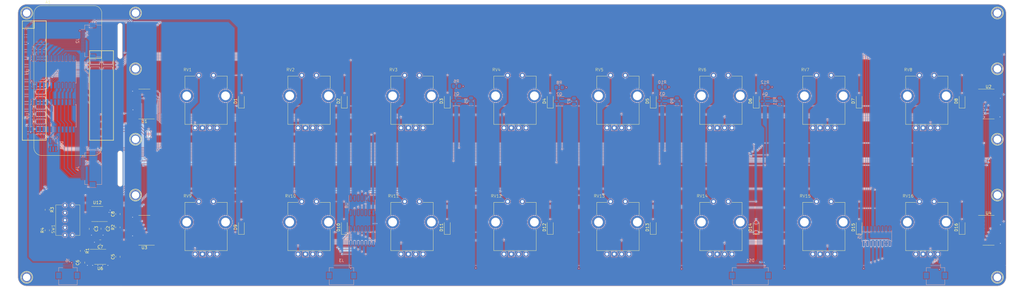
<source format=kicad_pcb>
(kicad_pcb (version 20221018) (generator pcbnew)
  (layers (0 "F.Cu" signal) (31 "B.Cu" signal) (34 "B.Paste" user) (35 "F.Paste" user) (36 "B.SilkS" user "B.Silkscreen") (37 "F.SilkS" user "F.Silkscreen") (38 "B.Mask" user) (39 "F.Mask" user) (44 "Edge.Cuts" user))
  (net 0 "")
  (net 1 "unconnected-(A1-~{RESET}-Pad1)")
  (net 2 "+3.3V")
  (net 3 "GND")
  (net 4 "/ENC_0")
  (net 5 "/ENC_1")
  (net 6 "/ENC_2")
  (net 7 "/ENC_3")
  (net 8 "/LITE")
  (net 9 "/DC")
  (net 10 "/SCLK")
  (net 11 "/MOSI")
  (net 12 "/MISO")
  (net 13 "/ROW_1")
  (net 14 "/ROW_2")
  (net 15 "/SLIDER")
  (net 16 "/KEY_SER")
  (net 17 "/KEY_CLK")
  (net 18 "/SFT_SH{slash}~{LD}")
  (net 19 "/SFT_CLK_INH")
  (net 20 "/CS_0")
  (net 21 "/CS_1")
  (net 22 "/CS_2")
  (net 23 "/CS_3")
  (net 24 "/CS_4")
  (net 25 "unconnected-(A1-USB-Pad26)")
  (net 26 "unconnected-(A1-EN-Pad27)")
  (net 27 "unconnected-(A1-VBAT-Pad28)")
  (net 28 "+5V")
  (net 29 "Net-(U6-CXN)")
  (net 30 "Net-(U6-CXP)")
  (net 31 "Net-(U12-IN^{+})")
  (net 32 "Net-(D1-A)")
  (net 33 "Net-(D2-A)")
  (net 34 "Net-(D3-A)")
  (net 35 "Net-(D4-A)")
  (net 36 "Net-(D5-A)")
  (net 37 "Net-(D6-A)")
  (net 38 "Net-(D7-A)")
  (net 39 "Net-(D8-A)")
  (net 40 "Net-(D9-A)")
  (net 41 "Net-(D10-A)")
  (net 42 "Net-(D11-A)")
  (net 43 "Net-(D12-A)")
  (net 44 "Net-(D13-A)")
  (net 45 "Net-(D14-A)")
  (net 46 "Net-(D15-A)")
  (net 47 "Net-(D16-A)")
  (net 48 "/SFT_CLK")
  (net 49 "/SD_CS")
  (net 58 "/DSP_0_CS")
  (net 59 "/DSP_1_CS")
  (net 60 "/DSP_2_CS")
  (net 61 "/DSP_3_CS")
  (net 62 "/DSP_4_CS")
  (net 63 "/DSP_5_CS")
  (net 64 "/DSP_6_CS")
  (net 65 "/DSP_7_CS")
  (net 66 "/COL_8")
  (net 67 "/COL_9")
  (net 68 "/COL_10")
  (net 69 "/COL_11")
  (net 70 "/COL_12")
  (net 71 "/COL_13")
  (net 72 "/COL_14")
  (net 73 "/COL_15")
  (net 74 "/DSP_8_CS")
  (net 75 "/DSP_9_CS")
  (net 76 "/DSP_10_CS")
  (net 77 "/DSP_11_CS")
  (net 78 "/DSP_12_CS")
  (net 79 "/DSP_13_CS")
  (net 80 "/DSP_14_CS")
  (net 81 "/DSP_15_CS")
  (net 82 "Net-(U6-~{SHDN})")
  (net 83 "Net-(U1-D)")
  (net 84 "/A_{1_1}")
  (net 85 "/A_{1_2}")
  (net 86 "/COL_0")
  (net 87 "/A_{9_1}")
  (net 88 "/A_{9_2}")
  (net 89 "/A_{2_1}")
  (net 90 "/A_{2_2}")
  (net 91 "/COL_1")
  (net 92 "/A_{10_1}")
  (net 93 "/A_{10_2}")
  (net 94 "/A_{3_1}")
  (net 95 "/A_{3_2}")
  (net 96 "/COL_2")
  (net 97 "/A_{11_1}")
  (net 98 "/A_{11_2}")
  (net 99 "/A_{4_1}")
  (net 100 "/A_{4_2}")
  (net 101 "/COL_3")
  (net 102 "/A_{12_1}")
  (net 103 "/A_{12_2}")
  (net 104 "/A_{5_1}")
  (net 105 "/A_{5_2}")
  (net 106 "/COL_4")
  (net 107 "/A_{13_1}")
  (net 108 "/A_{13_2}")
  (net 109 "/A_{6_1}")
  (net 110 "/A_{6_2}")
  (net 111 "/COL_5")
  (net 112 "/A_{14_1}")
  (net 113 "/A_{14_2}")
  (net 114 "/A_{7_1}")
  (net 115 "/A_{7_2}")
  (net 116 "/COL_6")
  (net 117 "/A_{15_1}")
  (net 118 "/A_{15_2}")
  (net 119 "/A_{8_1}")
  (net 120 "/A_{8_2}")
  (net 121 "/COL_7")
  (net 122 "/A_{16_1}")
  (net 123 "/A_{16_2}")
  (net 124 "/POT_CS")
  (net 125 "Net-(U1-D_{in})")
  (net 127 "Net-(U2-D_{in})")
  (net 128 "Net-(U3-D_{in})")
  (net 129 "/SFT_SER")
  (net 130 "/CS_EN")
  (net 142 "Net-(U9-~{E1})")
  (net 154 "/~{KEY_CLEAR}")
  (net 155 "/~{IPS_RST}")
  (net 156 "/IPS_CS")
  (net 157 "/SW_0")
  (net 158 "/SW_1")
  (net 159 "/~{OLED_RST}")
  (net 166 "/SCLK_5V")
  (net 167 "/MOSI_5V")
  (net 168 "/MISO_5V")
  (net 169 "/POT_CS_5V")
  (footprint "MPP_Potentiometer_THT:RV142FPF-40B1" (layer "F.Cu") (at 358.178 126.764)
    (fp_text reference "RV8")
    (fp_text value "RV142FPF-40B1")
  )
  (footprint "MPP_MountingHole:MountingHole_M2.5" (layer "F.Cu") (at 52.178 98.554)
    (fp_text reference "H1" hide)
    (fp_text value "MountingHole_Pad_M2.5")
  )
  (footprint "Resistor_SMD:R_0805_2012Metric_Pad1.20x1.40mm_HandSolder" (layer "F.Cu") (at 59.178 165.554 -90)
    (fp_text reference "R3")
    (fp_text value "10k")
  )
  (footprint "Capacitor_SMD:C_0805_2012Metric_Pad1.18x1.45mm_HandSolder" (layer "F.Cu") (at 78.178 172.014 -90)
    (fp_text reference "C2")
    (fp_text value "10uF")
  )
  (footprint "MPP_Potentiometer_THT:RV142FPF-40B1" (layer "F.Cu") (at 358.178 169.764)
    (fp_text reference "RV16")
    (fp_text value "RV142FPF-40B1")
  )
  (footprint "Diode_SMD:D_SOD-123" (layer "F.Cu") (at 265.178 128.554 90)
    (fp_text reference "D5")
    (fp_text value "D_Small_Filled")
  )
  (footprint "MPP_Potentiometer_THT:RV142FPF-40B1" (layer "F.Cu") (at 148.178 126.764)
    (fp_text reference "RV2")
    (fp_text value "RV142FPF-40B1")
  )
  (footprint "Diode_SMD:D_SOD-123" (layer "F.Cu") (at 370.178 128.554 90)
    (fp_text reference "D8")
    (fp_text value "D_Small_Filled")
  )
  (footprint "MPP_Potentiometer_THT:RV142FPF-40B1" (layer "F.Cu") (at 148.178 169.764)
    (fp_text reference "RV10")
    (fp_text value "RV142FPF-40B1")
  )
  (footprint "Capacitor_SMD:C_0805_2012Metric_Pad1.18x1.45mm_HandSolder" (layer "F.Cu") (at 83.178 181.554 90)
    (fp_text reference "C5")
    (fp_text value "0.47uF")
  )
  (footprint "MPP_Potentiometer_THT:RV142FPF-40B1" (layer "F.Cu") (at 183.178 169.764)
    (fp_text reference "RV11")
    (fp_text value "RV142FPF-40B1")
  )
  (footprint "Diode_SMD:D_SOD-123" (layer "F.Cu") (at 160.178 128.554 90)
    (fp_text reference "D2")
    (fp_text value "D_Small_Filled")
  )
  (footprint "Capacitor_SMD:C_0805_2012Metric_Pad1.18x1.45mm_HandSolder" (layer "F.Cu") (at 77.178 176.554 180)
    (fp_text reference "C7")
    (fp_text value "10uF")
  )
  (footprint "MPP_MountingHole:MountingHole_M2.5" (layer "F.Cu") (at 89.178 117.554)
    (fp_text reference "H4" hide)
    (fp_text value "MountingHole_Pad_M2.5")
  )
  (footprint "Capacitor_SMD:C_0805_2012Metric_Pad1.18x1.45mm_HandSolder" (layer "F.Cu") (at 71.178 183.554 90)
    (fp_text reference "C6")
    (fp_text value "1uF")
  )
  (footprint "MPP_MountingHole:MountingHole_M2.5" (layer "F.Cu") (at 89.178 160.554)
    (fp_text reference "H8" hide)
    (fp_text value "MountingHole_Pad_M2.5")
  )
  (footprint "MPP_MountingHole:MountingHole_M2.5" (layer "F.Cu") (at 89.178 141.554)
    (fp_text reference "H6" hide)
    (fp_text value "MountingHole_Pad_M2.5")
  )
  (footprint "MPP_Potentiometer_THT:RV142FPF-40B1" (layer "F.Cu") (at 323.178 169.764)
    (fp_text reference "RV15")
    (fp_text value "RV142FPF-40B1")
  )
  (footprint "MPP_Module:Adafruit_Feather_Double_SMD" (layer "F.Cu") (at 56.907 102.504)
    (fp_text reference "A1")
    (fp_text value "Adafruit_Feather_RP2040_Double_SMD")
  )
  (footprint "MPP_Potentiometer_THT:RV142FPF-40B1" (layer "F.Cu") (at 288.178 126.764)
    (fp_text reference "RV6")
    (fp_text value "RV142FPF-40B1")
  )
  (footprint "Diode_SMD:D_SOD-123" (layer "F.Cu") (at 160.178 171.554 90)
    (fp_text reference "D10")
    (fp_text value "D_Small_Filled")
  )
  (footprint "MPP_MountingHole:MountingHole_M2.5" (layer "F.Cu") (at 382.178 117.554)
    (fp_text reference "H5" hide)
    (fp_text value "MountingHole_Pad_M2.5")
  )
  (footprint "Resistor_SMD:R_0805_2012Metric_Pad1.20x1.40mm_HandSolder" (layer "F.Cu") (at 71.178 179.554 -90)
    (fp_text reference "R1")
    (fp_text value "115k")
  )
  (footprint "Diode_SMD:D_SOD-123" (layer "F.Cu") (at 300.178 128.554 90)
    (fp_text reference "D6")
    (fp_text value "D_Small_Filled")
  )
  (footprint "Package_SO:SOIC-16_3.9x9.9mm_P1.27mm" (layer "F.Cu") (at 92.178 172.554 180)
    (fp_text reference "U3")
    (fp_text value "LTC1391_SOIC")
  )
  (footprint "MPP_Potentiometer_THT:RV142FPF-40B1" (layer "F.Cu") (at 253.178 169.764)
    (fp_text reference "RV13")
    (fp_text value "RV142FPF-40B1")
  )
  (footprint "Diode_SMD:D_SOD-123" (layer "F.Cu") (at 230.178 171.554 90)
    (fp_text reference "D12")
    (fp_text value "D_Small_Filled")
  )
  (footprint "Diode_SMD:D_SOD-123" (layer "F.Cu") (at 335.178 171.554 90)
    (fp_text reference "D15")
    (fp_text value "D_Small_Filled")
  )
  (footprint "MPP_MountingHole:MountingHole_M2.5" (layer "F.Cu") (at 382.178 188.554)
    (fp_text reference "H11" hide)
    (fp_text value "MountingHole_Pad_M2.5")
  )
  (footprint "MPP_Potentiometer_THT:RV142FPF-40B1" (layer "F.Cu") (at 183.178 126.764)
    (fp_text reference "RV3")
    (fp_text value "RV142FPF-40B1")
  )
  (footprint "MPP_Potentiometer_THT:RV142FPF-40B1" (layer "F.Cu") (at 113.178 126.764)
    (fp_text reference "RV1")
    (fp_text value "RV142FPF-40B1")
  )
  (footprint "Diode_SMD:D_SOD-123" (layer "F.Cu") (at 230.178 128.554 90)
    (fp_text reference "D4")
    (fp_text value "D_Small_Filled")
  )
  (footprint "Capacitor_SMD:C_0805_2012Metric_Pad1.18x1.45mm_HandSolder" (layer "F.Cu") (at 74.178 172.0515 -90)
    (fp_text reference "C3")
    (fp_text value "0.1uF")
  )
  (footprint "Diode_SMD:D_SOD-123" (layer "F.Cu") (at 265.178 171.554 90)
    (fp_text reference "D13")
    (fp_text value "D_Small_Filled")
  )
  (footprint "MPP_MountingHole:MountingHole_M2.5" (layer "F.Cu") (at 52.178 188.554)
    (fp_text reference "H10" hide)
    (fp_text value "MountingHole_Pad_M2.5")
  )
  (footprint "MPP_Potentiometer_THT:RV142FPF-40B1" (layer "F.Cu") (at 113.178 169.764)
    (fp_text reference "RV9")
    (fp_text value "RV142FPF-40B1")
  )
  (footprint "MPP_Potentiometer_THT:RV142FPF-40B1" (layer "F.Cu") (at 288.178 169.764)
    (fp_text reference "RV14")
    (fp_text value "RV142FPF-40B1")
  )
  (footprint "Package_SO:SOIC-16_3.9x9.9mm_P1.27mm" (layer "F.Cu") (at 379.178 172.554)
    (fp_text reference "U4")
    (fp_text value "LTC1391_SOIC")
  )
  (footprint "Resistor_SMD:R_0805_2012Metric_Pad1.20x1.40mm_HandSolder" (layer "F.Cu") (at 59.178 172.554 90)
    (fp_text reference "R4")
    (fp_text value "10k")
  )
  (footprint "MPP_Potentiometer_THT:RV142FPF-40B1" (layer "F.Cu") (at 323.178 126.764)
    (fp_text reference "RV7")
    (fp_text value "RV142FPF-40B1")
  )
  (footprint "MPP_MountingHole:MountingHole_M2.5" (layer "F.Cu") (at 89.178 98.554)
    (fp_text reference "H2" hide)
    (fp_text value "MountingHole_Pad_M2.5")
  )
  (footprint "Diode_SMD:D_SOD-123" (layer "F.Cu") (at 370.178 171.554 90)
    (fp_text reference "D16")
    (fp_text value "D_Small_Filled")
  )
  (footprint "Capacitor_SMD:C_0805_2012Metric_Pad1.18x1.45mm_HandSolder" (layer "F.Cu") (at 83.178 167.014 90)
    (fp_text reference "C8")
    (fp_text value "C_Small")
  )
  (footprint "MPP_MountingHole:MountingHole_M2.5" (layer "F.Cu") (at 382.178 160.554)
    (fp_text reference "H9" hide)
    (fp_text value "MountingHole_Pad_M2.5")
  )
  (footprint "MPP_MountingHole:MountingHole_M2.5" (layer "F.Cu") (at 382.178 98.554)
    (fp_text reference "H3" hide)
    (fp_text value "MountingHole_Pad_M2.5")
  )
  (footprint "MPP_Potentiometer_THT:RV142FPF-40B1" (layer "F.Cu") (at 218.178 126.764)
    (fp_text reference "RV4")
    (fp_text value "RV142FPF-40B1")
  )
  (footprint "Package_SO:SO-8_3.9x4.9mm_P1.27mm" (layer "F.Cu") (at 77.178 181.554)
    (fp_text reference "U6")
    (fp_text value "MAX682")
  )
  (footprint "Resistor_SMD:R_0805_2012Metric_Pad1.20x1.40mm_HandSolder" (layer "F.Cu") (at 83.178 171.554 90)
    (fp_text reference "R2")
    (fp_text value "R_Small_US")
  )
  (footprint "Diode_SMD:D_SOD-123" (layer "F.Cu") (at 195.178 128.554 90)
    (fp_text reference "D3")
    (fp_text value "D_Small_Filled")
  )
  (footprint "Diode_SMD:D_SOD-123" (layer "F.Cu") (at 300.178 171.554 90)
    (fp_text reference "D14")
    (fp_text value "D_Small_Filled")
  )
  (footprint "Package_SO:SOIC-16_3.9x9.9mm_P1.27mm" (layer "F.Cu") (at 92.178 129.554 180)
    (fp_text reference "U1")
    (fp_text value "LTC1391_SOIC")
  )
  (footprint "Diode_SMD:D_SOD-123" (layer "F.Cu") (at 125.178 171.554 90)
    (fp_text reference "D9")
    (fp_text value "D_Small_Filled")
  )
  (footprint "MPP_Button_Switch_THT:NKK_SW_BxxAB" (layer "F.Cu") (at 66.178 169.113)
    (fp_text reference "SW1")
    (fp_text value "SW_SPDT_MSM")
  )
  (footprint "Package_SO:SO-8_3.9x4.9mm_P1.27mm" (layer "F.Cu") (at 76.178 167.014 180)
    (fp_text reference "U12")
    (fp_text value "LTC1864")
  )
  (footprint "Diode_SMD:D_SOD-123" (layer "F.Cu") (at 195.178 171.554 90)
    (fp_text reference "D11")
    (fp_text value "D_Small_Filled")
  )
  (footprint "Diode_SMD:D_SOD-123" (layer "F.Cu") (at 125.178 128.554 90)
    (fp_text reference "D1")
    (fp_text value "D_Small_Filled")
  )
  (footprint "MPP_Potentiometer_THT:RV142FPF-40B1" (layer "F.Cu") (at 253.178 126.764)
    (fp_text reference "RV5")
    (fp_text value "RV142FPF-40B1")
  )
  (footprint "MPP_Potentiometer_THT:RV142FPF-40B1" (layer "F.Cu") (at 218.178 169.764)
    (fp_text reference "RV12")
    (fp_text value "RV142FPF-40B1")
  )
  (footprint "Diode_SMD:D_SOD-123" (layer "F.Cu") (at 335.178 128.554 90)
    (fp_text reference "D7")
    (fp_text value "D_Small_Filled")
  )
  (footprint "Package_SO:SOIC-16_3.9x9.9mm_P1.27mm" (layer "F.Cu") (at 379.178 129.554)
    (fp_text reference "U2")
    (fp_text value "LTC1391_SOIC")
  )
  (footprint "MPP_MountingHole:MountingHole_M2.5" (layer "F.Cu") (at 382.178 141.554)
    (fp_text reference "H7" hide)
    (fp_text value "MountingHole_Pad_M2.5")
  )
  (footprint "Resistor_SMD:R_0805_2012Metric_Pad1.20x1.40mm_HandSolder" (layer "B.Cu") (at 268.2405 123.754 180)
    (fp_text reference "R10")
    (fp_text value "10k")
  )
  (footprint "Resistor_SMD:R_0805_2012Metric_Pad1.20x1.40mm_HandSolder" (layer "B.Cu") (at 238.2405 128.604 -90)
    (fp_text reference "R7")
    (fp_text value "10k")
  )
  (footprint "Package_SO:SOIC-24W_7.5x15.4mm_P1.27mm" (layer "B.Cu") (at 61.178 133.554 -90)
    (fp_text reference "U9")
    (fp_text value "CD74HC154_SOIC")
  )
  (footprint "Resistor_SMD:R_0805_2012Metric_Pad1.20x1.40mm_HandSolder" (layer "B.Cu") (at 308.178 128.554 -90)
    (fp_text reference "R11")
    (fp_text value "10k")
  )
  (footprint "Package_TO_SOT_SMD:SOT-23-5_HandSoldering" (layer "B.Cu") (at 61.178 143.554 90)
    (fp_text reference "U13")
    (fp_text value "74LVC1G04")
  )
  (footprint "Package_TO_SOT_SMD:SOT-23" (layer "B.Cu") (at 303.178 128.554 180)
    (fp_text reference "Q4")
    (fp_text value "BSS138")
  )
  (footprint "Connector_FFC-FPC:Hirose_FH12-15S-0.5SH_1x15-1MP_P0.50mm_Horizontal" (layer "B.Cu") (at 73.178 151.554 -90)
    (fp_text reference "J4")
    (fp_text value "Conn_01x15_Socket")
  )
  (footprint "Resistor_SMD:R_0805_2012Metric_Pad1.20x1.40mm_HandSolder" (layer "B.Cu") (at 233.2405 123.904 180)
    (fp_text reference "R8")
    (fp_text value "10k")
  )
  (footprint "Package_SO:SO-14_3.9x8.65mm_P1.27mm" (layer "B.Cu") (at 166.178 164.079 -90)
    (fp_text reference "U8")
    (fp_text value "74HC164")
  )
  (footprint "Connector_FFC-FPC:Hirose_FH12-10S-0.5SH_1x10-1MP_P0.50mm_Horizontal" (layer "B.Cu") (at 159.178 186.554 180)
    (fp_text reference "J3")
    (fp_text value "Conn_01x10_Socket")
  )
  (footprint "Resistor_SMD:R_0805_2012Metric_Pad1.20x1.40mm_HandSolder" (layer "B.Cu") (at 273.2405 128.504 -90)
    (fp_text reference "R9")
    (fp_text value "10k")
  )
  (footprint "Package_TO_SOT_SMD:SOT-23" (layer "B.Cu") (at 233.2405 128.604 180)
    (fp_text reference "Q2")
    (fp_text value "BSS138")
  )
  (footprint "Resistor_SMD:R_0805_2012Metric_Pad1.20x1.40mm_HandSolder" (layer "B.Cu") (at 198.2405 123.454 180)
    (fp_text reference "R6")
    (fp_text value "10k")
  )
  (footprint "Connector_FFC-FPC:Hirose_FH12-18S-0.5SH_1x18-1MP_P0.50mm_Horizontal" (layer "B.Cu") (at 298.178 186.554 180)
    (fp_text reference "DS1")
    (fp_text value "EYE_SPI_DISPLAY_SMD")
  )
  (footprint "Connector_FFC-FPC:Hirose_FH12-15S-0.5SH_1x15-1MP_P0.50mm_Horizontal" (layer "B.Cu") (at 73.178 108.054 -90)
    (fp_text reference "J2")
    (fp_text value "Conn_01x15_Socket")
  )
  (footprint "Package_SO:SO-14_3.9x8.65mm_P1.27mm" (layer "B.Cu") (at 166.178 174.554 -90)
    (fp_text reference "U10")
    (fp_text value "74HC164")
  )
  (footprint "Connector_FFC-FPC:Hirose_FH12-6S-0.5SH_1x06-1MP_P0.50mm_Horizontal" (layer "B.Cu") (at 66.178 186.554 180)
    (fp_text reference "J6")
    (fp_text value "Conn_01x06_Socket")
  )
  (footprint "Package_TO_SOT_SMD:SOT-23" (layer "B.Cu") (at 198.2405 128.504 180)
    (fp_text reference "Q1")
    (fp_text value "BSS138")
  )
  (footprint "Resistor_SMD:R_0805_2012Metric_Pad1.20x1.40mm_HandSolder" (layer "B.Cu") (at 203.2405 128.504 -90)
    (fp_text reference "R5")
    (fp_text value "10k")
  )
  (footprint "Resistor_SMD:R_0805_2012Metric_Pad1.20x1.40mm_HandSolder" (layer "B.Cu") (at 303.178 123.804 180)
    (fp_text reference "R12")
    (fp_text value "10k")
  )
  (footprint "Package_SO:SOIC-16_3.9x9.9mm_P1.27mm" (layer "B.Cu") (at 341.178 174.554 -90)
    (fp_text reference "U5")
    (fp_text value "74HC165")
  )
  (footprint "Connector_FFC-FPC:Hirose_FH12-6S-0.5SH_1x06-1MP_P0.50mm_Horizontal" (layer "B.Cu") (at 361.178 186.554 180)
    (fp_text reference "J5")
    (fp_text value "Conn_01x06_Socket")
  )
  (footprint "Package_SO:SOIC-24W_7.5x15.4mm_P1.27mm" (layer "B.Cu") (at 61.178 118.554 -90)
    (fp_text reference "U7")
    (fp_text value "CD74HC154_SOIC")
  )
  (footprint "Package_TO_SOT_SMD:SOT-23" (layer "B.Cu") (at 268.2405 128.504 180)
    (fp_text reference "Q3")
    (fp_text value "BSS138")
  )
  (gr_line (start 382.178 191.554) (end 52.178 191.554) (stroke (width 0.1)) (layer "Edge.Cuts"))
  (gr_line (start 84.678 102.804) (end 84.678 113.304) (stroke (width 0.1)) (layer "Edge.Cuts"))
  (gr_line (start 84.678 146.304) (end 84.678 156.804) (stroke (width 0.1)) (layer "Edge.Cuts"))
  (gr_arc (start 385.178 188.554) (mid 384.29932 190.67532) (end 382.178 191.554) (stroke (width 0.1)) (layer "Edge.Cuts"))
  (gr_arc (start 52.178 191.554) (mid 50.05668 190.67532) (end 49.178 188.554) (stroke (width 0.1)) (layer "Edge.Cuts"))
  (gr_arc (start 84.678 156.804) (mid 83.928 157.554) (end 83.178 156.804) (stroke (width 0.1)) (layer "Edge.Cuts"))
  (gr_arc (start 49.178 98.554) (mid 50.05668 96.43268) (end 52.178 95.554) (stroke (width 0.1)) (layer "Edge.Cuts"))
  (gr_arc (start 83.178 102.804) (mid 83.928 102.054) (end 84.678 102.804) (stroke (width 0.1)) (layer "Edge.Cuts"))
  (gr_line (start 385.178 98.554) (end 385.178 188.554) (stroke (width 0.1)) (layer "Edge.Cuts"))
  (gr_arc (start 83.178 146.304) (mid 83.928 145.554) (end 84.678 146.304) (stroke (width 0.1)) (layer "Edge.Cuts"))
  (gr_line (start 49.178 188.554) (end 49.178 98.554) (stroke (width 0.1)) (layer "Edge.Cuts"))
  (gr_arc (start 84.678 113.304) (mid 83.928 114.054) (end 83.178 113.304) (stroke (width 0.1)) (layer "Edge.Cuts"))
  (gr_line (start 52.178 95.554) (end 382.178 95.554) (stroke (width 0.1)) (layer "Edge.Cuts"))
  (gr_line (start 83.178 102.804) (end 83.178 113.304) (stroke (width 0.1)) (layer "Edge.Cuts"))
  (gr_arc (start 382.178 95.554) (mid 384.29932 96.43268) (end 385.178 98.554) (stroke (width 0.1)) (layer "Edge.Cuts"))
  (gr_line (start 83.178 146.304) (end 83.178 156.804) (stroke (width 0.1)) (layer "Edge.Cuts"))
  (segment (start 52.589 102.504) (end 56.907 102.504) (width 0.1524) (layer "F.Cu") (net 1))
  (segment (start 52.589 105.044) (end 56.907 105.044) (width 0.1524) (layer "F.Cu") (net 2))
  (segment (start 56.907 107.584) (end 52.589 107.584) (width 0.1524) (layer "F.Cu") (net 2))
  (via (at 362.493 185.877) (size 0.508) (drill 0.254) (layers "F.Cu" "B.Cu") (net 2))
  (via (at 62.519 140.792) (size 0.508) (drill 0.254) (layers "F.Cu" "B.Cu") (net 2))
  (via (at 336.712 185.554) (size 0.508) (drill 0.254) (layers "F.Cu" "B.Cu") (net 2))
  (via (at 53.883 121.656098) (size 0.508) (drill 0.254) (layers "F.Cu" "B.Cu") (net 2))
  (via (at 239.903 185.547) (size 0.508) (drill 0.254) (layers "F.Cu" "B.Cu") (net 2))
  (via (at 303.184 184.734) (size 0.508) (drill 0.254) (layers "F.Cu" "B.Cu") (net 2))
  (via (at 53.502 139.268) (size 0.508) (drill 0.254) (layers "F.Cu" "B.Cu") (net 2))
  (via (at 309.753 185.547) (size 0.508) (drill 0.254) (layers "F.Cu" "B.Cu") (net 2))
  (via (at 274.828 185.674) (size 0.508) (drill 0.254) (layers "F.Cu" "B.Cu") (net 2))
  (via (at 70.266 104.597) (size 0.508) (drill 0.254) (layers "F.Cu" "B.Cu") (net 2))
  (via (at 67.472 183.591) (size 0.508) (drill 0.254) (layers "F.Cu" "B.Cu") (net 2))
  (via (at 162.341 185.554) (size 0.508) (drill 0.254) (layers "F.Cu" "B.Cu") (net 2))
  (via (at 71.282 147.269) (size 0.508) (drill 0.254) (layers "F.Cu" "B.Cu") (net 2))
  (via (at 204.851 185.42) (size 0.508) (drill 0.254) (layers "F.Cu" "B.Cu") (net 2))
  (segment (start 67.428 183.635) (end 67.472 183.591) (width 0.1524) (layer "B.Cu") (net 2))
  (segment (start 308.128 127.604) (end 308.178 127.554) (width 0.1524) (layer "B.Cu") (net 2))
  (segment (start 54.193 123.204) (end 54.193 121.966098) (width 0.1524) (layer "B.Cu") (net 2))
  (segment (start 308.91 127.554) (end 309.753 128.397) (width 0.1524) (layer "B.Cu") (net 2))
  (segment (start 62.128 141.183) (end 62.519 140.792) (width 0.1524) (layer "B.Cu") (net 2))
  (segment (start 273.2405 127.504) (end 274.062 127.504) (width 0.1524) (layer "B.Cu") (net 2))
  (segment (start 274.828 128.27) (end 274.828 185.674) (width 0.1524) (layer "B.Cu") (net 2))
  (segment (start 54.193 138.204) (end 54.193 138.577) (width 0.1524) (layer "B.Cu") (net 2))
  (segment (start 162.341 185.554) (end 162.341 177.056) (width 0.1524) (layer "B.Cu") (net 2))
  (segment (start 71.328 104.554) (end 70.309 104.554) (width 0.1524) (layer "B.Cu") (net 2))
  (segment (start 203.1905 127.554) (end 203.2405 127.504) (width 0.1524) (layer "B.Cu") (net 2))
  (segment (start 204.851 128.016) (end 204.851 185.42) (width 0.1524) (layer "B.Cu") (net 2))
  (segment (start 239.903 128.397) (end 239.903 185.547) (width 0.1524) (layer "B.Cu") (net 2))
  (segment (start 71.328 147.315) (end 71.282 147.269) (width 0.1524) (layer "B.Cu") (net 2))
  (segment (start 161.8394 173.3104) (end 162.368 173.839) (width 0.1524) (layer "B.Cu") (net 2))
  (segment (start 303.154 184.704) (end 303.184 184.734) (width 0.1524) (layer "B.Cu") (net 2))
  (segment (start 234.178 127.654) (end 238.1905 127.654) (width 0.1524) (layer "B.Cu") (net 2))
  (segment (start 362.493 184.769) (end 362.428 184.704) (width 0.1524) (layer "B.Cu") (net 2))
  (segment (start 308.178 127.554) (end 308.91 127.554) (width 0.1524) (layer "B.Cu") (net 2))
  (segment (start 336.712 185.554) (end 336.733 185.533) (width 0.1524) (layer "B.Cu") (net 2))
  (segment (start 199.178 127.554) (end 203.1905 127.554) (width 0.1524) (layer "B.Cu") (net 2))
  (segment (start 203.2405 127.504) (end 204.339 127.504) (width 0.1524) (layer "B.Cu") (net 2))
  (segment (start 70.309 104.554) (end 70.266 104.597) (width 0.1524) (layer "B.Cu") (net 2))
  (segment (start 54.193 121.966098) (end 53.883 121.656098) (width 0.1524) (layer "B.Cu") (net 2))
  (segment (start 238.2405 127.604) (end 239.11 127.604) (width 0.1524) (layer "B.Cu") (net 2))
  (segment (start 304.1155 127.604) (end 308.128 127.604) (width 0.1524) (layer "B.Cu") (net 2))
  (segment (start 54.193 138.577) (end 53.502 139.268) (width 0.1524) (layer "B.Cu") (net 2))
  (segment (start 274.062 127.504) (end 274.828 128.27) (width 0.1524) (layer "B.Cu") (net 2))
  (segment (start 302.428 184.704) (end 303.154 184.704) (width 0.1524) (layer "B.Cu") (net 2))
  (segment (start 162.368 166.554) (end 161.8394 167.0826) (width 0.1524) (layer "B.Cu") (net 2))
  (segment (start 67.428 184.704) (end 67.428 183.635) (width 0.1524) (layer "B.Cu") (net 2))
  (segment (start 62.128 142.204) (end 62.128 141.183) (width 0.1524) (layer "B.Cu") (net 2))
  (segment (start 273.1905 127.554) (end 273.2405 127.504) (width 0.1524) (layer "B.Cu") (net 2))
  (segment (start 269.178 127.554) (end 273.1905 127.554) (width 0.1524) (layer "B.Cu") (net 2))
  (segment (start 162.341 177.056) (end 162.368 177.029) (width 0.1524) (layer "B.Cu") (net 2))
  (segment (start 71.328 148.054) (end 71.328 147.315) (width 0.1524) (layer "B.Cu") (net 2))
  (segment (start 162.368 173.839) (end 162.368 177.029) (width 0.1524) (layer "B.Cu") (net 2))
  (segment (start 362.428 185.812) (end 362.493 185.877) (width 0.1524) (layer "B.Cu") (net 2))
  (segment (start 204.339 127.504) (end 204.851 128.016) (width 0.1524) (layer "B.Cu") (net 2))
  (segment (start 336.733 185.533) (end 336.733 177.029) (width 0.1524) (layer "B.Cu") (net 2))
  (segment (start 239.11 127.604) (end 239.903 128.397) (width 0.1524) (layer "B.Cu") (net 2))
  (segment (start 238.1905 127.654) (end 238.2405 127.604) (width 0.1524) (layer "B.Cu") (net 2))
  (segment (start 309.753 128.397) (end 309.753 185.547) (width 0.1524) (layer "B.Cu") (net 2))
  (segment (start 362.428 184.704) (end 362.428 185.812) (width 0.1524) (layer "B.Cu") (net 2))
  (segment (start 161.8394 167.0826) (end 161.8394 173.3104) (width 0.1524) (layer "B.Cu") (net 2))
  (segment (start 88.185 174.459) (end 88.173 174.447) (width 0.1524) (layer "F.Cu") (net 3))
  (segment (start 169.961 170.256) (end 171.231 170.256) (width 0.1524) (layer "F.Cu") (net 3))
  (segment (start 88.235 125.109) (end 88.173 125.171) (width 0.1524) (layer "F.Cu") (net 3))
  (segment (start 74.178 174.168) (end 74.203 174.193) (width 0.1524) (layer "F.Cu") (net 3))
  (segment (start 76.1405 176.554) (end 75.271 176.554) (width 0.1524) (layer "F.Cu") (net 3))
  (segment (start 52.589 109.066) (end 52.74 108.915) (width 0.1524) (layer "F.Cu") (net 3))
  (segment (start 78.14 174.193) (end 78.178 174.155) (width 0.1524) (layer "F.Cu") (net 3))
  (segment (start 52.589 110.124) (end 56.907 110.124) (width 0.1524) (layer "F.Cu") (net 3))
  (segment (start 89.703 131.459) (end 88.362 131.459) (width 0.1524) (layer "F.Cu") (net 3))
  (segment (start 88.185 168.109) (end 88.173 168.097) (width 0.1524) (layer "F.Cu") (net 3))
  (segment (start 381.653 127.649) (end 383.129 127.649) (width 0.1524) (layer "F.Cu") (net 3))
  (segment (start 89.703 125.109) (end 88.235 125.109) (width 0.1524) (layer "F.Cu") (net 3))
  (segment (start 301.533 183.464) (end 302.93 183.464) (width 0.1524) (layer "F.Cu") (net 3))
  (segment (start 52.589 110.124) (end 52.589 109.066) (width 0.1524) (layer "F.Cu") (net 3))
  (segment (start 88.362 131.459) (end 88.3 131.521) (width 0.1524) (layer "F.Cu") (net 3))
  (segment (start 89.703 168.109) (end 88.185 168.109) (width 0.1524) (layer "F.Cu") (net 3))
  (segment (start 383.194 170.649) (end 381.653 170.649) (width 0.1524) (layer "F.Cu") (net 3))
  (segment (start 381.653 133.999) (end 383.002 133.999) (width 0.1524) (layer "F.Cu") (net 3))
  (segment (start 383.002 133.999) (end 383.067 133.934) (width 0.1524) (layer "F.Cu") (net 3))
  (segment (start 75.271 176.554) (end 75.219 176.606) (width 0.1524) (layer "F.Cu") (net 3))
  (segment (start 89.703 174.459) (end 88.185 174.459) (width 0.1524) (layer "F.Cu") (net 3))
  (segment (start 78.178 174.155) (end 78.178 173.0515) (width 0.1524) (layer "F.Cu") (net 3))
  (segment (start 383.194 176.999) (end 381.653 176.999) (width 0.1524) (layer "F.Cu") (net 3))
  (segment (start 74.178 173.089) (end 74.178 174.168) (width 0.1524) (layer "F.Cu") (net 3))
  (segment (start 383.129 127.649) (end 383.194 127.584) (width 0.1524) (layer "F.Cu") (net 3))
  (via (at 72.806 184.48) (size 0.508) (drill 0.254) (layers "F.Cu" "B.Cu") (net 3))
  (via (at 383.067 133.934) (size 0.508) (drill 0.254) (layers "F.Cu" "B.Cu") (net 3))
  (via (at 302.93 183.464) (size 0.508) (drill 0.254) (layers "F.Cu" "B.Cu") (net 3))
  (via (at 171.231 170.256) (size 0.508) (drill 0.254) (layers "F.Cu" "B.Cu") (net 3))
  (via (at 79.791 184.48) (size 0.508) (drill 0.254) (layers "F.Cu" "B.Cu") (net 3))
  (via (at 88.173 125.171) (size 0.508) (drill 0.254) (layers "F.Cu" "B.Cu") (net 3))
  (via (at 78.14 174.193) (size 0.508) (drill 0.254) (layers "F.Cu" "B.Cu") (net 3))
  (via (at 88.173 174.447) (size 0.508) (drill 0.254) (layers "F.Cu" "B.Cu") (net 3))
  (via (at 52.74 108.915) (size 0.508) (drill 0.254) (layers "F.Cu" "B.Cu") (net 3))
  (via (at 383.194 176.999) (size 0.508) (drill 0.254) (layers "F.Cu" "B.Cu") (net 3))
  (via (at 74.203 174.193) (size 0.508) (drill 0.254) (layers "F.Cu" "B.Cu") (net 3))
  (via (at 80.553 165.684) (size 0.508) (drill 0.254) (layers "F.Cu" "B.Cu") (net 3))
  (via (at 74.584 184.48) (size 0.508) (drill 0.254) (layers "F.Cu" "B.Cu") (net 3))
  (via (at 75.219 176.606) (size 0.508) (drill 0.254) (layers "F.Cu" "B.Cu") (net 3))
  (via (at 76.362 184.48) (size 0.508) (drill 0.254) (layers "F.Cu" "B.Cu") (net 3))
  (via (at 383.194 127.584) (size 0.508) (drill 0.254) (layers "F.Cu" "B.Cu") (net 3))
  (via (at 78.013 184.48) (size 0.508) (drill 0.254) (layers "F.Cu" "B.Cu") (net 3))
  (via (at 88.173 168.097) (size 0.508) (drill 0.254) (layers "F.Cu" "B.Cu") (net 3))
  (via (at 88.3 131.521) (size 0.508) (drill 0.254) (layers "F.Cu" "B.Cu") (net 3))
  (via (at 169.961 170.256) (size 0.508) (drill 0.254) (layers "F.Cu" "B.Cu") (net 3))
  (via (at 301.533 183.464) (size 0.508) (drill 0.254) (layers "F.Cu" "B.Cu") (net 3))
  (via (at 383.194 170.649) (size 0.508) (drill 0.254) (layers "F.Cu" "B.Cu") (net 3))
  (via (at 80.172 166.446) (size 0.508) (drill 0.254) (layers "F.Cu" "B.Cu") (net 3))
  (via (at 80.934 166.446) (size 0.508) (drill 0.254) (layers "F.Cu" "B.Cu") (net 3))
  (segment (start 169.988 170.283) (end 169.961 170.256) (width 0.1524) (layer "B.Cu") (net 3))
  (segment (start 301.428 183.569) (end 301.533 183.464) (width 0.1524) (layer "B.Cu") (net 3))
  (segment (start 169.988 172.079) (end 169.988 170.283) (width 0.1524) (layer "B.Cu") (net 3))
  (segment (start 301.428 184.704) (end 301.428 183.569) (width 0.1524) (layer "B.Cu") (net 3))
  (segment (start 361.858 182.321) (end 343.2388 182.321) (width 0.1524) (layer "F.Cu") (net 4))
  (segment (start 343.2388 182.321) (end 343.062 182.1442) (width 0.1524) (layer "F.Cu") (net 4))
  (via (at 343.062 182.1442) (size 0.508) (drill 0.254) (layers "F.Cu" "B.Cu") (net 4))
  (via (at 361.858 182.321) (size 0.508) (drill 0.254) (layers "F.Cu" "B.Cu") (net 4))
  (segment (start 343.062 182.1442) (end 343.083 182.1232) (width 0.1524) (layer "B.Cu") (net 4))
  (segment (start 361.928 182.391) (end 361.858 182.321) (width 0.1524) (layer "B.Cu") (net 4))
  (segment (start 343.083 182.1232) (end 343.083 177.029) (width 0.1524) (layer "B.Cu") (net 4))
  (segment (start 361.928 184.704) (end 361.928 182.391) (width 0.1524) (layer "B.Cu") (net 4))
  (segment (start 361.40345 182.817939) (end 361.287511 182.702) (width 0.1524) (layer "F.Cu") (net 5))
  (segment (start 361.287511 182.702) (end 341.8677 182.702) (width 0.1524) (layer "F.Cu") (net 5))
  (segment (start 341.8677 182.702) (end 341.792 182.6263) (width 0.1524) (layer "F.Cu") (net 5))
  (via (at 361.40345 182.817939) (size 0.508) (drill 0.254) (layers "F.Cu" "B.Cu") (net 5))
  (via (at 341.792 182.6263) (size 0.508) (drill 0.254) (layers "F.Cu" "B.Cu") (net 5))
  (segment (start 341.813 182.6053) (end 341.813 177.029) (width 0.1524) (layer "B.Cu") (net 5))
  (segment (start 361.428 182.842489) (end 361.40345 182.817939) (width 0.1524) (layer "B.Cu") (net 5))
  (segment (start 361.428 184.704) (end 361.428 182.842489) (width 0.1524) (layer "B.Cu") (net 5))
  (segment (start 341.792 182.6263) (end 341.813 182.6053) (width 0.1524) (layer "B.Cu") (net 5))
  (segment (start 360.775264 183.1084) (end 340.5225 183.1084) (width 0.1524) (layer "F.Cu") (net 6))
  (segment (start 360.861922 183.195058) (end 360.775264 183.1084) (width 0.1524) (layer "F.Cu") (net 6))
  (segment (start 340.5225 183.1084) (end 340.522 183.1089) (width 0.1524) (layer "F.Cu") (net 6))
  (via (at 360.861922 183.195058) (size 0.508) (drill 0.254) (layers "F.Cu" "B.Cu") (net 6))
  (via (at 340.522 183.1089) (size 0.508) (drill 0.254) (layers "F.Cu" "B.Cu") (net 6))
  (segment (start 340.522 177.05) (end 340.543 177.029) (width 0.1524) (layer "B.Cu") (net 6))
  (segment (start 360.928 183.261136) (end 360.861922 183.195058) (width 0.1524) (layer "B.Cu") (net 6))
  (segment (start 360.928 184.704) (end 360.928 183.261136) (width 0.1524) (layer "B.Cu") (net 6))
  (segment (start 340.522 183.1089) (end 340.522 177.05) (width 0.1524) (layer "B.Cu") (net 6))
  (segment (start 339.379 183.591) (end 339.252 183.464) (width 0.1524) (layer "F.Cu") (net 7))
  (segment (start 360.334 183.591) (end 339.379 183.591) (width 0.1524) (layer "F.Cu") (net 7))
  (via (at 360.334 183.591) (size 0.508) (drill 0.254) (layers "F.Cu" "B.Cu") (net 7))
  (via (at 339.252 183.464) (size 0.508) (drill 0.254) (layers "F.Cu" "B.Cu") (net 7))
  (segment (start 339.252 177.05) (end 339.252 183.464) (width 0.1524) (layer "B.Cu") (net 7))
  (segment (start 360.428 184.704) (end 360.428 183.685) (width 0.1524) (layer "B.Cu") (net 7))
  (segment (start 339.273 177.029) (end 339.252 177.05) (width 0.1524) (layer "B.Cu") (net 7))
  (segment (start 360.428 183.685) (end 360.334 183.591) (width 0.1524) (layer "B.Cu") (net 7))
  (segment (start 92.999 142.951) (end 93.888 143.84) (width 0.1524) (layer "F.Cu") (net 8))
  (segment (start 91.221 137.109) (end 92.999 138.887) (width 0.1524) (layer "F.Cu") (net 8))
  (segment (start 75.449 135.524) (end 79.767 135.524) (width 0.1524) (layer "F.Cu") (net 8))
  (segment (start 92.999 140.792) (end 92.999 142.951) (width 0.1524) (layer "F.Cu") (net 8))
  (segment (start 79.767 135.524) (end 82.016 135.524) (width 0.1524) (layer "F.Cu") (net 8))
  (segment (start 82.016 135.524) (end 83.601 137.109) (width 0.1524) (layer "F.Cu") (net 8))
  (segment (start 93.888 143.84) (end 302.1421 143.84) (width 0.1524) (layer "F.Cu") (net 8))
  (segment (start 83.601 137.109) (end 91.221 137.109) (width 0.1524) (layer "F.Cu") (net 8))
  (segment (start 302.1421 143.84) (end 302.168 143.8141) (width 0.1524) (layer "F.Cu") (net 8))
  (via (at 92.999 138.887) (size 0.508) (drill 0.254) (layers "F.Cu" "B.Cu") (net 8))
  (via (at 92.999 140.792) (size 0.508) (drill 0.254) (layers "F.Cu" "B.Cu") (net 8))
  (via (at 302.168 143.8141) (size 0.508) (drill 0.254) (layers "F.Cu" "B.Cu") (net 8))
  (segment (start 92.999 138.887) (end 92.999 140.792) (width 0.1524) (layer "B.Cu") (net 8))
  (segment (start 302.168 183.6616) (end 302.168 182.575) (width 0.1524) (layer "B.Cu") (net 8))
  (segment (start 301.928 184.704) (end 301.928 183.9016) (width 0.1524) (layer "B.Cu") (net 8))
  (segment (start 301.928 183.9016) (end 302.168 183.6616) (width 0.1524) (layer "B.Cu") (net 8))
  (segment (start 302.168 182.575) (end 302.168 143.8141) (width 0.1524) (layer "B.Cu") (net 8))
  (segment (start 81.635 132.984) (end 83.347 134.696) (width 0.1524) (layer "F.Cu") (net 9))
  (segment (start 88.554 136.093) (end 91.729 136.093) (width 0.1524) (layer "F.Cu") (net 9))
  (segment (start 79.767 132.984) (end 81.635 132.984) (width 0.1524) (layer "F.Cu") (net 9))
  (segment (start 84.744 136.093) (end 88.554 136.093) (width 0.1524) (layer "F.Cu") (net 9))
  (segment (start 74.076 105.613) (end 73.135 106.554) (width 0.1524) (layer "F.Cu") (net 9))
  (segment (start 93.634 142.697) (end 94.269 143.332) (width 0.1524) (layer "F.Cu") (net 9))
  (segment (start 72.315406 150.0719) (end 72.324306 150.063) (width 0.1524) (layer "F.Cu") (net 9))
  (segment (start 74.076 103.835) (end 74.076 105.613) (width 0.1524) (layer "F.Cu") (net 9))
  (segment (start 94.269 143.332) (end 299.374 143.332) (width 0.1524) (layer "F.Cu") (net 9))
  (segment (start 75.449 132.984) (end 79.767 132.984) (width 0.1524) (layer "F.Cu") (net 9))
  (segment (start 83.347 134.696) (end 84.744 136.093) (width 0.1524) (layer "F.Cu") (net 9))
  (segment (start 73.135 106.554) (end 72.298 106.554) (width 0.1524) (layer "F.Cu") (net 9))
  (segment (start 76.108 101.803) (end 74.076 103.835) (width 0.1524) (layer "F.Cu") (net 9))
  (segment (start 93.634 141.554) (end 93.634 142.697) (width 0.1524) (layer "F.Cu") (net 9))
  (segment (start 72.324306 150.063) (end 77.378 150.063) (width 0.1524) (layer "F.Cu") (net 9))
  (segment (start 91.729 136.093) (end 93.634 137.998) (width 0.1524) (layer "F.Cu") (net 9))
  (segment (start 85.887 101.8279) (end 85.8621 101.803) (width 0.1524) (layer "F.Cu") (net 9))
  (segment (start 85.8621 101.803) (end 76.108 101.803) (width 0.1524) (layer "F.Cu") (net 9))
  (via (at 77.378 133.045) (size 0.508) (drill 0.254) (layers "F.Cu" "B.Cu") (net 9))
  (via (at 85.887 101.8279) (size 0.508) (drill 0.254) (layers "F.Cu" "B.Cu") (net 9))
  (via (at 72.298 106.554) (size 0.508) (drill 0.254) (layers "F.Cu" "B.Cu") (net 9))
  (via (at 299.374 143.332) (size 0.508) (drill 0.254) (layers "F.Cu" "B.Cu") (net 9))
  (via (at 85.887 136.093) (size 0.508) (drill 0.254) (layers "F.Cu" "B.Cu") (net 9))
  (via (at 93.634 141.554) (size 0.508) (drill 0.254) (layers "F.Cu" "B.Cu") (net 9))
  (via (at 72.315406 150.0719) (size 0.508) (drill 0.254) (layers "F.Cu" "B.Cu") (net 9))
  (via (at 77.378 150.063) (size 0.508) (drill 0.254) (layers "F.Cu" "B.Cu") (net 9))
  (via (at 93.634 137.998) (size 0.508) (drill 0.254) (layers "F.Cu" "B.Cu") (net 9))
  (segment (start 299.428 143.386) (end 299.374 143.332) (width 0.1524) (layer "B.Cu") (net 9))
  (segment (start 93.634 137.998) (end 93.634 141.554) (width 0.1524) (layer "B.Cu") (net 9))
  (segment (start 77.378 150.063) (end 77.378 133.045) (width 0.1524) (layer "B.Cu") (net 9))
  (segment (start 85.887 101.8279) (end 85.887 136.093) (width 0.1524) (layer "B.Cu") (net 9))
  (segment (start 72.297506 150.054) (end 71.328 150.054) (width 0.1524) (layer "B.Cu") (net 9))
  (segment (start 72.315406 150.0719) (end 72.297506 150.054) (width 0.1524) (layer "B.Cu") (net 9))
  (segment (start 299.428 184.704) (end 299.428 143.386) (width 0.1524) (layer "B.Cu") (net 9))
  (segment (start 72.298 106.554) (end 71.328 106.554) (width 0.1524) (layer "B.Cu") (net 9))
  (segment (start 87.03 100.279) (end 75.6 100.279) (width 0.1524) (layer "F.Cu") (net 10))
  (segment (start 61.249 140.411) (end 61.249 130.378) (width 0.1524) (layer "F.Cu") (net 10))
  (segment (start 301.679922 144.3739) (end 301.654022 144.348) (width 0.1524) (layer "F.Cu") (net 10))
  (segment (start 301.705822 144.348) (end 301.679922 144.3739) (width 0.1524) (layer "F.Cu") (net 10))
  (segment (start 88.427 101.676) (end 87.03 100.279) (width 0.1524) (layer "F.Cu") (net 10))
  (segment (start 65.186 144.348) (end 61.249 140.411) (width 0.1524) (layer "F.Cu") (net 10))
  (segment (start 97.5461 101.676) (end 88.427 101.676) (width 0.1524) (layer "F.Cu") (net 10))
  (segment (start 72.679 144.348) (end 65.186 144.348) (width 0.1524) (layer "F.Cu") (net 10))
  (segment (start 58.775 127.904) (end 56.907 127.904) (width 0.1524) (layer "F.Cu") (net 10))
  (segment (start 52.589 127.904) (end 56.907 127.904) (width 0.1524) (layer "F.Cu") (net 10))
  (segment (start 75.6 100.279) (end 72.698046 103.180954) (width 0.1524) (layer "F.Cu") (net 10))
  (segment (start 97.698 101.8279) (end 97.5461 101.676) (width 0.1524) (layer "F.Cu") (net 10))
  (segment (start 61.249 130.378) (end 58.775 127.904) (width 0.1524) (layer "F.Cu") (net 10))
  (segment (start 72.698046 103.180954) (end 72.698046 105.029014) (width 0.1524) (layer "F.Cu") (net 10))
  (segment (start 97.698 144.348) (end 72.679 144.348) (width 0.1524) (layer "F.Cu") (net 10))
  (segment (start 301.654022 144.348) (end 97.698 144.348) (width 0.1524) (layer "F.Cu") (net 10))
  (via (at 97.698 144.348) (size 0.508) (drill 0.254) (layers "F.Cu" "B.Cu") (net 10))
  (via (at 72.698046 105.029014) (size 0.508) (drill 0.254) (layers "F.Cu" "B.Cu") (net 10))
  (via (at 199.171 144.348) (size 0.508) (drill 0.254) (layers "F.Cu" "B.Cu") (net 10))
  (via (at 72.679 144.348) (size 0.508) (drill 0.254) (layers "F.Cu" "B.Cu") (net 10))
  (via (at 301.679922 144.3739) (size 0.508) (drill 0.254) (layers "F.Cu" "B.Cu") (net 10))
  (via (at 97.698 101.8279) (size 0.508) (drill 0.254) (layers "F.Cu" "B.Cu") (net 10))
  (segment (start 301.66 144.393822) (end 301.66 182.575) (width 0.1524) (layer "B.Cu") (net 10))
  (segment (start 72.283 148.554) (end 72.679 148.158) (width 0.1524) (layer "B.Cu") (net 10))
  (segment (start 72.67306 105.054) (end 71.328 105.054) (width 0.1524) (layer "B.Cu") (net 10))
  (segment (start 72.679 148.158) (end 72.679 144.348) (width 0.1524) (layer "B.Cu") (net 10))
  (segment (start 199.178 129.454) (end 203.1905 129.454) (width 0.1524) (layer "B.Cu") (net 10))
  (segment (start 71.328 148.554) (end 72.283 148.554) (width 0.1524) (layer "B.Cu") (net 10))
  (segment (start 71.367489 148.514511) (end 71.328 148.554) (width 0.1524) (layer "B.Cu") (net 10))
  (segment (start 203.1905 129.454) (end 203.2405 129.504) (width 0.1524) (layer "B.Cu") (net 10))
  (segment (start 97.698 101.8279) (end 97.698 144.348) (width 0.1524) (layer "B.Cu") (net 10))
  (segment (start 199.178 129.454) (end 199.178 144.341) (width 0.1524) (layer "B.Cu") (net 10))
  (segment (start 199.178 144.341) (end 199.171 144.348) (width 0.1524) (layer "B.Cu") (net 10))
  (segment (start 301.66 182.575) (end 300.928 183.307) (width 0.1524) (layer "B.Cu") (net 10))
  (segment (start 301.679922 144.3739) (end 301.66 144.393822) (width 0.1524) (layer "B.Cu") (net 10))
  (segment (start 72.698046 105.029014) (end 72.67306 105.054) (width 0.1524) (layer "B.Cu") (net 10))
  (segment (start 300.928 183.307) (end 300.928 184.704) (width 0.1524) (layer "B.Cu") (net 10))
  (segment (start 86.776 100.787) (end 88.173 102.184) (width 0.1524) (layer "F.Cu") (net 11))
  (segment (start 56.907 130.444) (end 58.775 130.444) (width 0.1524) (layer "F.Cu") (net 11))
  (segment (start 60.7918 140.4618) (end 65.186 144.856) (width 0.1524) (layer "F.Cu") (net 11))
  (segment (start 52.589 130.444) (end 56.907 130.444) (width 0.1524) (layer "F.Cu") (net 11))
  (segment (start 72.31949 149.035626) (end 72.337864 149.054) (width 0.1524) (layer "F.Cu") (net 11))
  (segment (start 76.369824 149.054) (end 76.3879 149.072076) (width 0.1524) (layer "F.Cu") (net 11))
  (segment (start 97.063 144.856) (end 301.152 144.856) (width 0.1524) (layer "F.Cu") (net 11))
  (segment (start 73.187 105.232) (end 73.187 103.327) (width 0.1524) (layer "F.Cu") (net 11))
  (segment (start 65.186 144.856) (end 97.063 144.856) (width 0.1524) (layer "F.Cu") (net 11))
  (segment (start 72.298 105.553833) (end 72.865167 105.553833) (width 0.1524) (layer "F.Cu") (net 11))
  (segment (start 88.173 102.184) (end 89.697 102.184) (width 0.1524) (layer "F.Cu") (net 11))
  (segment (start 58.775 130.444) (end 60.7918 132.4608) (width 0.1524) (layer "F.Cu") (net 11))
  (segment (start 89.697 102.184) (end 97.063 102.184) (width 0.1524) (layer "F.Cu") (net 11))
  (segment (start 60.7918 132.4608) (end 60.7918 140.4618) (width 0.1524) (layer "F.Cu") (net 11))
  (segment (start 72.337864 149.054) (end 76.369824 149.054) (width 0.1524) (layer "F.Cu") (net 11))
  (segment (start 72.865167 105.553833) (end 73.187 105.232) (width 0.1524) (layer "F.Cu") (net 11))
  (segment (start 73.187 103.327) (end 75.727 100.787) (width 0.1524) (layer "F.Cu") (net 11))
  (segment (start 75.727 100.787) (end 86.776 100.787) (width 0.1524) (layer "F.Cu") (net 11))
  (via (at 97.063 144.856) (size 0.508) (drill 0.254) (layers "F.Cu" "B.Cu") (net 11))
  (via (at 301.152 144.856) (size 0.508) (drill 0.254) (layers "F.Cu" "B.Cu") (net 11))
  (via (at 72.298 105.553833) (size 0.508) (drill 0.254) (layers "F.Cu" "B.Cu") (net 11))
  (via (at 76.3879 149.072076) (size 0.508) (drill 0.254) (layers "F.Cu" "B.Cu") (net 11))
  (via (at 76.362 144.856) (size 0.508) (drill 0.254) (layers "F.Cu" "B.Cu") (net 11))
  (via (at 72.31949 149.035626) (size 0.508) (drill 0.254) (layers "F.Cu" "B.Cu") (net 11))
  (via (at 97.063 102.184) (size 0.508) (drill 0.254) (layers "F.Cu" "B.Cu") (net 11))
  (via (at 234.223 144.856) (size 0.508) (drill 0.254) (layers "F.Cu" "B.Cu") (net 11))
  (segment (start 72.298 105.553833) (end 72.297833 105.554) (width 0.1524) (layer "B.Cu") (net 11))
  (segment (start 234.223 129.599) (end 234.223 144.856) (width 0.1524) (layer "B.Cu") (net 11))
  (segment (start 97.063 102.184) (end 97.063 144.856) (width 0.1524) (layer "B.Cu") (net 11))
  (segment (start 301.152 182.448) (end 301.152 144.856) (width 0.1524) (layer "B.Cu") (net 11))
  (segment (start 76.362 149.046176) (end 76.3879 149.072076) (width 0.1524) (layer "B.Cu") (net 11))
  (segment (start 72.31949 149.035626) (end 72.301116 149.054) (width 0.1524) (layer "B.Cu") (net 11))
  (segment (start 300.428 183.172) (end 301.152 182.448) (width 0.1524) (layer "B.Cu") (net 11))
  (segment (start 234.178 129.554) (end 238.1905 129.554) (width 0.1524) (layer "B.Cu") (net 11))
  (segment (start 72.301116 149.054) (end 71.328 149.054) (width 0.1524) (layer "B.Cu") (net 11))
  (segment (start 300.428 184.704) (end 300.428 183.172) (width 0.1524) (layer "B.Cu") (net 11))
  (segment (start 234.178 129.554) (end 234.223 129.599) (width 0.1524) (layer "B.Cu") (net 11))
  (segment (start 76.362 144.856) (end 76.362 149.046176) (width 0.1524) (layer "B.Cu") (net 11))
  (segment (start 238.1905 129.554) (end 238.2405 129.604) (width 0.1524) (layer "B.Cu") (net 11))
  (segment (start 72.297833 105.554) (end 71.328 105.554) (width 0.1524) (layer "B.Cu") (net 11))
  (segment (start 300.628158 145.348158) (end 300.644 145.364) (width 0.1524) (layer "F.Cu") (net 12))
  (segment (start 96.544942 145.348158) (end 96.555 145.3381) (width 0.1524) (layer "F.Cu") (net 12))
  (segment (start 60.487 134.569) (end 60.487 140.7285) (width 0.1524) (layer "F.Cu") (net 12))
  (segment (start 73.000197 106.053803) (end 73.695 105.359) (width 0.1524) (layer "F.Cu") (net 12))
  (segment (start 88.046 102.692) (end 96.555 102.692) (width 0.1524) (layer "F.Cu") (net 12))
  (segment (start 73.695 105.359) (end 73.695 103.581) (width 0.1524) (layer "F.Cu") (net 12))
  (segment (start 52.589 132.984) (end 56.907 132.984) (width 0.1524) (layer "F.Cu") (net 12))
  (segment (start 72.728936 149.554176) (end 76.884544 149.554176) (width 0.1524) (layer "F.Cu") (net 12))
  (segment (start 56.907 132.984) (end 58.902 132.984) (width 0.1524) (layer "F.Cu") (net 12))
  (segment (start 58.902 132.984) (end 60.487 134.569) (width 0.1524) (layer "F.Cu") (net 12))
  (segment (start 96.565058 145.348158) (end 300.628158 145.348158) (width 0.1524) (layer "F.Cu") (net 12))
  (segment (start 76.884544 149.554176) (end 76.8959 149.54282) (width 0.1524) (layer "F.Cu") (net 12))
  (segment (start 72.806 106.053803) (end 73.000197 106.053803) (width 0.1524) (layer "F.Cu") (net 12))
  (segment (start 75.981 101.295) (end 86.649 101.295) (width 0.1524) (layer "F.Cu") (net 12))
  (segment (start 65.106658 145.348158) (end 96.544942 145.348158) (width 0.1524) (layer "F.Cu") (net 12))
  (segment (start 60.487 140.7285) (end 65.106658 145.348158) (width 0.1524) (layer "F.Cu") (net 12))
  (segment (start 96.555 145.3381) (end 96.565058 145.348158) (width 0.1524) (layer "F.Cu") (net 12))
  (segment (start 86.649 101.295) (end 88.046 102.692) (width 0.1524) (layer "F.Cu") (net 12))
  (segment (start 72.72876 149.554) (end 72.728936 149.554176) (width 0.1524) (layer "F.Cu") (net 12))
  (segment (start 73.695 103.581) (end 75.981 101.295) (width 0.1524) (layer "F.Cu") (net 12))
  (via (at 96.555 102.692) (size 0.508) (drill 0.254) (layers "F.Cu" "B.Cu") (net 12))
  (via (at 72.72876 149.554) (size 0.508) (drill 0.254) (layers "F.Cu" "B.Cu") (net 12))
  (via (at 269.148 145.364) (size 0.508) (drill 0.254) (layers "F.Cu" "B.Cu") (net 12))
  (via (at 72.806 106.053803) (size 0.508) (drill 0.254) (layers "F.Cu" "B.Cu") (net 12))
  (via (at 96.555 145.3381) (size 0.508) (drill 0.254) (layers "F.Cu" "B.Cu") (net 12))
  (via (at 76.872885 149.519582) (size 0.508) (drill 0.254) (layers "F.Cu" "B.Cu") (net 12))
  (via (at 300.644 145.364) (size 0.508) (drill 0.254) (layers "F.Cu" "B.Cu") (net 12))
  (via (at 76.87 145.364) (size 0.508) (drill 0.254) (layers "F.Cu" "B.Cu") (net 12))
  (segment (start 76.87 145.364) (end 76.87 149.51692) (width 0.1524) (layer "B.Cu") (net 12))
  (segment (start 269.178 129.454) (end 269.178 145.334) (width 0.1524) (layer "B.Cu") (net 12))
  (segment (start 96.555 102.692) (end 96.555 145.3381) (width 0.1524) (layer "B.Cu") (net 12))
  (segment (start 76.87 149.51692) (end 76.872885 149.519805) (width 0.1524) (layer "B.Cu") (net 12))
  (segment (start 300.644 182.448) (end 300.644 145.364) (width 0.1524) (layer "B.Cu") (net 12))
  (segment (start 299.928 183.164) (end 300.644 182.448) (width 0.1524) (layer "B.Cu") (net 12))
  (segment (start 72.72876 149.554) (end 71.328 149.554) (width 0.1524) (layer "B.Cu") (net 12))
  (segment (start 299.928 184.704) (end 299.928 183.164) (width 0.1524) (layer "B.Cu") (net 12))
  (segment (start 76.872885 149.519805) (end 76.872885 149.519582) (width 0.1524) (layer "B.Cu") (net 12))
  (segment (start 273.1905 129.454) (end 273.2405 129.504) (width 0.1524) (layer "B.Cu") (net 12))
  (segment (start 72.805803 106.054) (end 71.328 106.054) (width 0.1524) (layer "B.Cu") (net 12))
  (segment (start 269.178 145.334) (end 269.148 145.364) (width 0.1524) (layer "B.Cu") (net 12))
  (segment (start 72.806 106.053803) (end 72.805803 106.054) (width 0.1524) (layer "B.Cu") (net 12))
  (segment (start 269.178 129.454) (end 273.1905 129.454) (width 0.1524) (layer "B.Cu") (net 12))
  (segment (start 160.178 130.204) (end 195.178 130.204) (width 0.1524) (layer "F.Cu") (net 13))
  (segment (start 125.098 130.124) (end 125.178 130.204) (width 0.1524) (layer "F.Cu") (net 13))
  (segment (start 335.178 130.204) (end 370.178 130.204) (width 0.1524) (layer "F.Cu") (net 13))
  (segment (start 123.5801 130.124) (end 125.098 130.124) (width 0.1524) (layer "F.Cu") (net 13))
  (segment (start 300.178 130.204) (end 335.178 130.204) (width 0.1524) (layer "F.Cu") (net 13))
  (segment (start 52.589 135.524) (end 51.597 134.532) (width 0.1524) (layer "F.Cu") (net 13))
  (segment (start 195.178 130.204) (end 230.178 130.204) (width 0.1524) (layer "F.Cu") (net 13))
  (segment (start 125.178 130.204) (end 157.388 130.204) (width 0.1524) (layer "F.Cu") (net 13))
  (segment (start 51.597 134.532) (end 51.597 134.315) (width 0.1524) (layer "F.Cu") (net 13))
  (segment (start 52.589 135.524) (end 56.907 135.524) (width 0.1524) (layer "F.Cu") (net 13))
  (segment (start 157.388 130.204) (end 160.178 130.204) (width 0.1524) (layer "F.Cu") (net 13))
  (segment (start 230.178 130.204) (end 265.178 130.204) (width 0.1524) (layer "F.Cu") (net 13))
  (segment (start 265.178 130.204) (end 300.178 130.204) (width 0.1524) (layer "F.Cu") (net 13))
  (via (at 51.597 134.315) (size 0.508) (drill 0.254) (layers "F.Cu" "B.Cu") (net 13))
  (via (at 123.5801 130.124) (size 0.508) (drill 0.254) (layers "F.Cu" "B.Cu") (net 13))
  (via (at 157.388 130.204) (size 0.508) (drill 0.254) (layers "F.Cu" "B.Cu") (net 13))
  (segment (start 51.597 134.315) (end 51.597 103.784948) (width 0.1524) (layer "B.Cu") (net 13))
  (segment (start 123.606 103.581) (end 123.606 130.0981) (width 0.1524) (layer "B.Cu") (net 13))
  (segment (start 54.340948 101.041) (end 121.066 101.041) (width 0.1524) (layer "B.Cu") (net 13))
  (segment (start 121.066 101.041) (end 123.606 103.581) (width 0.1524) (layer "B.Cu") (net 13))
  (segment (start 123.606 130.0981) (end 123.5801 130.124) (width 0.1524) (layer "B.Cu") (net 13))
  (segment (start 157.428 184.704) (end 157.428 130.244) (width 0.1524) (layer "B.Cu") (net 13))
  (segment (start 51.597 103.784948) (end 54.340948 101.041) (width 0.1524) (layer "B.Cu") (net 13))
  (segment (start 157.428 130.244) (end 157.388 130.204) (width 0.1524) (layer "B.Cu") (net 13))
  (segment (start 52.589 138.064) (end 52.589 137.339) (width 0.1524) (layer "F.Cu") (net 14))
  (segment (start 265.178 173.204) (end 230.178 173.204) (width 0.1524) (layer "F.Cu") (net 14))
  (segment (start 52.589 137.339) (end 52.105 136.855) (width 0.1524) (layer "F.Cu") (net 14))
  (segment (start 125.151 173.177) (end 125.178 173.204) (width 0.1524) (layer "F.Cu") (net 14))
  (segment (start 335.178 173.204) (end 300.178 173.204) (width 0.1524) (layer "F.Cu") (net 14))
  (segment (start 160.178 173.204) (end 156.88 173.204) (width 0.1524) (layer "F.Cu") (net 14))
  (segment (start 156.88 173.204) (end 125.178 173.204) (width 0.1524) (layer "F.Cu") (net 14))
  (segment (start 195.178 173.204) (end 160.178 173.204) (width 0.1524) (layer "F.Cu") (net 14))
  (segment (start 52.589 138.064) (end 56.907 138.064) (width 0.1524) (layer "F.Cu") (net 14))
  (segment (start 300.178 173.204) (end 265.178 173.204) (width 0.1524) (layer "F.Cu") (net 14))
  (segment (start 123.098 173.177) (end 125.151 173.177) (width 0.1524) (layer "F.Cu") (net 14))
  (segment (start 370.178 173.204) (end 335.178 173.204) (width 0.1524) (layer "F.Cu") (net 14))
  (segment (start 230.178 173.204) (end 195.178 173.204) (width 0.1524) (layer "F.Cu") (net 14))
  (via (at 123.098 173.177) (size 0.508) (drill 0.254) (layers "F.Cu" "B.Cu") (net 14))
  (via (at 52.105 136.855) (size 0.508) (drill 0.254) (layers "F.Cu" "B.Cu") (net 14))
  (via (at 156.88 173.204) (size 0.508) (drill 0.254) (layers "F.Cu" "B.Cu") (net 14))
  (segment (start 123.098 103.581) (end 123.098 173.177) (width 0.1524) (layer "B.Cu") (net 14))
  (segment (start 52.105 103.708) (end 54.4672 101.3458) (width 0.1524) (layer "B.Cu") (net 14))
  (segment (start 156.928 173.252) (end 156.88 173.204) (width 0.1524) (layer "B.Cu") (net 14))
  (segment (start 52.105 136.855) (end 52.105 103.708) (width 0.1524) (layer "B.Cu") (net 14))
  (segment (start 120.8628 101.3458) (end 123.098 103.581) (width 0.1524) (layer "B.Cu") (net 14))
  (segment (start 156.928 184.704) (end 156.928 173.252) (width 0.1524) (layer "B.Cu") (net 14))
  (segment (start 54.4672 101.3458) (end 120.8628 101.3458) (width 0.1524) (layer "B.Cu") (net 14))
  (segment (start 52.589 113.844) (end 52.613 113.868) (width 0.1524) (layer "F.Cu") (net 15))
  (segment (start 52.589 112.664) (end 56.907 112.664) (width 0.1524) (layer "F.Cu") (net 15))
  (segment (start 52.589 112.664) (end 52.589 113.844) (width 0.1524) (layer "F.Cu") (net 15))
  (via (at 52.613 113.868) (size 0.508) (drill 0.254) (layers "F.Cu" "B.Cu") (net 15))
  (segment (start 66.3634 183.337) (end 66.928 183.9016) (width 0.1524) (layer "B.Cu") (net 15))
  (segment (start 54.264 183.337) (end 66.3634 183.337) (width 0.1524) (layer "B.Cu") (net 15))
  (segment (start 52.613 113.868) (end 52.613 181.686) (width 0.1524) (layer "B.Cu") (net 15))
  (segment (start 52.613 181.686) (end 54.264 183.337) (width 0.1524) (layer "B.Cu") (net 15))
  (segment (start 66.928 183.9016) (end 66.928 184.704) (width 0.1524) (layer "B.Cu") (net 15))
  (segment (start 86.903 114.63) (end 83.982 117.551) (width 0.1524) (layer "F.Cu") (net 16))
  (segment (start 57.669 125.364) (end 59.979 123.054) (width 0.1524) (layer "F.Cu") (net 16))
  (segment (start 59.979 123.054) (end 59.979 121.361) (width 0.1524) (layer "F.Cu") (net 16))
  (segment (start 59.979 121.361) (end 59.979 119.075) (width 0.1524) (layer "F.Cu") (net 16))
  (segment (start 52.589 125.364) (end 56.907 125.364) (width 0.1524) (layer "F.Cu") (net 16))
  (segment (start 162.341 114.63) (end 86.903 114.63) (width 0.1524) (layer "F.Cu") (net 16))
  (segment (start 59.979 119.075) (end 61.503 117.551) (width 0.1524) (layer "F.Cu") (net 16))
  (segment (start 83.982 117.551) (end 82.585 117.551) (width 0.1524) (layer "F.Cu") (net 16))
  (segment (start 56.907 125.364) (end 57.669 125.364) (width 0.1524) (layer "F.Cu") (net 16))
  (segment (start 61.503 117.551) (end 72.933 117.551) (width 0.1524) (layer "F.Cu") (net 16))
  (via (at 162.341 114.63) (size 0.508) (drill 0.254) (layers "F.Cu" "B.Cu") (net 16))
  (via (at 82.585 117.551) (size 0.508) (drill 0.254) (layers "F.Cu" "B.Cu") (net 16))
  (via (at 72.933 117.551) (size 0.508) (drill 0.254) (layers "F.Cu" "B.Cu") (net 16))
  (segment (start 162.341 114.63) (end 162.368 114.657) (width 0.1524) (layer "B.Cu") (net 16))
  (segment (start 163.638 161.604) (end 162.368 161.604) (width 0.1524) (layer "B.Cu") (net 16))
  (segment (start 82.585 117.551) (end 72.933 117.551) (width 0.1524) (layer "B.Cu") (net 16))
  (segment (start 162.368 114.657) (end 162.368 161.604) (width 0.1524) (layer "B.Cu") (net 16))
  (segment (start 91.16 138.064) (end 79.767 138.064) (width 0.1524) (layer "F.Cu") (net 17))
  (segment (start 170.469 139.522) (end 92.618 139.522) (width 0.1524) (layer "F.Cu") (net 17))
  (segment (start 92.618 139.522) (end 91.16 138.064) (width 0.1524) (layer "F.Cu") (net 17))
  (segment (start 75.449 138.064) (end 79.767 138.064) (width 0.1524) (layer "F.Cu") (net 17))
  (via (at 170.469 139.522) (size 0.508) (drill 0.254) (layers "F.Cu" "B.Cu") (net 17))
  (segment (start 170.5166 139.5696) (end 170.5166 166.0254) (width 0.1524) (layer "B.Cu") (net 17))
  (segment (start 170.596 176.421) (end 169.988 177.029) (width 0.1524) (layer "B.Cu") (net 17))
  (segment (start 170.596 167.162) (end 170.596 176.421) (width 0.1524) (layer "B.Cu") (net 17))
  (segment (start 169.988 166.554) (end 170.596 167.162) (width 0.1524) (layer "B.Cu") (net 17))
  (segment (start 170.5166 166.0254) (end 169.988 166.554) (width 0.1524) (layer "B.Cu") (net 17))
  (segment (start 170.469 139.522) (end 170.5166 139.5696) (width 0.1524) (layer "B.Cu") (net 17))
  (segment (start 83.982 115.138) (end 82.585 115.138) (width 0.1524) (layer "F.Cu") (net 18))
  (segment (start 336.585 112.5721) (end 336.5591 112.598) (width 0.1524) (layer "F.Cu") (net 18))
  (segment (start 52.589 115.204) (end 56.907 115.204) (width 0.1524) (layer "F.Cu") (net 18))
  (segment (start 56.907 115.204) (end 72.867 115.204) (width 0.1524) (layer "F.Cu") (net 18))
  (segment (start 86.522 112.598) (end 83.982 115.138) (width 0.1524) (layer "F.Cu") (net 18))
  (segment (start 72.867 115.204) (end 72.933 115.138) (width 0.1524) (layer "F.Cu") (net 18))
  (segment (start 336.5591 112.598) (end 86.522 112.598) (width 0.1524) (layer "F.Cu") (net 18))
  (via (at 72.933 115.138) (size 0.508) (drill 0.254) (layers "F.Cu" "B.Cu") (net 18))
  (via (at 336.585 112.5721) (size 0.508) (drill 0.254) (layers "F.Cu" "B.Cu") (net 18))
  (via (at 82.585 115.138) (size 0.508) (drill 0.254) (layers "F.Cu" "B.Cu") (net 18))
  (segment (start 336.585 171.931) (end 336.733 172.079) (width 0.1524) (layer "B.Cu") (net 18))
  (segment (start 336.585 112.5721) (end 336.585 171.931) (width 0.1524) (layer "B.Cu") (net 18))
  (segment (start 72.933 115.138) (end 82.585 115.138) (width 0.1524) (layer "B.Cu") (net 18))
  (segment (start 60.1929 115.6861) (end 72.405078 115.6861) (width 0.1524) (layer "F.Cu") (net 19))
  (segment (start 52.589 117.744) (end 56.907 117.744) (width 0.1524) (layer "F.Cu") (net 19))
  (segment (start 56.907 117.744) (end 58.135 117.744) (width 0.1524) (layer "F.Cu") (net 19))
  (segment (start 59.09 116.789) (end 60.1929 115.6861) (width 0.1524) (layer "F.Cu") (net 19))
  (segment (start 83.982 115.646) (end 83.093 115.646) (width 0.1524) (layer "F.Cu") (net 19))
  (segment (start 337.347 113.106) (end 86.522 113.106) (width 0.1524) (layer "F.Cu") (net 19))
  (segment (start 58.135 117.744) (end 59.09 116.789) (width 0.1524) (layer "F.Cu") (net 19))
  (segment (start 86.522 113.106) (end 83.982 115.646) (width 0.1524) (layer "F.Cu") (net 19))
  (via (at 337.347 113.106) (size 0.508) (drill 0.254) (layers "F.Cu" "B.Cu") (net 19))
  (via (at 72.405078 115.6861) (size 0.508) (drill 0.254) (layers "F.Cu" "B.Cu") (net 19))
  (via (at 83.093 115.646) (size 0.508) (drill 0.254) (layers "F.Cu" "B.Cu") (net 19))
  (segment (start 72.405078 115.6861) (end 83.0529 115.6861) (width 0.1524) (layer "B.Cu") (net 19))
  (segment (start 337.347 176.373) (end 338.003 177.029) (width 0.1524) (layer "B.Cu") (net 19))
  (segment (start 83.0529 115.6861) (end 83.093 115.646) (width 0.1524) (layer "B.Cu") (net 19))
  (segment (start 337.347 113.106) (end 337.347 176.373) (width 0.1524) (layer "B.Cu") (net 19))
  (segment (start 75.449 130.444) (end 79.767 130.444) (width 0.1524) (layer "F.Cu") (net 20))
  (segment (start 60.821206 120.218) (end 60.781103 120.258103) (width 0.1524) (layer "F.Cu") (net 20))
  (segment (start 74.65 130.444) (end 71.79 127.584) (width 0.1524) (layer "F.Cu") (net 20))
  (segment (start 70.393 120.218) (end 60.821206 120.218) (width 0.1524) (layer "F.Cu") (net 20))
  (segment (start 75.449 130.444) (end 74.65 130.444) (width 0.1524) (layer "F.Cu") (net 20))
  (segment (start 71.79 127.584) (end 71.79 121.615) (width 0.1524) (layer "F.Cu") (net 20))
  (segment (start 71.79 121.615) (end 70.393 120.218) (width 0.1524) (layer "F.Cu") (net 20))
  (via (at 60.781103 120.258103) (size 0.508) (drill 0.254) (layers "F.Cu" "B.Cu") (net 20))
  (segment (start 60.781103 120.258103) (end 60.573897 120.258103) (width 0.1524) (layer "B.Cu") (net 20))
  (segment (start 60.233 120.599) (end 57.777579 120.599) (width 0.1524) (layer "B.Cu") (net 20))
  (segment (start 55.463 122.913579) (end 55.463 123.204) (width 0.1524) (layer "B.Cu") (net 20))
  (segment (start 55.463 136.911) (end 54.9344 136.3824) (width 0.1524) (layer "B.Cu") (net 20))
  (segment (start 57.777579 120.599) (end 55.463 122.913579) (width 0.1524) (layer "B.Cu") (net 20))
  (segment (start 55.463 124.607) (end 55.463 123.204) (width 0.1524) (layer "B.Cu") (net 20))
  (segment (start 54.9344 136.3824) (end 54.9344 125.1356) (width 0.1524) (layer "B.Cu") (net 20))
  (segment (start 54.9344 125.1356) (end 55.463 124.607) (width 0.1524) (layer "B.Cu") (net 20))
  (segment (start 60.573897 120.258103) (end 60.233 120.599) (width 0.1524) (layer "B.Cu") (net 20))
  (segment (start 55.463 138.204) (end 55.463 136.911) (width 0.1524) (layer "B.Cu") (net 20))
  (segment (start 70.924816 119.733816) (end 61.3008 119.733816) (width 0.1524) (layer "F.Cu") (net 21))
  (segment (start 75.449 127.904) (end 79.767 127.904) (width 0.1524) (layer "F.Cu") (net 21))
  (segment (start 74.523 127.904) (end 72.425 125.806) (width 0.1524) (layer "F.Cu") (net 21))
  (segment (start 72.425 121.234) (end 70.924816 119.733816) (width 0.1524) (layer "F.Cu") (net 21))
  (segment (start 75.449 127.904) (end 74.523 127.904) (width 0.1524) (layer "F.Cu") (net 21))
  (segment (start 72.425 125.806) (end 72.425 121.234) (width 0.1524) (layer "F.Cu") (net 21))
  (via (at 61.3008 119.733816) (size 0.508) (drill 0.254) (layers "F.Cu" "B.Cu") (net 21))
  (segment (start 60.614 121.107) (end 58.539579 121.107) (width 0.1524) (layer "B.Cu") (net 21))
  (segment (start 56.733 136.784) (end 56.169 136.22) (width 0.1524) (layer "B.Cu") (net 21))
  (segment (start 58.539579 121.107) (end 56.733 122.913579) (width 0.1524) (layer "B.Cu") (net 21))
  (segment (start 56.733 122.913579) (end 56.733 123.204) (width 0.1524) (layer "B.Cu") (net 21))
  (segment (start 61.3008 120.4202) (end 60.614 121.107) (width 0.1524) (layer "B.Cu") (net 21))
  (segment (start 61.3008 119.733816) (end 61.3008 120.4202) (width 0.1524) (layer "B.Cu") (net 21))
  (segment (start 56.677 124.917) (end 56.677 123.26) (width 0.1524) (layer "B.Cu") (net 21))
  (segment (start 56.733 138.204) (end 56.733 136.784) (width 0.1524) (layer "B.Cu") (net 21))
  (segment (start 56.169 125.425) (end 56.677 124.917) (width 0.1524) (layer "B.Cu") (net 21))
  (segment (start 56.169 136.22) (end 56.169 125.425) (width 0.1524) (layer "B.Cu") (net 21))
  (segment (start 56.677 123.26) (end 56.733 123.204) (width 0.1524) (layer "B.Cu") (net 21))
  (segment (start 75.449 125.364) (end 79.767 125.364) (width 0.1524) (layer "F.Cu") (net 22))
  (segment (start 71.282 119.202) (end 61.7829 119.202) (width 0.1524) (layer "F.Cu") (net 22))
  (segment (start 74.269 125.364) (end 72.933 124.028) (width 0.1524) (layer "F.Cu") (net 22))
  (segment (start 72.933 120.853) (end 71.282 119.202) (width 0.1524) (layer "F.Cu") (net 22))
  (segment (start 72.933 124.028) (end 72.933 120.853) (width 0.1524) (layer "F.Cu") (net 22))
  (segment (start 75.449 125.364) (end 74.269 125.364) (width 0.1524) (layer "F.Cu") (net 22))
  (via (at 61.7829 119.202) (size 0.508) (drill 0.254) (layers "F.Cu" "B.Cu") (net 22))
  (segment (start 61.7829 120.5731) (end 60.868 121.488) (width 0.1524) (layer "B.Cu") (net 22))
  (segment (start 57.4744 136.1284) (end 57.4744 125.5166) (width 0.1524) (layer "B.Cu") (net 22))
  (segment (start 58.003 136.657) (end 57.4744 136.1284) (width 0.1524) (layer "B.Cu") (net 22))
  (segment (start 59.428579 121.488) (end 58.003 122.913579) (width 0.1524) (layer "B.Cu") (net 22))
  (segment (start 58.074 124.917) (end 58.074 123.275) (width 0.1524) (layer "B.Cu") (net 22))
  (segment (start 58.074 123.275) (end 58.003 123.204) (width 0.1524) (layer "B.Cu") (net 22))
  (segment (start 61.7829 119.202) (end 61.7829 120.5731) (width 0.1524) (layer "B.Cu") (net 22))
  (segment (start 58.003 138.204) (end 58.003 136.657) (width 0.1524) (layer "B.Cu") (net 22))
  (segment (start 60.868 121.488) (end 59.428579 121.488) (width 0.1524) (layer "B.Cu") (net 22))
  (segment (start 57.4744 125.5166) (end 58.074 124.917) (width 0.1524) (layer "B.Cu") (net 22))
  (segment (start 58.003 122.913579) (end 58.003 123.204) (width 0.1524) (layer "B.Cu") (net 22))
  (segment (start 73.314 120.345) (end 71.6376 118.6686) (width 0.1524) (layer "F.Cu") (net 23))
  (segment (start 62.324393 118.6686) (end 62.276592 118.620799) (width 0.1524) (layer "F.Cu") (net 23))
  (segment (start 74.269 122.824) (end 73.314 121.869) (width 0.1524) (layer "F.Cu") (net 23))
  (segment (start 75.449 122.824) (end 79.767 122.824) (width 0.1524) (layer "F.Cu") (net 23))
  (segment (start 71.6376 118.6686) (end 62.324393 118.6686) (width 0.1524) (layer "F.Cu") (net 23))
  (segment (start 73.314 121.869) (end 73.314 120.345) (width 0.1524) (layer "F.Cu") (net 23))
  (segment (start 75.449 122.824) (end 74.269 122.824) (width 0.1524) (layer "F.Cu") (net 23))
  (via (at 62.276592 118.620799) (size 0.508) (drill 0.254) (layers "F.Cu" "B.Cu") (net 23))
  (segment (start 62.265 118.632391) (end 62.265 120.98) (width 0.1524) (layer "B.Cu") (net 23))
  (segment (start 58.7444 135.8744) (end 58.7444 125.5166) (width 0.1524) (layer "B.Cu") (net 23))
  (segment (start 59.273 124.988) (end 59.273 123.204) (width 0.1524) (layer "B.Cu") (net 23))
  (segment (start 62.276592 118.620799) (end 62.265 118.632391) (width 0.1524) (layer "B.Cu") (net 23))
  (segment (start 61.376 121.869) (end 59.725 121.869) (width 0.1524) (layer "B.Cu") (net 23))
  (segment (start 59.725 121.869) (end 59.273 122.321) (width 0.1524) (layer "B.Cu") (net 23))
  (segment (start 58.7444 125.5166) (end 59.273 124.988) (width 0.1524) (layer "B.Cu") (net 23))
  (segment (start 62.265 120.98) (end 61.376 121.869) (width 0.1524) (layer "B.Cu") (net 23))
  (segment (start 59.273 138.204) (end 59.273 136.403) (width 0.1524) (layer "B.Cu") (net 23))
  (segment (start 59.273 136.403) (end 58.7444 135.8744) (width 0.1524) (layer "B.Cu") (net 23))
  (segment (start 59.273 122.321) (end 59.273 123.204) (width 0.1524) (layer "B.Cu") (net 23))
  (segment (start 75.449 120.284) (end 74.269 120.284) (width 0.1524) (layer "F.Cu") (net 24))
  (segment (start 75.449 120.284) (end 79.767 120.284) (width 0.1524) (layer "F.Cu") (net 24))
  (segment (start 74.269 120.284) (end 72.171 118.186) (width 0.1524) (layer "F.Cu") (net 24))
  (segment (start 72.171 118.186) (end 62.773 118.186) (width 0.1524) (layer "F.Cu") (net 24))
  (via (at 62.773 118.186) (size 0.508) (drill 0.254) (layers "F.Cu" "B.Cu") (net 24))
  (segment (start 61.178 140.736) (end 61.178 144.904) (width 0.1524) (layer "B.Cu") (net 24))
  (segment (start 61.122 125.552) (end 61.122 135.077) (width 0.1524) (layer "B.Cu") (net 24))
  (segment (start 62.773 121.234) (end 61.813 122.194) (width 0.1524) (layer "B.Cu") (net 24))
  (segment (start 62.392 139.522) (end 61.178 140.736) (width 0.1524) (layer "B.Cu") (net 24))
  (segment (start 62.392 136.347) (end 62.392 139.522) (width 0.1524) (layer "B.Cu") (net 24))
  (segment (start 61.757 123.26) (end 61.757 124.917) (width 0.1524) (layer "B.Cu") (net 24))
  (segment (start 61.122 135.077) (end 62.392 136.347) (width 0.1524) (layer "B.Cu") (net 24))
  (segment (start 61.813 123.204) (end 61.757 123.26) (width 0.1524) (layer "B.Cu") (net 24))
  (segment (start 62.773 118.186) (end 62.773 121.234) (width 0.1524) (layer "B.Cu") (net 24))
  (segment (start 61.757 124.917) (end 61.122 125.552) (width 0.1524) (layer "B.Cu") (net 24))
  (segment (start 61.813 122.194) (end 61.813 123.204) (width 0.1524) (layer "B.Cu") (net 24))
  (segment (start 75.449 117.744) (end 79.767 117.744) (width 0.1524) (layer "F.Cu") (net 25))
  (segment (start 75.449 115.204) (end 79.767 115.204) (width 0.1524) (layer "F.Cu") (net 26))
  (segment (start 75.449 112.664) (end 79.767 112.664) (width 0.1524) (layer "F.Cu") (net 27))
  (via (at 235.62 123.901) (size 0.508) (drill 0.254) (layers "F.Cu" "B.Cu") (net 28))
  (via (at 305.597 123.774) (size 0.508) (drill 0.254) (layers "F.Cu" "B.Cu") (net 28))
  (via (at 200.568 123.52) (size 0.508) (drill 0.254) (layers "F.Cu" "B.Cu") (net 28))
  (via (at 270.545 123.774) (size 0.508) (drill 0.254) (layers "F.Cu" "B.Cu") (net 28))
  (segment (start 304.178 123.804) (end 305.567 123.804) (width 0.1524) (layer "B.Cu") (net 28))
  (segment (start 269.2405 123.754) (end 270.525 123.754) (width 0.1524) (layer "B.Cu") (net 28))
  (segment (start 199.2405 123.454) (end 200.502 123.454) (width 0.1524) (layer "B.Cu") (net 28))
  (segment (start 270.525 123.754) (end 270.545 123.774) (width 0.1524) (layer "B.Cu") (net 28))
  (segment (start 305.567 123.804) (end 305.597 123.774) (width 0.1524) (layer "B.Cu") (net 28))
  (segment (start 200.502 123.454) (end 200.568 123.52) (width 0.1524) (layer "B.Cu") (net 28))
  (segment (start 235.617 123.904) (end 235.62 123.901) (width 0.1524) (layer "B.Cu") (net 28))
  (segment (start 234.2405 123.904) (end 235.617 123.904) (width 0.1524) (layer "B.Cu") (net 28))
  (segment (start 79.753 182.189) (end 82.7755 182.189) (width 0.1524) (layer "F.Cu") (net 29))
  (segment (start 82.7755 182.189) (end 83.178 182.5915) (width 0.1524) (layer "F.Cu") (net 29))
  (segment (start 82.7755 180.919) (end 83.178 180.5165) (width 0.1524) (layer "F.Cu") (net 30))
  (segment (start 79.753 180.919) (end 82.7755 180.919) (width 0.1524) (layer "F.Cu") (net 30))
  (segment (start 83.178 170.554) (end 82.603 170.554) (width 0.1524) (layer "F.Cu") (net 31))
  (segment (start 78.753 167.649) (end 82.7755 167.649) (width 0.1524) (layer "F.Cu") (net 31))
  (segment (start 82.7755 167.649) (end 83.178 168.0515) (width 0.1524) (layer "F.Cu") (net 31))
  (segment (start 83.178 168.0515) (end 83.178 170.554) (width 0.1524) (layer "F.Cu") (net 31))
  (segment (start 125.178 125.885) (end 125.257 125.806) (width 0.1524) (layer "F.Cu") (net 32))
  (segment (start 125.203 119.764) (end 115.678 119.764) (width 0.1524) (layer "F.Cu") (net 32))
  (segment (start 125.178 126.904) (end 125.178 125.885) (width 0.1524) (layer "F.Cu") (net 32))
  (segment (start 125.257 119.71) (end 125.203 119.764) (width 0.1524) (layer "F.Cu") (net 32))
  (via (at 125.257 125.806) (size 0.508) (drill 0.254) (layers "F.Cu" "B.Cu") (net 32))
  (via (at 125.257 119.71) (size 0.508) (drill 0.254) (layers "F.Cu" "B.Cu") (net 32))
  (segment (start 125.257 125.806) (end 125.257 119.71) (width 0.1524) (layer "B.Cu") (net 32))
  (segment (start 160.128 119.764) (end 150.678 119.764) (width 0.1524) (layer "F.Cu") (net 33))
  (segment (start 160.178 125.81) (end 160.182 125.806) (width 0.1524) (layer "F.Cu") (net 33))
  (segment (start 160.182 119.71) (end 160.128 119.764) (width 0.1524) (layer "F.Cu") (net 33))
  (segment (start 160.178 126.904) (end 160.178 125.81) (width 0.1524) (layer "F.Cu") (net 33))
  (via (at 160.182 125.806) (size 0.508) (drill 0.254) (layers "F.Cu" "B.Cu") (net 33))
  (via (at 160.182 119.71) (size 0.508) (drill 0.254) (layers "F.Cu" "B.Cu") (net 33))
  (segment (start 160.182 125.806) (end 160.182 119.71) (width 0.1524) (layer "B.Cu") (net 33))
  (segment (start 195.178 126.904) (end 195.178 125.735) (width 0.1524) (layer "F.Cu") (net 34))
  (segment (start 195.234 119.71) (end 195.18 119.764) (width 0.1524) (layer "F.Cu") (net 34))
  (segment (start 195.178 125.735) (end 195.234 125.679) (width 0.1524) (layer "F.Cu") (net 34))
  (segment (start 195.18 119.764) (end 185.678 119.764) (width 0.1524) (layer "F.Cu") (net 34))
  (via (at 195.234 125.679) (size 0.508) (drill 0.254) (layers "F.Cu" "B.Cu") (net 34))
  (via (at 195.234 119.71) (size 0.508) (drill 0.254) (layers "F.Cu" "B.Cu") (net 34))
  (segment (start 195.234 125.679) (end 195.234 119.71) (width 0.1524) (layer "B.Cu") (net 34))
  (segment (start 230.159 119.71) (end 230.105 119.764) (width 0.1524) (layer "F.Cu") (net 35))
  (segment (start 230.178 126.904) (end 230.178 125.825) (width 0.1524) (layer "F.Cu") (net 35))
  (segment (start 230.105 119.764) (end 220.678 119.764) (width 0.1524) (layer "F.Cu") (net 35))
  (segment (start 230.178 125.825) (end 230.159 125.806) (width 0.1524) (layer "F.Cu") (net 35))
  (via (at 230.159 125.806) (size 0.508) (drill 0.254) (layers "F.Cu" "B.Cu") (net 35))
  (via (at 230.159 119.71) (size 0.508) (drill 0.254) (layers "F.Cu" "B.Cu") (net 35))
  (segment (start 230.159 125.806) (end 230.159 119.71) (width 0.1524) (layer "B.Cu") (net 35))
  (segment (start 265.178 125.9) (end 265.084 125.806) (width 0.1524) (layer "F.Cu") (net 36))
  (segment (start 265.084 119.71) (end 265.03 119.764) (width 0.1524) (layer "F.Cu") (net 36))
  (segment (start 265.03 119.764) (end 255.678 119.764) (width 0.1524) (layer "F.Cu") (net 36))
  (segment (start 265.178 126.904) (end 265.178 125.9) (width 0.1524) (layer "F.Cu") (net 36))
  (via (at 265.084 125.806) (size 0.508) (drill 0.254) (layers "F.Cu" "B.Cu") (net 36))
  (via (at 265.084 119.71) (size 0.508) (drill 0.254) (layers "F.Cu" "B.Cu") (net 36))
  (segment (start 265.084 125.806) (end 265.084 119.71) (width 0.1524) (layer "B.Cu") (net 36))
  (segment (start 300.082 119.764) (end 290.678 119.764) (width 0.1524) (layer "F.Cu") (net 37))
  (segment (start 300.136 119.71) (end 300.082 119.764) (width 0.1524) (layer "F.Cu") (net 37))
  (segment (start 300.178 126.904) (end 300.178 125.848) (width 0.1524) (layer "F.Cu") (net 37))
  (segment (start 300.178 125.848) (end 300.136 125.806) (width 0.1524) (layer "F.Cu") (net 37))
  (via (at 300.136 125.806) (size 0.508) (drill 0.254) (layers "F.Cu" "B.Cu") (net 37))
  (via (at 300.136 119.71) (size 0.508) (drill 0.254) (layers "F.Cu" "B.Cu") (net 37))
  (segment (start 300.136 125.806) (end 300.136 119.71) (width 0.1524) (layer "B.Cu") (net 37))
  (segment (start 335.178 126.904) (end 335.178 125.816) (width 0.1524) (layer "F.Cu") (net 38))
  (segment (start 335.178 125.816) (end 335.188 125.806) (width 0.1524) (layer "F.Cu") (net 38))
  (segment (start 335.188 119.71) (end 335.134 119.764) (width 0.1524) (layer "F.Cu") (net 38))
  (segment (start 335.134 119.764) (end 325.678 119.764) (width 0.1524) (layer "F.Cu") (net 38))
  (via (at 335.188 119.71) (size 0.508) (drill 0.254) (layers "F.Cu" "B.Cu") (net 38))
  (via (at 335.188 125.806) (size 0.508) (drill 0.254) (layers "F.Cu" "B.Cu") (net 38))
  (segment (start 335.188 125.806) (end 335.188 119.71) (width 0.1524) (layer "B.Cu") (net 38))
  (segment (start 370.178 126.904) (end 370.178 125.871) (width 0.1524) (layer "F.Cu") (net 39))
  (segment (start 370.059 119.764) (end 360.678 119.764) (width 0.1524) (layer "F.Cu") (net 39))
  (segment (start 370.113 119.71) (end 370.059 119.764) (width 0.1524) (layer "F.Cu") (net 39))
  (segment (start 370.178 125.871) (end 370.113 125.806) (width 0.1524) (layer "F.Cu") (net 39))
  (via (at 370.113 119.71) (size 0.508) (drill 0.254) (layers "F.Cu" "B.Cu") (net 39))
  (via (at 370.113 125.806) (size 0.508) (drill 0.254) (layers "F.Cu" "B.Cu") (net 39))
  (segment (start 370.113 125.806) (end 370.113 119.71) (width 0.1524) (layer "B.Cu") (net 39))
  (segment (start 125.129 162.764) (end 115.678 162.764) (width 0.1524) (layer "F.Cu") (net 40))
  (segment (start 125.13 162.763) (end 125.129 162.764) (width 0.1524) (layer "F.Cu") (net 40))
  (segment (start 125.178 168.907) (end 125.13 168.859) (width 0.1524) (layer "F.Cu") (net 40))
  (segment (start 125.178 169.904) (end 125.178 168.907) (width 0.1524) (layer "F.Cu") (net 40))
  (via (at 125.13 168.859) (size 0.508) (drill 0.254) (layers "F.Cu" "B.Cu") (net 40))
  (via (at 125.13 162.763) (size 0.508) (drill 0.254) (layers "F.Cu" "B.Cu") (net 40))
  (segment (start 125.13 168.859) (end 125.13 162.763) (width 0.1524) (layer "B.Cu") (net 40))
  (segment (start 160.178 168.855) (end 160.055 168.732) (width 0.1524) (layer "F.Cu") (net 41))
  (segment (start 160.054 162.764) (end 150.678 162.764) (width 0.1524) (layer "F.Cu") (net 41))
  (segment (start 160.055 162.763) (end 160.054 162.764) (width 0.1524) (layer "F.Cu") (net 41))
  (segment (start 160.178 169.904) (end 160.178 168.855) (width 0.1524) (layer "F.Cu") (net 41))
  (via (at 160.055 168.732) (size 0.508) (drill 0.254) (layers "F.Cu" "B.Cu") (net 41))
  (via (at 160.055 162.763) (size 0.508) (drill 0.254) (layers "F.Cu" "B.Cu") (net 41))
  (segment (start 160.055 168.732) (end 160.055 162.763) (width 0.1524) (layer "B.Cu") (net 41))
  (segment (start 195.178 169.904) (end 195.178 168.803) (width 0.1524) (layer "F.Cu") (net 42))
  (segment (start 195.178 168.803) (end 195.107 168.732) (width 0.1524) (layer "F.Cu") (net 42))
  (segment (start 195.106 162.764) (end 185.678 162.764) (width 0.1524) (layer "F.Cu") (net 42))
  (segment (start 195.107 162.763) (end 195.106 162.764) (width 0.1524) (layer "F.Cu") (net 42))
  (via (at 195.107 168.732) (size 0.508) (drill 0.254) (layers "F.Cu" "B.Cu") (net 42))
  (via (at 195.107 162.763) (size 0.508) (drill 0.254) (layers "F.Cu" "B.Cu") (net 42))
  (segment (start 195.107 168.732) (end 195.107 162.763) (width 0.1524) (layer "B.Cu") (net 42))
  (segment (start 230.158 162.764) (end 220.678 162.764) (width 0.1524) (layer "F.Cu") (net 43))
  (segment (start 230.178 168.751) (end 230.159 168.732) (width 0.1524) (layer "F.Cu") (net 43))
  (segment (start 230.159 162.763) (end 230.158 162.764) (width 0.1524) (layer "F.Cu") (net 43))
  (segment (start 230.178 169.904) (end 230.178 168.751) (width 0.1524) (layer "F.Cu") (net 43))
  (via (at 230.159 162.763) (size 0.508) (drill 0.254) (layers "F.Cu" "B.Cu") (net 43))
  (via (at 230.159 168.732) (size 0.508) (drill 0.254) (layers "F.Cu" "B.Cu") (net 43))
  (segment (start 230.159 168.732) (end 230.159 162.763) (width 0.1524) (layer "B.Cu") (net 43))
  (segment (start 265.178 169.904) (end 265.178 168.826) (width 0.1524) (layer "F.Cu") (net 44))
  (segment (start 265.083 162.764) (end 255.678 162.764) (width 0.1524) (layer "F.Cu") (net 44))
  (segment (start 265.084 162.763) (end 265.083 162.764) (width 0.1524) (layer "F.Cu") (net 44))
  (segment (start 265.178 168.826) (end 265.084 168.732) (width 0.1524) (layer "F.Cu") (net 44))
  (via (at 265.084 162.763) (size 0.508) (drill 0.254) (layers "F.Cu" "B.Cu") (net 44))
  (via (at 265.084 168.732) (size 0.508) (drill 0.254) (layers "F.Cu" "B.Cu") (net 44))
  (segment (start 265.084 168.732) (end 265.084 162.763) (width 0.1524) (layer "B.Cu") (net 44))
  (segment (start 300.135 162.764) (end 290.678 162.764) (width 0.1524) (layer "F.Cu") (net 45))
  (segment (start 300.136 162.763) (end 300.135 162.764) (width 0.1524) (layer "F.Cu") (net 45))
  (segment (start 300.178 168.774) (end 300.136 168.732) (width 0.1524) (layer "F.Cu") (net 45))
  (segment (start 300.178 169.904) (end 300.178 168.774) (width 0.1524) (layer "F.Cu") (net 45))
  (via (at 300.136 168.732) (size 0.508) (drill 0.254) (layers "F.Cu" "B.Cu") (net 45))
  (via (at 300.136 162.763) (size 0.508) (drill 0.254) (layers "F.Cu" "B.Cu") (net 45))
  (segment (start 300.136 168.732) (end 300.136 162.763) (width 0.1524) (layer "B.Cu") (net 45))
  (segment (start 335.187 162.764) (end 325.678 162.764) (width 0.1524) (layer "F.Cu") (net 46))
  (segment (start 335.178 169.904) (end 335.178 168.742) (width 0.1524) (layer "F.Cu") (net 46))
  (segment (start 335.178 168.742) (end 335.188 168.732) (width 0.1524) (layer "F.Cu") (net 46))
  (segment (start 335.188 162.763) (end 335.187 162.764) (width 0.1524) (layer "F.Cu") (net 46))
  (via (at 335.188 168.732) (size 0.508) (drill 0.254) (layers "F.Cu" "B.Cu") (net 46))
  (via (at 335.188 162.763) (size 0.508) (drill 0.254) (layers "F.Cu" "B.Cu") (net 46))
  (segment (start 335.188 168.732) (end 335.188 162.763) (width 0.1524) (layer "B.Cu") (net 46))
  (segment (start 370.178 168.797) (end 370.113 168.732) (width 0.1524) (layer "F.Cu") (net 47))
  (segment (start 370.112 162.764) (end 360.678 162.764) (width 0.1524) (layer "F.Cu") (net 47))
  (segment (start 370.178 169.904) (end 370.178 168.797) (width 0.1524) (layer "F.Cu") (net 47))
  (segment (start 370.113 162.763) (end 370.112 162.764) (width 0.1524) (layer "F.Cu") (net 47))
  (via (at 370.113 168.732) (size 0.508) (drill 0.254) (layers "F.Cu" "B.Cu") (net 47))
  (via (at 370.113 162.763) (size 0.508) (drill 0.254) (layers "F.Cu" "B.Cu") (net 47))
  (segment (start 370.113 168.732) (end 370.113 162.763) (width 0.1524) (layer "B.Cu") (net 47))
  (segment (start 57.627 120.284) (end 58.836 119.075) (width 0.1524) (layer "F.Cu") (net 48))
  (segment (start 58.963 117.932) (end 60.614 116.281) (width 0.1524) (layer "F.Cu") (net 48))
  (segment (start 86.649 113.614) (end 83.982 116.281) (width 0.1524) (layer "F.Cu") (net 48))
  (segment (start 62.011 116.281) (end 72.933 116.281) (width 0.1524) (layer "F.Cu") (net 48))
  (segment (start 58.963 118.948) (end 58.963 117.932) (width 0.1524) (layer "F.Cu") (net 48))
  (segment (start 338.109 113.614) (end 86.649 113.614) (width 0.1524) (layer "F.Cu") (net 48))
  (segment (start 56.907 120.284) (end 57.627 120.284) (width 0.1524) (layer "F.Cu") (net 48))
  (segment (start 52.589 120.284) (end 56.907 120.284) (width 0.1524) (layer "F.Cu") (net 48))
  (segment (start 83.982 116.281) (end 82.585 116.281) (width 0.1524) (layer "F.Cu") (net 48))
  (segment (start 60.614 116.281) (end 62.011 116.281) (width 0.1524) (layer "F.Cu") (net 48))
  (segment (start 58.836 119.075) (end 58.963 118.948) (width 0.1524) (layer "F.Cu") (net 48))
  (via (at 82.585 116.281) (size 0.508) (drill 0.254) (layers "F.Cu" "B.Cu") (net 48))
  (via (at 72.933 116.281) (size 0.508) (drill 0.254) (layers "F.Cu" "B.Cu") (net 48))
  (via (at 338.109 113.614) (size 0.508) (drill 0.254) (layers "F.Cu" "B.Cu") (net 48))
  (segment (start 337.982 172.058) (end 338.003 172.079) (width 0.1524) (layer "B.Cu") (net 48))
  (segment (start 338.109 113.614) (end 337.982 113.741) (width 0.1524) (layer "B.Cu") (net 48))
  (segment (start 337.982 113.741) (end 337.982 172.058) (width 0.1524) (layer "B.Cu") (net 48))
  (segment (start 72.933 116.281) (end 82.585 116.281) (width 0.1524) (layer "B.Cu") (net 48))
  (segment (start 86.522 147.777) (end 87.9449 146.3541) (width 0.1524) (layer "F.Cu") (net 49))
  (segment (start 84.769026 158.826) (end 86.522 157.073026) (width 0.1524) (layer "F.Cu") (net 49))
  (segment (start 57.82 158.826) (end 84.769026 158.826) (width 0.1524) (layer "F.Cu") (net 49))
  (segment (start 86.522 157.073026) (end 86.522 147.777) (width 0.1524) (layer "F.Cu") (net 49))
  (segment (start 87.9449 146.3541) (end 297.85 146.3541) (width 0.1524) (layer "F.Cu") (net 49))
  (via (at 57.82 158.826) (size 0.508) (drill 0.254) (layers "F.Cu" "B.Cu") (net 49))
  (via (at 297.85 146.3541) (size 0.508) (drill 0.254) (layers "F.Cu" "B.Cu") (net 49))
  (segment (start 57.82 140.03) (end 57.82 158.826) (width 0.1524) (layer "B.Cu") (net 49))
  (segment (start 297.928 184.704) (end 297.928 146.4321) (width 0.1524) (layer "B.Cu") (net 49))
  (segment (start 56.804 128.975) (end 56.804 136.22) (width 0.1524) (layer "B.Cu") (net 49))
  (segment (start 56.804 136.22) (end 57.439 136.855) (width 0.1524) (layer "B.Cu") (net 49))
  (segment (start 57.439 139.649) (end 57.82 140.03) (width 0.1524) (layer "B.Cu") (net 49))
  (segment (start 56.733 128.904) (end 56.804 128.975) (width 0.1524) (layer "B.Cu") (net 49))
  (segment (start 297.928 146.4321) (end 297.85 146.3541) (width 0.1524) (layer "B.Cu") (net 49))
  (segment (start 57.439 136.855) (end 57.439 139.649) (width 0.1524) (layer "B.Cu") (net 49))
  (segment (start 54.193 110.129) (end 56.768 107.554) (width 0.1524) (layer "B.Cu") (net 58))
  (segment (start 54.193 113.904) (end 54.193 110.129) (width 0.1524) (layer "B.Cu") (net 58))
  (segment (start 56.768 107.554) (end 71.328 107.554) (width 0.1524) (layer "B.Cu") (net 58))
  (segment (start 57.792 108.054) (end 71.328 108.054) (width 0.1524) (layer "B.Cu") (net 59))
  (segment (start 55.463 113.904) (end 55.463 110.383) (width 0.1524) (layer "B.Cu") (net 59))
  (segment (start 55.463 110.383) (end 57.792 108.054) (width 0.1524) (layer "B.Cu") (net 59))
  (segment (start 56.733 113.904) (end 56.733 110.637) (width 0.1524) (layer "B.Cu") (net 60))
  (segment (start 56.733 110.637) (end 58.816 108.554) (width 0.1524) (layer "B.Cu") (net 60))
  (segment (start 58.816 108.554) (end 71.328 108.554) (width 0.1524) (layer "B.Cu") (net 60))
  (segment (start 58.003 113.904) (end 58.003 111.145) (width 0.1524) (layer "B.Cu") (net 61))
  (segment (start 58.003 111.145) (end 60.106 109.042) (width 0.1524) (layer "B.Cu") (net 61))
  (segment (start 60.106 109.042) (end 60.118 109.054) (width 0.1524) (layer "B.Cu") (net 61))
  (segment (start 60.118 109.054) (end 71.328 109.054) (width 0.1524) (layer "B.Cu") (net 61))
  (segment (start 59.273 111.78) (end 61.503 109.55) (width 0.1524) (layer "B.Cu") (net 62))
  (segment (start 61.507 109.554) (end 71.328 109.554) (width 0.1524) (layer "B.Cu") (net 62))
  (segment (start 61.503 109.55) (end 61.507 109.554) (width 0.1524) (layer "B.Cu") (net 62))
  (segment (start 59.273 113.904) (end 59.273 111.78) (width 0.1524) (layer "B.Cu") (net 62))
  (segment (start 60.543 112.415) (end 62.904 110.054) (width 0.1524) (layer "B.Cu") (net 63))
  (segment (start 62.904 110.054) (end 71.328 110.054) (width 0.1524) (layer "B.Cu") (net 63))
  (segment (start 60.543 113.904) (end 60.543 112.415) (width 0.1524) (layer "B.Cu") (net 63))
  (segment (start 64.055 110.554) (end 71.328 110.554) (width 0.1524) (layer "B.Cu") (net 64))
  (segment (start 61.813 113.904) (end 61.813 112.796) (width 0.1524) (layer "B.Cu") (net 64))
  (segment (start 61.813 112.796) (end 64.055 110.554) (width 0.1524) (layer "B.Cu") (net 64))
  (segment (start 65.079 111.054) (end 71.328 111.054) (width 0.1524) (layer "B.Cu") (net 65))
  (segment (start 63.083 113.05) (end 65.079 111.054) (width 0.1524) (layer "B.Cu") (net 65))
  (segment (start 63.083 113.904) (end 63.083 113.05) (width 0.1524) (layer "B.Cu") (net 65))
  (segment (start 161.452 173.6861) (end 164.881 173.6861) (width 0.1524) (layer "F.Cu") (net 66))
  (via (at 164.881 173.6861) (size 0.508) (drill 0.254) (layers "F.Cu" "B.Cu") (net 66))
  (via (at 161.452 173.6861) (size 0.508) (drill 0.254) (layers "F.Cu" "B.Cu") (net 66))
  (segment (start 161.428 173.7101) (end 161.452 173.6861) (width 0.1524) (layer "B.Cu") (net 66))
  (segment (start 164.881 172.106) (end 164.908 172.079) (width 0.1524) (layer "B.Cu") (net 66))
  (segment (start 161.428 184.704) (end 161.428 173.7101) (width 0.1524) (layer "B.Cu") (net 66))
  (segment (start 164.881 173.6861) (end 164.881 172.106) (width 0.1524) (layer "B.Cu") (net 66))
  (segment (start 160.9459 174.193) (end 166.151 174.193) (width 0.1524) (layer "F.Cu") (net 67))
  (via (at 160.9459 174.193) (size 0.508) (drill 0.254) (layers "F.Cu" "B.Cu") (net 67))
  (via (at 166.151 174.193) (size 0.508) (drill 0.254) (layers "F.Cu" "B.Cu") (net 67))
  (segment (start 160.928 184.704) (end 160.928 174.2109) (width 0.1524) (layer "B.Cu") (net 67))
  (segment (start 166.151 174.193) (end 166.151 172.106) (width 0.1524) (layer "B.Cu") (net 67))
  (segment (start 166.151 172.106) (end 166.178 172.079) (width 0.1524) (layer "B.Cu") (net 67))
  (segment (start 160.928 174.2109) (end 160.9459 174.193) (width 0.1524) (layer "B.Cu") (net 67))
  (segment (start 167.421 174.701) (end 160.436 174.701) (width 0.1524) (layer "F.Cu") (net 68))
  (via (at 160.436 174.701) (size 0.508) (drill 0.254) (layers "F.Cu" "B.Cu") (net 68))
  (via (at 167.421 174.701) (size 0.508) (drill 0.254) (layers "F.Cu" "B.Cu") (net 68))
  (segment (start 160.428 174.709) (end 160.428 184.704) (width 0.1524) (layer "B.Cu") (net 68))
  (segment (start 160.436 174.701) (end 160.428 174.709) (width 0.1524) (layer "B.Cu") (net 68))
  (segment (start 167.421 172.106) (end 167.448 172.079) (width 0.1524) (layer "B.Cu") (net 68))
  (segment (start 167.421 174.701) (end 167.421 172.106) (width 0.1524) (layer "B.Cu") (net 68))
  (segment (start 159.928 175.2608) (end 168.691 175.2608) (width 0.1524) (layer "F.Cu") (net 69))
  (via (at 159.928 175.2608) (size 0.508) (drill 0.254) (layers "F.Cu" "B.Cu") (net 69))
  (via (at 168.691 175.2608) (size 0.508) (drill 0.254) (layers "F.Cu" "B.Cu") (net 69))
  (segment (start 168.691 175.2608) (end 168.691 172.106) (width 0.1524) (layer "B.Cu") (net 69))
  (segment (start 159.928 184.704) (end 159.928 175.2608) (width 0.1524) (layer "B.Cu") (net 69))
  (segment (start 168.691 172.106) (end 168.718 172.079) (width 0.1524) (layer "B.Cu") (net 69))
  (segment (start 159.42 180.67) (end 167.421 180.67) (width 0.1524) (layer "F.Cu") (net 70))
  (via (at 167.421 180.67) (size 0.508) (drill 0.254) (layers "F.Cu" "B.Cu") (net 70))
  (via (at 159.42 180.67) (size 0.508) (drill 0.254) (layers "F.Cu" "B.Cu") (net 70))
  (segment (start 167.421 177.056) (end 167.448 177.029) (width 0.1524) (layer "B.Cu") (net 70))
  (segment (start 159.428 183.9016) (end 159.42 183.8936) (width 0.1524) (layer "B.Cu") (net 70))
  (segment (start 159.428 184.704) (end 159.428 183.9016) (width 0.1524) (layer "B.Cu") (net 70))
  (segment (start 167.448 177.341) (end 167.448 177.029) (width 0.1524) (layer "B.Cu") (net 70))
  (segment (start 159.42 183.8936) (end 159.42 180.67) (width 0.1524) (layer "B.Cu") (net 70))
  (segment (start 167.421 180.67) (end 167.421 177.056) (width 0.1524) (layer "B.Cu") (net 70))
  (segment (start 158.912 179.781) (end 166.151 179.781) (width 0.1524) (layer "F.Cu") (net 71))
  (via (at 166.151 179.781) (size 0.508) (drill 0.254) (layers "F.Cu" "B.Cu") (net 71))
  (via (at 158.912 179.781) (size 0.508) (drill 0.254) (layers "F.Cu" "B.Cu") (net 71))
  (segment (start 166.151 177.056) (end 166.178 177.029) (width 0.1524) (layer "B.Cu") (net 71))
  (segment (start 166.178 177.269421) (end 166.178 177.029) (width 0.1524) (layer "B.Cu") (net 71))
  (segment (start 166.151 179.781) (end 166.151 177.056) (width 0.1524) (layer "B.Cu") (net 71))
  (segment (start 158.928 184.704) (end 158.928 183.9016) (width 0.1524) (layer "B.Cu") (net 71))
  (segment (start 158.928 183.9016) (end 158.912 183.8856) (width 0.1524) (layer "B.Cu") (net 71))
  (segment (start 158.912 183.8856) (end 158.912 179.781) (width 0.1524) (layer "B.Cu") (net 71))
  (segment (start 158.4101 179.019) (end 164.881 179.019) (width 0.1524) (layer "F.Cu") (net 72))
  (via (at 158.4101 179.019) (size 0.508) (drill 0.254) (layers "F.Cu" "B.Cu") (net 72))
  (via (at 164.881 179.019) (size 0.508) (drill 0.254) (layers "F.Cu" "B.Cu") (net 72))
  (segment (start 158.428 184.704) (end 158.428 179.0369) (width 0.1524) (layer "B.Cu") (net 72))
  (segment (start 158.428 179.0369) (end 158.4101 179.019) (width 0.1524) (layer "B.Cu") (net 72))
  (segment (start 164.881 179.019) (end 164.881 177.056) (width 0.1524) (layer "B.Cu") (net 72))
  (segment (start 164.881 177.056) (end 164.908 177.029) (width 0.1524) (layer "B.Cu") (net 72))
  (segment (start 164.908 177.269421) (end 164.908 177.029) (width 0.1524) (layer "B.Cu") (net 72))
  (segment (start 157.9101 178.384) (end 163.611 178.384) (width 0.1524) (layer "F.Cu") (net 73))
  (via (at 163.611 178.384) (size 0.508) (drill 0.254) (layers "F.Cu" "B.Cu") (net 73))
  (via (at 157.9101 178.384) (size 0.508) (drill 0.254) (layers "F.Cu" "B.Cu") (net 73))
  (segment (start 163.611 178.384) (end 163.611 177.056) (width 0.1524) (layer "B.Cu") (net 73))
  (segment (start 163.611 177.056) (end 163.638 177.029) (width 0.1524) (layer "B.Cu") (net 73))
  (segment (start 157.9101 178.384) (end 157.928 178.4019) (width 0.1524) (layer "B.Cu") (net 73))
  (segment (start 163.638 177.269421) (end 163.638 177.029) (width 0.1524) (layer "B.Cu") (net 73))
  (segment (start 157.928 178.4019) (end 157.928 184.704) (width 0.1524) (layer "B.Cu") (net 73))
  (segment (start 65.313 111.836) (end 64.353 112.796) (width 0.1524) (layer "B.Cu") (net 74))
  (segment (start 69.885 150.4134) (end 69.885 112.725) (width 0.1524) (layer "B.Cu") (net 74))
  (segment (start 69.885 112.725) (end 68.996 111.836) (width 0.1524) (layer "B.Cu") (net 74))
  (segment (start 64.353 112.796) (end 64.353 113.904) (width 0.1524) (layer "B.Cu") (net 74))
  (segment (start 70.5256 151.054) (end 69.885 150.4134) (width 0.1524) (layer "B.Cu") (net 74))
  (segment (start 68.996 111.836) (end 65.313 111.836) (width 0.1524) (layer "B.Cu") (net 74))
  (segment (start 71.328 151.054) (end 70.5256 151.054) (width 0.1524) (layer "B.Cu") (net 74))
  (segment (start 65.623 112.796) (end 66.202 112.217) (width 0.1524) (layer "B.Cu") (net 75))
  (segment (start 68.742 112.217) (end 69.504 112.979) (width 0.1524) (layer "B.Cu") (net 75))
  (segment (start 65.623 113.904) (end 65.623 112.796) (width 0.1524) (layer "B.Cu") (net 75))
  (segment (start 66.202 112.217) (end 68.742 112.217) (width 0.1524) (layer "B.Cu") (net 75))
  (segment (start 69.504 112.979) (end 69.504 150.5324) (width 0.1524) (layer "B.Cu") (net 75))
  (segment (start 69.504 150.5324) (end 70.5256 151.554) (width 0.1524) (layer "B.Cu") (net 75))
  (segment (start 70.5256 151.554) (end 71.328 151.554) (width 0.1524) (layer "B.Cu") (net 75))
  (segment (start 68.615 112.598) (end 67.345 112.598) (width 0.1524) (layer "B.Cu") (net 76))
  (segment (start 69.123 113.106) (end 68.615 112.598) (width 0.1524) (layer "B.Cu") (net 76))
  (segment (start 66.893 113.05) (end 66.893 113.904) (width 0.1524) (layer "B.Cu") (net 76))
  (segment (start 69.123 150.6514) (end 69.123 113.106) (width 0.1524) (layer "B.Cu") (net 76))
  (segment (start 71.328 152.054) (end 70.5256 152.054) (width 0.1524) (layer "B.Cu") (net 76))
  (segment (start 70.5256 152.054) (end 69.123 150.6514) (width 0.1524) (layer "B.Cu") (net 76))
  (segment (start 67.345 112.598) (end 66.893 113.05) (width 0.1524) (layer "B.Cu") (net 76))
  (segment (start 68.107 125.171) (end 68.107 123.26) (width 0.1524) (layer "B.Cu") (net 77))
  (segment (start 67.472 134.95) (end 67.472 125.806) (width 0.1524) (layer "B.Cu") (net 77))
  (segment (start 67.472 125.806) (end 68.107 125.171) (width 0.1524) (layer "B.Cu") (net 77))
  (segment (start 71.328 152.554) (end 69.8633 152.554) (width 0.1524) (layer "B.Cu") (net 77))
  (segment (start 68.742 151.4327) (end 68.742 136.22) (width 0.1524) (layer "B.Cu") (net 77))
  (segment (start 68.107 123.26) (end 68.163 123.204) (width 0.1524) (layer "B.Cu") (net 77))
  (segment (start 69.8633 152.554) (end 68.742 151.4327) (width 0.1524) (layer "B.Cu") (net 77))
  (segment (start 68.742 136.22) (end 67.472 134.95) (width 0.1524) (layer "B.Cu") (net 77))
  (segment (start 66.837 125.1075) (end 66.837 123.26) (width 0.1524) (layer "B.Cu") (net 78))
  (segment (start 66.329 125.6155) (end 66.837 125.1075) (width 0.1524) (layer "B.Cu") (net 78))
  (segment (start 67.472 136.22) (end 66.329 135.077) (width 0.1524) (layer "B.Cu") (net 78))
  (segment (start 66.329 135.077) (end 66.329 125.6155) (width 0.1524) (layer "B.Cu") (net 78))
  (segment (start 69.193 153.054) (end 67.472 151.333) (width 0.1524) (layer "B.Cu") (net 78))
  (segment (start 66.837 123.26) (end 66.893 123.204) (width 0.1524) (layer "B.Cu") (net 78))
  (segment (start 67.472 151.333) (end 67.472 136.22) (width 0.1524) (layer "B.Cu") (net 78))
  (segment (start 71.328 153.054) (end 69.193 153.054) (width 0.1524) (layer "B.Cu") (net 78))
  (segment (start 66.1516 136.2966) (end 65.059 135.204) (width 0.1524) (layer "B.Cu") (net 79))
  (segment (start 68.423 153.554) (end 66.1516 151.2826) (width 0.1524) (layer "B.Cu") (net 79))
  (segment (start 65.059 125.552) (end 65.623 124.988) (width 0.1524) (layer "B.Cu") (net 79))
  (segment (start 66.1516 151.2826) (end 66.1516 136.2966) (width 0.1524) (layer "B.Cu") (net 79))
  (segment (start 71.328 153.554) (end 68.423 153.554) (width 0.1524) (layer "B.Cu") (net 79))
  (segment (start 65.623 124.988) (end 65.623 123.204) (width 0.1524) (layer "B.Cu") (net 79))
  (segment (start 65.059 135.204) (end 65.059 125.552) (width 0.1524) (layer "B.Cu") (net 79))
  (segment (start 63.789 135.077) (end 63.789 125.552) (width 0.1524) (layer "B.Cu") (net 80))
  (segment (start 64.932 151.46) (end 64.932 136.22) (width 0.1524) (layer "B.Cu") (net 80))
  (segment (start 71.328 154.054) (end 67.526 154.054) (width 0.1524) (layer "B.Cu") (net 80))
  (segment (start 64.297 125.044) (end 64.297 123.26) (width 0.1524) (layer "B.Cu") (net 80))
  (segment (start 64.932 136.22) (end 63.789 135.077) (width 0.1524) (layer "B.Cu") (net 80))
  (segment (start 63.789 125.552) (end 64.297 125.044) (width 0.1524) (layer "B.Cu") (net 80))
  (segment (start 64.297 123.26) (end 64.353 123.204) (width 0.1524) (layer "B.Cu") (net 80))
  (segment (start 67.526 154.054) (end 64.932 151.46) (width 0.1524) (layer "B.Cu") (net 80))
  (segment (start 63.6116 136.2966) (end 62.519 135.204) (width 0.1524) (layer "B.Cu") (net 81))
  (segment (start 71.328 154.554) (end 66.629 154.554) (width 0.1524) (layer "B.Cu") (net 81))
  (segment (start 62.519 125.552) (end 63.083 124.988) (width 0.1524) (layer "B.Cu") (net 81))
  (segment (start 66.629 154.554) (end 63.6116 151.5366) (width 0.1524) (layer "B.Cu") (net 81))
  (segment (start 63.083 124.988) (end 63.083 123.204) (width 0.1524) (layer "B.Cu") (net 81))
  (segment (start 62.519 135.204) (end 62.519 125.552) (width 0.1524) (layer "B.Cu") (net 81))
  (segment (start 63.6116 151.5366) (end 63.6116 136.2966) (width 0.1524) (layer "B.Cu") (net 81))
  (segment (start 71.543 180.919) (end 71.178 180.554) (width 0.1524) (layer "F.Cu") (net 82))
  (segment (start 74.603 180.919) (end 71.543 180.919) (width 0.1524) (layer "F.Cu") (net 82))
  (segment (start 89.691 175.717) (end 89.703 175.729) (width 0.1524) (layer "F.Cu") (net 83))
  (segment (start 384.337 126.314) (end 381.718 126.314) (width 0.1524) (layer "F.Cu") (net 83))
  (segment (start 85.252 132.791) (end 85.314 132.729) (width 0.1524) (layer "F.Cu") (net 83))
  (segment (start 83.178 172.554) (end 85.24 172.554) (width 0.1524) (layer "F.Cu") (net 83))
  (segment (start 381.653 169.379) (end 384.222 169.379) (width 0.1524) (layer "F.Cu") (net 83))
  (segment (start 85.24 172.554) (end 85.252 172.542) (width 0.1524) (layer "F.Cu") (net 83))
  (segment (start 85.379 112.09) (end 383.829 112.09) (width 0.1524) (layer "F.Cu") (net 83))
  (segment (start 381.718 126.314) (end 381.653 126.379) (width 0.1524) (layer "F.Cu") (net 83))
  (segment (start 383.829 112.09) (end 384.464 112.725) (width 0.1524) (layer "F.Cu") (net 83))
  (segment (start 384.222 169.379) (end 384.337 169.494) (width 0.1524) (layer "F.Cu") (net 83))
  (segment (start 85.252 175.717) (end 89.691 175.717) (width 0.1524) (layer "F.Cu") (net 83))
  (segment (start 85.314 132.729) (end 89.703 132.729) (width 0.1524) (layer "F.Cu") (net 83))
  (via (at 85.252 132.791) (size 0.508) (drill 0.254) (layers "F.Cu" "B.Cu") (net 83))
  (via (at 85.379 112.09) (size 0.508) (drill 0.254) (layers "F.Cu" "B.Cu") (net 83))
  (via (at 85.252 175.717) (size 0.508) (drill 0.254) (layers "F.Cu" "B.Cu") (net 83))
  (via (at 384.464 112.725) (size 0.508) (drill 0.254) (layers "F.Cu" "B.Cu") (net 83))
  (via (at 384.337 169.494) (size 0.508) (drill 0.254) (layers "F.Cu" "B.Cu") (net 83))
  (via (at 384.337 126.314) (size 0.508) (drill 0.254) (layers "F.Cu" "B.Cu") (net 83))
  (via (at 85.252 172.542) (size 0.508) (drill 0.254) (layers "F.Cu" "B.Cu") (net 83))
  (segment (start 384.337 169.494) (end 384.464 169.367) (width 0.1524) (layer "B.Cu") (net 83))
  (segment (start 384.464 126.441) (end 384.337 126.314) (width 0.1524) (layer "B.Cu") (net 83))
  (segment (start 384.464 112.725) (end 384.464 126.187) (width 0.1524) (layer "B.Cu") (net 83))
  (segment (start 85.252 175.717) (end 85.252 132.791) (width 0.1524) (layer "B.Cu") (net 83))
  (segment (start 384.464 126.187) (end 384.337 126.314) (width 0.1524) (layer "B.Cu") (net 83))
  (segment (start 85.379 112.09) (end 85.379 132.664) (width 0.1524) (layer "B.Cu") (net 83))
  (segment (start 85.379 132.664) (end 85.252 132.791) (width 0.1524) (layer "B.Cu") (net 83))
  (segment (start 384.464 169.367) (end 384.464 126.441) (width 0.1524) (layer "B.Cu") (net 83))
  (segment (start 95.858 133.999) (end 98.206 136.347) (width 0.1524) (layer "F.Cu") (net 84))
  (segment (start 113.111 136.347) (end 114.428 137.664) (width 0.1524) (layer "F.Cu") (net 84))
  (segment (start 94.653 133.999) (end 95.858 133.999) (width 0.1524) (layer "F.Cu") (net 84))
  (segment (start 98.206 136.347) (end 113.111 136.347) (width 0.1524) (layer "F.Cu") (net 84))
  (segment (start 94.653 132.729) (end 95.019052 132.729) (width 0.1524) (layer "F.Cu") (net 85))
  (segment (start 98.154952 135.8649) (end 109.382 135.8649) (width 0.1524) (layer "F.Cu") (net 85))
  (segment (start 95.019052 132.729) (end 96.961026 134.670974) (width 0.1524) (layer "F.Cu") (net 85))
  (segment (start 96.961026 134.670974) (end 98.154952 135.8649) (width 0.1524) (layer "F.Cu") (net 85))
  (via (at 109.382 135.8649) (size 0.508) (drill 0.254) (layers "F.Cu" "B.Cu") (net 85))
  (segment (start 109.382 135.8649) (end 109.428 135.9109) (width 0.1524) (layer "B.Cu") (net 85))
  (segment (start 109.428 135.9109) (end 109.428 137.664) (width 0.1524) (layer "B.Cu") (net 85))
  (segment (start 164.881 159.842) (end 108.178 159.842) (width 0.1524) (layer "F.Cu") (net 86))
  (via (at 164.881 159.842) (size 0.508) (drill 0.254) (layers "F.Cu" "B.Cu") (net 86))
  (via (at 108.178 159.842) (size 0.508) (drill 0.254) (layers "F.Cu" "B.Cu") (net 86))
  (segment (start 164.908 159.869) (end 164.881 159.842) (width 0.1524) (layer "B.Cu") (net 86))
  (segment (start 110.678 129.054) (end 108.178 131.554) (width 0.1524) (layer "B.Cu") (net 86))
  (segment (start 108.178 159.842) (end 108.178 160.264) (width 0.1524) (layer "B.Cu") (net 86))
  (segment (start 108.178 131.554) (end 108.178 159.842) (width 0.1524) (layer "B.Cu") (net 86))
  (segment (start 164.908 161.604) (end 164.908 159.869) (width 0.1524) (layer "B.Cu") (net 86))
  (segment (start 108.178 160.264) (end 110.678 162.764) (width 0.1524) (layer "B.Cu") (net 86))
  (segment (start 110.678 119.764) (end 110.678 129.054) (width 0.1524) (layer "B.Cu") (net 86))
  (segment (start 95.932 176.999) (end 98.079 179.146) (width 0.1524) (layer "F.Cu") (net 87))
  (segment (start 98.079 179.146) (end 112.91 179.146) (width 0.1524) (layer "F.Cu") (net 87))
  (segment (start 94.653 176.999) (end 95.932 176.999) (width 0.1524) (layer "F.Cu") (net 87))
  (segment (start 112.91 179.146) (end 114.428 180.664) (width 0.1524) (layer "F.Cu") (net 87))
  (segment (start 97.469026 178.104974) (end 98.027952 178.6639) (width 0.1524) (layer "F.Cu") (net 88))
  (segment (start 95.093052 175.729) (end 97.469026 178.104974) (width 0.1524) (layer "F.Cu") (net 88))
  (segment (start 98.027952 178.6639) (end 109.382 178.6639) (width 0.1524) (layer "F.Cu") (net 88))
  (segment (start 94.653 175.729) (end 95.093052 175.729) (width 0.1524) (layer "F.Cu") (net 88))
  (via (at 109.382 178.6639) (size 0.508) (drill 0.254) (layers "F.Cu" "B.Cu") (net 88))
  (segment (start 109.382 178.6639) (end 109.428 178.7099) (width 0.1524) (layer "B.Cu") (net 88))
  (segment (start 109.428 178.7099) (end 109.428 180.664) (width 0.1524) (layer "B.Cu") (net 88))
  (segment (start 95.35 131.459) (end 95.92 132.029) (width 0.1524) (layer "F.Cu") (net 89))
  (segment (start 94.653 131.459) (end 95.35 131.459) (width 0.1524) (layer "F.Cu") (net 89))
  (segment (start 95.92 132.029) (end 95.92 133.198896) (width 0.1524) (layer "F.Cu") (net 89))
  (segment (start 95.92 133.198896) (end 98.103404 135.3823) (width 0.1524) (layer "F.Cu") (net 89))
  (segment (start 98.103404 135.3823) (end 147.1463 135.3823) (width 0.1524) (layer "F.Cu") (net 89))
  (segment (start 147.1463 135.3823) (end 149.428 137.664) (width 0.1524) (layer "F.Cu") (net 89))
  (segment (start 144.3842 134.95) (end 144.434 134.9002) (width 0.1524) (layer "F.Cu") (net 90))
  (segment (start 96.2248 133.072644) (end 98.102156 134.95) (width 0.1524) (layer "F.Cu") (net 90))
  (segment (start 96.2248 130.5558) (end 96.2248 133.072644) (width 0.1524) (layer "F.Cu") (net 90))
  (segment (start 98.102156 134.95) (end 144.3842 134.95) (width 0.1524) (layer "F.Cu") (net 90))
  (segment (start 94.653 130.189) (end 95.858 130.189) (width 0.1524) (layer "F.Cu") (net 90))
  (segment (start 95.858 130.189) (end 96.2248 130.5558) (width 0.1524) (layer "F.Cu") (net 90))
  (via (at 144.434 134.9002) (size 0.508) (drill 0.254) (layers "F.Cu" "B.Cu") (net 90))
  (segment (start 144.434 134.9002) (end 144.428 134.9062) (width 0.1524) (layer "B.Cu") (net 90))
  (segment (start 144.428 134.9062) (end 144.428 137.664) (width 0.1524) (layer "B.Cu") (net 90))
  (segment (start 166.151 159.334) (end 143.178 159.334) (width 0.1524) (layer "F.Cu") (net 91))
  (via (at 143.178 159.334) (size 0.508) (drill 0.254) (layers "F.Cu" "B.Cu") (net 91))
  (via (at 166.151 159.334) (size 0.508) (drill 0.254) (layers "F.Cu" "B.Cu") (net 91))
  (segment (start 143.178 131.554) (end 143.178 159.334) (width 0.1524) (layer "B.Cu") (net 91))
  (segment (start 143.178 160.264) (end 145.678 162.764) (width 0.1524) (layer "B.Cu") (net 91))
  (segment (start 166.178 161.604) (end 166.178 159.361) (width 0.1524) (layer "B.Cu") (net 91))
  (segment (start 145.678 129.054) (end 143.178 131.554) (width 0.1524) (layer "B.Cu") (net 91))
  (segment (start 143.178 159.334) (end 143.178 160.264) (width 0.1524) (layer "B.Cu") (net 91))
  (segment (start 145.678 119.764) (end 145.678 129.054) (width 0.1524) (layer "B.Cu") (net 91))
  (segment (start 166.178 159.361) (end 166.151 159.334) (width 0.1524) (layer "B.Cu") (net 91))
  (segment (start 97.976404 178.1813) (end 146.9453 178.1813) (width 0.1524) (layer "F.Cu") (net 92))
  (segment (start 94.653 174.459) (end 95.17 174.459) (width 0.1524) (layer "F.Cu") (net 92))
  (segment (start 95.92 176.124896) (end 97.976404 178.1813) (width 0.1524) (layer "F.Cu") (net 92))
  (segment (start 95.17 174.459) (end 95.92 175.209) (width 0.1524) (layer "F.Cu") (net 92))
  (segment (start 146.9453 178.1813) (end 149.428 180.664) (width 0.1524) (layer "F.Cu") (net 92))
  (segment (start 95.92 175.209) (end 95.92 176.124896) (width 0.1524) (layer "F.Cu") (net 92))
  (segment (start 97.925356 177.6992) (end 144.434 177.6992) (width 0.1524) (layer "F.Cu") (net 93))
  (segment (start 95.805 173.189) (end 96.174 173.558) (width 0.1524) (layer "F.Cu") (net 93))
  (segment (start 96.2248 173.6088) (end 96.2248 175.844) (width 0.1524) (layer "F.Cu") (net 93))
  (segment (start 96.2248 175.998644) (end 97.646078 177.419922) (width 0.1524) (layer "F.Cu") (net 93))
  (segment (start 96.174 173.558) (end 96.2248 173.6088) (width 0.1524) (layer "F.Cu") (net 93))
  (segment (start 96.2248 175.844) (end 96.2248 175.998644) (width 0.1524) (layer "F.Cu") (net 93))
  (segment (start 97.646078 177.419922) (end 97.925356 177.6992) (width 0.1524) (layer "F.Cu") (net 93))
  (segment (start 94.653 173.189) (end 95.805 173.189) (width 0.1524) (layer "F.Cu") (net 93))
  (via (at 144.434 177.6992) (size 0.508) (drill 0.254) (layers "F.Cu" "B.Cu") (net 93))
  (segment (start 144.428 177.7052) (end 144.428 180.664) (width 0.1524) (layer "B.Cu") (net 93))
  (segment (start 144.434 177.6992) (end 144.428 177.7052) (width 0.1524) (layer "B.Cu") (net 93))
  (segment (start 96.5296 129.5906) (end 96.5296 132.946392) (width 0.1524) (layer "F.Cu") (net 94))
  (segment (start 95.858 128.919) (end 96.5296 129.5906) (width 0.1524) (layer "F.Cu") (net 94))
  (segment (start 181.1816 134.4176) (end 184.428 137.664) (width 0.1524) (layer "F.Cu") (net 94))
  (segment (start 98.000808 134.4176) (end 181.1816 134.4176) (width 0.1524) (layer "F.Cu") (net 94))
  (segment (start 94.653 128.919) (end 95.858 128.919) (width 0.1524) (layer "F.Cu") (net 94))
  (segment (start 96.5296 132.946392) (end 98.000808 134.4176) (width 0.1524) (layer "F.Cu") (net 94))
  (segment (start 96.8344 128.3714) (end 96.8344 130.505) (width 0.1524) (layer "F.Cu") (net 95))
  (segment (start 96.112 127.649) (end 96.682 128.219) (width 0.1524) (layer "F.Cu") (net 95))
  (segment (start 96.8344 132.82014) (end 97.12463 133.11037) (width 0.1524) (layer "F.Cu") (net 95))
  (segment (start 97.88663 133.87237) (end 179.29587 133.87237) (width 0.1524) (layer "F.Cu") (net 95))
  (segment (start 97.12463 133.11037) (end 97.825 133.81074) (width 0.1524) (layer "F.Cu") (net 95))
  (segment (start 97.825 133.81074) (end 97.88663 133.87237) (width 0.1524) (layer "F.Cu") (net 95))
  (segment (start 96.682 128.219) (end 96.8344 128.3714) (width 0.1524) (layer "F.Cu") (net 95))
  (segment (start 179.29587 133.87237) (end 179.359 133.9355) (width 0.1524) (layer "F.Cu") (net 95))
  (segment (start 94.653 127.649) (end 96.112 127.649) (width 0.1524) (layer "F.Cu") (net 95))
  (segment (start 96.8344 130.505) (end 96.8344 132.82014) (width 0.1524) (layer "F.Cu") (net 95))
  (via (at 179.359 133.9355) (size 0.508) (drill 0.254) (layers "F.Cu" "B.Cu") (net 95))
  (segment (start 179.359 133.9355) (end 179.428 134.0045) (width 0.1524) (layer "B.Cu") (net 95))
  (segment (start 179.428 134.0045) (end 179.428 137.664) (width 0.1524) (layer "B.Cu") (net 95))
  (segment (start 167.421 159.969) (end 178.178 159.969) (width 0.1524) (layer "F.Cu") (net 96))
  (via (at 178.178 159.969) (size 0.508) (drill 0.254) (layers "F.Cu" "B.Cu") (net 96))
  (via (at 167.421 159.969) (size 0.508) (drill 0.254) (layers "F.Cu" "B.Cu") (net 96))
  (segment (start 178.178 160.264) (end 180.678 162.764) (width 0.1524) (layer "B.Cu") (net 96))
  (segment (start 180.678 129.054) (end 178.178 131.554) (width 0.1524) (layer "B.Cu") (net 96))
  (segment (start 178.178 131.554) (end 178.178 159.969) (width 0.1524) (layer "B.Cu") (net 96))
  (segment (start 167.448 161.604) (end 167.448 159.996) (width 0.1524) (layer "B.Cu") (net 96))
  (segment (start 180.678 119.764) (end 180.678 129.054) (width 0.1524) (layer "B.Cu") (net 96))
  (segment (start 178.178 159.969) (end 178.178 160.264) (width 0.1524) (layer "B.Cu") (net 96))
  (segment (start 167.448 159.996) (end 167.421 159.969) (width 0.1524) (layer "B.Cu") (net 96))
  (segment (start 96.555 172.542) (end 96.555 175.897792) (width 0.1524) (layer "F.Cu") (net 97))
  (segment (start 97.873808 177.2166) (end 180.9806 177.2166) (width 0.1524) (layer "F.Cu") (net 97))
  (segment (start 96.555 175.897792) (end 97.873808 177.2166) (width 0.1524) (layer "F.Cu") (net 97))
  (segment (start 180.9806 177.2166) (end 184.428 180.664) (width 0.1524) (layer "F.Cu") (net 97))
  (segment (start 95.932 171.919) (end 96.555 172.542) (width 0.1524) (layer "F.Cu") (net 97))
  (segment (start 94.653 171.919) (end 95.932 171.919) (width 0.1524) (layer "F.Cu") (net 97))
  (segment (start 96.8598 175.77154) (end 97.31513 176.22687) (width 0.1524) (layer "F.Cu") (net 98))
  (segment (start 95.678 170.649) (end 96.301 171.272) (width 0.1524) (layer "F.Cu") (net 98))
  (segment (start 96.8598 173.177) (end 96.8598 175.77154) (width 0.1524) (layer "F.Cu") (net 98))
  (segment (start 94.653 170.649) (end 95.678 170.649) (width 0.1524) (layer "F.Cu") (net 98))
  (segment (start 97.31513 176.22687) (end 97.82276 176.7345) (width 0.1524) (layer "F.Cu") (net 98))
  (segment (start 96.301 171.272) (end 96.8598 171.8308) (width 0.1524) (layer "F.Cu") (net 98))
  (segment (start 96.8598 171.8308) (end 96.8598 173.177) (width 0.1524) (layer "F.Cu") (net 98))
  (segment (start 97.82276 176.7345) (end 179.486 176.7345) (width 0.1524) (layer "F.Cu") (net 98))
  (via (at 179.486 176.7345) (size 0.508) (drill 0.254) (layers "F.Cu" "B.Cu") (net 98))
  (segment (start 179.486 176.7345) (end 179.428 176.7925) (width 0.1524) (layer "B.Cu") (net 98))
  (segment (start 179.428 176.7925) (end 179.428 180.664) (width 0.1524) (layer "B.Cu") (net 98))
  (segment (start 95.985 126.379) (end 97.1392 127.5332) (width 0.1524) (layer "F.Cu") (net 99))
  (segment (start 215.2169 133.4529) (end 219.428 137.664) (width 0.1524) (layer "F.Cu") (net 99))
  (segment (start 97.1392 127.5332) (end 97.1392 132.693888) (width 0.1524) (layer "F.Cu") (net 99))
  (segment (start 97.898212 133.4529) (end 215.2169 133.4529) (width 0.1524) (layer "F.Cu") (net 99))
  (segment (start 97.1392 132.693888) (end 97.898212 133.4529) (width 0.1524) (layer "F.Cu") (net 99))
  (segment (start 94.653 126.379) (end 95.985 126.379) (width 0.1524) (layer "F.Cu") (net 99))
  (segment (start 94.653 125.109) (end 96.62 125.109) (width 0.1524) (layer "F.Cu") (net 100))
  (segment (start 96.62 125.109) (end 97.063 125.552) (width 0.1524) (layer "F.Cu") (net 100))
  (segment (start 97.063 125.552) (end 97.444 125.933) (width 0.1524) (layer "F.Cu") (net 100))
  (segment (start 97.847164 132.9708) (end 214.411 132.9708) (width 0.1524) (layer "F.Cu") (net 100))
  (segment (start 97.682682 132.806318) (end 97.847164 132.9708) (width 0.1524) (layer "F.Cu") (net 100))
  (segment (start 97.444 125.933) (end 97.444 128.6) (width 0.1524) (layer "F.Cu") (net 100))
  (segment (start 97.444 128.6) (end 97.444 132.567636) (width 0.1524) (layer "F.Cu") (net 100))
  (segment (start 97.444 132.567636) (end 97.682682 132.806318) (width 0.1524) (layer "F.Cu") (net 100))
  (via (at 214.411 132.9708) (size 0.508) (drill 0.254) (layers "F.Cu" "B.Cu") (net 100))
  (segment (start 214.428 132.9878) (end 214.428 137.664) (width 0.1524) (layer "B.Cu") (net 100))
  (segment (start 214.411 132.9708) (end 214.428 132.9878) (width 0.1524) (layer "B.Cu") (net 100))
  (segment (start 168.691 159.334) (end 213.178 159.334) (width 0.1524) (layer "F.Cu") (net 101))
  (via (at 168.691 159.334) (size 0.508) (drill 0.254) (layers "F.Cu" "B.Cu") (net 101))
  (via (at 213.178 159.334) (size 0.508) (drill 0.254) (layers "F.Cu" "B.Cu") (net 101))
  (segment (start 215.678 119.764) (end 215.678 129.054) (width 0.1524) (layer "B.Cu") (net 101))
  (segment (start 168.718 159.361) (end 168.691 159.334) (width 0.1524) (layer "B.Cu") (net 101))
  (segment (start 213.178 160.264) (end 215.678 162.764) (width 0.1524) (layer "B.Cu") (net 101))
  (segment (start 213.178 131.554) (end 213.178 159.334) (width 0.1524) (layer "B.Cu") (net 101))
  (segment (start 213.178 159.334) (end 213.178 160.264) (width 0.1524) (layer "B.Cu") (net 101))
  (segment (start 168.718 161.604) (end 168.718 159.361) (width 0.1524) (layer "B.Cu") (net 101))
  (segment (start 215.678 129.054) (end 213.178 131.554) (width 0.1524) (layer "B.Cu") (net 101))
  (segment (start 97.1646 170.8656) (end 97.1646 175.645288) (width 0.1524) (layer "F.Cu") (net 102))
  (segment (start 97.1646 175.645288) (end 97.744312 176.225) (width 0.1524) (layer "F.Cu") (net 102))
  (segment (start 94.653 169.379) (end 95.678 169.379) (width 0.1524) (layer "F.Cu") (net 102))
  (segment (start 214.989 176.225) (end 219.428 180.664) (width 0.1524) (layer "F.Cu") (net 102))
  (segment (start 97.744312 176.225) (end 214.989 176.225) (width 0.1524) (layer "F.Cu") (net 102))
  (segment (start 95.678 169.379) (end 97.1646 170.8656) (width 0.1524) (layer "F.Cu") (net 102))
  (segment (start 97.7239 175.7429) (end 214.411 175.7429) (width 0.1524) (layer "F.Cu") (net 103))
  (segment (start 97.4694 169.5194) (end 97.4694 175.4884) (width 0.1524) (layer "F.Cu") (net 103))
  (segment (start 94.653 168.109) (end 96.059 168.109) (width 0.1524) (layer "F.Cu") (net 103))
  (segment (start 97.4694 175.4884) (end 97.7239 175.7429) (width 0.1524) (layer "F.Cu") (net 103))
  (segment (start 96.059 168.109) (end 97.4694 169.5194) (width 0.1524) (layer "F.Cu") (net 103))
  (via (at 214.411 175.7429) (size 0.508) (drill 0.254) (layers "F.Cu" "B.Cu") (net 103))
  (segment (start 214.411 175.7429) (end 214.428 175.7599) (width 0.1524) (layer "B.Cu") (net 103))
  (segment (start 214.428 175.7599) (end 214.428 180.664) (width 0.1524) (layer "B.Cu") (net 103))
  (segment (start 375.382 125.109) (end 374.05 126.441) (width 0.1524) (layer "F.Cu") (net 104))
  (segment (start 373.684318 132.806318) (end 373.646836 132.8438) (width 0.1524) (layer "F.Cu") (net 104))
  (segment (start 373.8976 129.108) (end 373.8976 132.593036) (width 0.1524) (layer "F.Cu") (net 104))
  (segment (start 374.05 126.441) (end 373.8976 126.5934) (width 0.1524) (layer "F.Cu") (net 104))
  (segment (start 373.8976 126.5934) (end 373.8976 129.108) (width 0.1524) (layer "F.Cu") (net 104))
  (segment (start 376.703 125.109) (end 375.382 125.109) (width 0.1524) (layer "F.Cu") (net 104))
  (segment (start 373.646836 132.8438) (end 254.416 132.8438) (width 0.1524) (layer "F.Cu") (net 104))
  (segment (start 373.8976 132.593036) (end 373.684318 132.806318) (width 0.1524) (layer "F.Cu") (net 104))
  (via (at 254.416 132.8438) (size 0.508) (drill 0.254) (layers "F.Cu" "B.Cu") (net 104))
  (segment (start 254.416 132.8438) (end 254.428 132.8558) (width 0.1524) (layer "B.Cu") (net 104))
  (segment (start 254.428 132.8558) (end 254.428 137.664) (width 0.1524) (layer "B.Cu") (net 104))
  (segment (start 373.595788 133.3259) (end 253.7661 133.3259) (width 0.1524) (layer "F.Cu") (net 105))
  (segment (start 253.7661 133.3259) (end 249.428 137.664) (width 0.1524) (layer "F.Cu") (net 105))
  (segment (start 374.2024 127.6856) (end 374.2024 132.719288) (width 0.1524) (layer "F.Cu") (net 105))
  (segment (start 375.509 126.379) (end 374.2024 127.6856) (width 0.1524) (layer "F.Cu") (net 105))
  (segment (start 374.2024 132.719288) (end 373.595788 133.3259) (width 0.1524) (layer "F.Cu") (net 105))
  (segment (start 376.703 126.379) (end 375.509 126.379) (width 0.1524) (layer "F.Cu") (net 105))
  (segment (start 167.421 163.525) (end 167.421 162.128) (width 0.1524) (layer "F.Cu") (net 106))
  (segment (start 247.838 160.604) (end 248.178 160.264) (width 0.1524) (layer "F.Cu") (net 106))
  (segment (start 168.945 160.604) (end 247.838 160.604) (width 0.1524) (layer "F.Cu") (net 106))
  (segment (start 167.421 162.128) (end 168.945 160.604) (width 0.1524) (layer "F.Cu") (net 106))
  (via (at 167.421 163.525) (size 0.508) (drill 0.254) (layers "F.Cu" "B.Cu") (net 106))
  (via (at 248.178 160.264) (size 0.508) (drill 0.254) (layers "F.Cu" "B.Cu") (net 106))
  (segment (start 248.178 160.264) (end 250.678 162.764) (width 0.1524) (layer "B.Cu") (net 106))
  (segment (start 167.448 163.552) (end 167.421 163.525) (width 0.1524) (layer "B.Cu") (net 106))
  (segment (start 167.448 166.554) (end 167.448 163.552) (width 0.1524) (layer "B.Cu") (net 106))
  (segment (start 248.178 131.554) (end 248.178 160.264) (width 0.1524) (layer "B.Cu") (net 106))
  (segment (start 250.678 119.764) (end 250.678 129.054) (width 0.1524) (layer "B.Cu") (net 106))
  (segment (start 250.678 129.054) (end 248.178 131.554) (width 0.1524) (layer "B.Cu") (net 106))
  (segment (start 374.673 168.109) (end 376.703 168.109) (width 0.1524) (layer "F.Cu") (net 107))
  (segment (start 373.923 168.859) (end 374.673 168.109) (width 0.1524) (layer "F.Cu") (net 107))
  (segment (start 373.923 175.439844) (end 373.923 168.859) (width 0.1524) (layer "F.Cu") (net 107))
  (segment (start 254.4673 175.8196) (end 373.543244 175.8196) (width 0.1524) (layer "F.Cu") (net 107))
  (segment (start 373.543244 175.8196) (end 373.923 175.439844) (width 0.1524) (layer "F.Cu") (net 107))
  (via (at 254.4673 175.8196) (size 0.508) (drill 0.254) (layers "F.Cu" "B.Cu") (net 107))
  (segment (start 254.4673 175.8196) (end 254.428 175.8589) (width 0.1524) (layer "B.Cu") (net 107))
  (segment (start 254.428 175.8589) (end 254.428 180.664) (width 0.1524) (layer "B.Cu") (net 107))
  (segment (start 374.2278 175.566096) (end 373.492196 176.3017) (width 0.1524) (layer "F.Cu") (net 108))
  (segment (start 374.2278 170.4592) (end 374.2278 175.566096) (width 0.1524) (layer "F.Cu") (net 108))
  (segment (start 373.492196 176.3017) (end 253.7903 176.3017) (width 0.1524) (layer "F.Cu") (net 108))
  (segment (start 375.308 169.379) (end 374.2278 170.4592) (width 0.1524) (layer "F.Cu") (net 108))
  (segment (start 376.703 169.379) (end 375.308 169.379) (width 0.1524) (layer "F.Cu") (net 108))
  (segment (start 253.7903 176.3017) (end 249.428 180.664) (width 0.1524) (layer "F.Cu") (net 108))
  (segment (start 373.60737 133.74537) (end 373.54424 133.8085) (width 0.1524) (layer "F.Cu") (net 109))
  (segment (start 374.5072 128.3968) (end 374.5072 130.886) (width 0.1524) (layer "F.Cu") (net 109))
  (segment (start 374.5072 130.886) (end 374.5072 132.84554) (width 0.1524) (layer "F.Cu") (net 109))
  (segment (start 374.685 128.219) (end 374.5072 128.3968) (width 0.1524) (layer "F.Cu") (net 109))
  (segment (start 373.54424 133.8085) (end 289.468 133.8085) (width 0.1524) (layer "F.Cu") (net 109))
  (segment (start 376.703 127.649) (end 375.255 127.649) (width 0.1524) (layer "F.Cu") (net 109))
  (segment (start 375.255 127.649) (end 374.685 128.219) (width 0.1524) (layer "F.Cu") (net 109))
  (segment (start 374.5072 132.84554) (end 373.60737 133.74537) (width 0.1524) (layer "F.Cu") (net 109))
  (via (at 289.468 133.8085) (size 0.508) (drill 0.254) (layers "F.Cu" "B.Cu") (net 109))
  (segment (start 289.428 133.8485) (end 289.428 137.664) (width 0.1524) (layer "B.Cu") (net 109))
  (segment (start 289.468 133.8085) (end 289.428 133.8485) (width 0.1524) (layer "B.Cu") (net 109))
  (segment (start 375.382 128.919) (end 374.812 129.489) (width 0.1524) (layer "F.Cu") (net 110))
  (segment (start 374.812 132.971792) (end 373.493192 134.2906) (width 0.1524) (layer "F.Cu") (net 110))
  (segment (start 374.812 129.489) (end 374.812 132.971792) (width 0.1524) (layer "F.Cu") (net 110))
  (segment (start 287.8014 134.2906) (end 284.428 137.664) (width 0.1524) (layer "F.Cu") (net 110))
  (segment (start 373.493192 134.2906) (end 287.8014 134.2906) (width 0.1524) (layer "F.Cu") (net 110))
  (segment (start 376.703 128.919) (end 375.382 128.919) (width 0.1524) (layer "F.Cu") (net 110))
  (segment (start 284.3572 164.0848) (end 285.678 162.764) (width 0.1524) (layer "F.Cu") (net 111))
  (segment (start 166.151 164.0848) (end 284.3572 164.0848) (width 0.1524) (layer "F.Cu") (net 111))
  (via (at 166.151 164.0848) (size 0.508) (drill 0.254) (layers "F.Cu" "B.Cu") (net 111))
  (segment (start 166.178 164.1118) (end 166.151 164.0848) (width 0.1524) (layer "B.Cu") (net 111))
  (segment (start 166.178 166.554) (end 166.178 164.1118) (width 0.1524) (layer "B.Cu") (net 111))
  (segment (start 283.178 160.264) (end 285.678 162.764) (width 0.1524) (layer "B.Cu") (net 111))
  (segment (start 283.178 131.554) (end 283.178 160.264) (width 0.1524) (layer "B.Cu") (net 111))
  (segment (start 285.678 119.764) (end 285.678 129.054) (width 0.1524) (layer "B.Cu") (net 111))
  (segment (start 285.678 129.054) (end 283.178 131.554) (width 0.1524) (layer "B.Cu") (net 111))
  (segment (start 374.5326 173.431) (end 374.5326 175.692348) (width 0.1524) (layer "F.Cu") (net 112))
  (segment (start 373.897974 176.326974) (end 373.440648 176.7843) (width 0.1524) (layer "F.Cu") (net 112))
  (segment (start 374.812 171.399) (end 374.5326 171.6784) (width 0.1524) (layer "F.Cu") (net 112))
  (segment (start 374.5326 175.692348) (end 373.897974 176.326974) (width 0.1524) (layer "F.Cu") (net 112))
  (segment (start 376.703 170.649) (end 375.562 170.649) (width 0.1524) (layer "F.Cu") (net 112))
  (segment (start 374.5326 171.6784) (end 374.5326 173.431) (width 0.1524) (layer "F.Cu") (net 112))
  (segment (start 373.440648 176.7843) (end 289.468 176.7843) (width 0.1524) (layer "F.Cu") (net 112))
  (segment (start 375.562 170.649) (end 374.812 171.399) (width 0.1524) (layer "F.Cu") (net 112))
  (via (at 289.468 176.7843) (size 0.508) (drill 0.254) (layers "F.Cu" "B.Cu") (net 112))
  (segment (start 289.428 176.8243) (end 289.428 180.664) (width 0.1524) (layer "B.Cu") (net 112))
  (segment (start 289.468 176.7843) (end 289.428 176.8243) (width 0.1524) (layer "B.Cu") (net 112))
  (segment (start 374.8374 175.8186) (end 373.3896 177.2664) (width 0.1524) (layer "F.Cu") (net 113))
  (segment (start 373.3896 177.2664) (end 287.8256 177.2664) (width 0.1524) (layer "F.Cu") (net 113))
  (segment (start 287.8256 177.2664) (end 284.428 180.664) (width 0.1524) (layer "F.Cu") (net 113))
  (segment (start 374.8374 172.7706) (end 374.8374 175.8186) (width 0.1524) (layer "F.Cu") (net 113))
  (segment (start 376.703 171.919) (end 375.689 171.919) (width 0.1524) (layer "F.Cu") (net 113))
  (segment (start 375.689 171.919) (end 374.8374 172.7706) (width 0.1524) (layer "F.Cu") (net 113))
  (segment (start 373.441644 134.7732) (end 324.393 134.7732) (width 0.1524) (layer "F.Cu") (net 114))
  (segment (start 375.193 130.505) (end 375.1422 130.5558) (width 0.1524) (layer "F.Cu") (net 114))
  (segment (start 374.101922 134.112922) (end 373.441644 134.7732) (width 0.1524) (layer "F.Cu") (net 114))
  (segment (start 375.1422 132.918) (end 375.1422 133.072644) (width 0.1524) (layer "F.Cu") (net 114))
  (segment (start 375.1422 130.5558) (end 375.1422 132.918) (width 0.1524) (layer "F.Cu") (net 114))
  (segment (start 375.1422 133.072644) (end 374.101922 134.112922) (width 0.1524) (layer "F.Cu") (net 114))
  (segment (start 375.509 130.189) (end 375.193 130.505) (width 0.1524) (layer "F.Cu") (net 114))
  (segment (start 376.703 130.189) (end 375.509 130.189) (width 0.1524) (layer "F.Cu") (net 114))
  (via (at 324.393 134.7732) (size 0.508) (drill 0.254) (layers "F.Cu" "B.Cu") (net 114))
  (segment (start 324.393 134.7732) (end 324.428 134.8082) (width 0.1524) (layer "B.Cu") (net 114))
  (segment (start 324.428 134.8082) (end 324.428 137.664) (width 0.1524) (layer "B.Cu") (net 114))
  (segment (start 376.703 131.459) (end 375.89 131.459) (width 0.1524) (layer "F.Cu") (net 115))
  (segment (start 375.447 133.198896) (end 373.390596 135.2553) (width 0.1524) (layer "F.Cu") (net 115))
  (segment (start 321.8367 135.2553) (end 319.428 137.664) (width 0.1524) (layer "F.Cu") (net 115))
  (segment (start 373.390596 135.2553) (end 321.8367 135.2553) (width 0.1524) (layer "F.Cu") (net 115))
  (segment (start 375.447 131.902) (end 375.447 133.198896) (width 0.1524) (layer "F.Cu") (net 115))
  (segment (start 375.89 131.459) (end 375.447 131.902) (width 0.1524) (layer "F.Cu") (net 115))
  (segment (start 318.8751 164.5669) (end 320.678 162.764) (width 0.1524) (layer "F.Cu") (net 116))
  (segment (start 164.881 164.5669) (end 318.8751 164.5669) (width 0.1524) (layer "F.Cu") (net 116))
  (via (at 164.881 164.5669) (size 0.508) (drill 0.254) (layers "F.Cu" "B.Cu") (net 116))
  (segment (start 318.178 131.554) (end 318.178 160.264) (width 0.1524) (layer "B.Cu") (net 116))
  (segment (start 320.678 129.054) (end 318.178 131.554) (width 0.1524) (layer "B.Cu") (net 116))
  (segment (start 164.908 166.554) (end 164.908 164.5939) (width 0.1524) (layer "B.Cu") (net 116))
  (segment (start 164.908 164.5939) (end 164.881 164.5669) (width 0.1524) (layer "B.Cu") (net 116))
  (segment (start 318.178 160.264) (end 320.678 162.764) (width 0.1524) (layer "B.Cu") (net 116))
  (segment (start 320.678 119.764) (end 320.678 129.054) (width 0.1524) (layer "B.Cu") (net 116))
  (segment (start 375.1422 175.946722) (end 373.339922 177.749) (width 0.1524) (layer "F.Cu") (net 117))
  (segment (start 375.1422 174.1168) (end 375.1422 175.946722) (width 0.1524) (layer "F.Cu") (net 117))
  (segment (start 376.703 173.189) (end 376.07 173.189) (width 0.1524) (layer "F.Cu") (net 117))
  (segment (start 373.339922 177.749) (end 324.393 177.749) (width 0.1524) (layer "F.Cu") (net 117))
  (segment (start 376.07 173.189) (end 375.1422 174.1168) (width 0.1524) (layer "F.Cu") (net 117))
  (via (at 324.393 177.749) (size 0.508) (drill 0.254) (layers "F.Cu" "B.Cu") (net 117))
  (segment (start 324.393 177.749) (end 324.428 177.784) (width 0.1524) (layer "B.Cu") (net 117))
  (segment (start 324.428 177.784) (end 324.428 180.664) (width 0.1524) (layer "B.Cu") (net 117))
  (segment (start 375.447 175.082) (end 375.447 176.124896) (width 0.1524) (layer "F.Cu") (net 118))
  (segment (start 376.07 174.459) (end 375.447 175.082) (width 0.1524) (layer "F.Cu") (net 118))
  (segment (start 373.263596 178.3083) (end 321.7837 178.3083) (width 0.1524) (layer "F.Cu") (net 118))
  (segment (start 376.703 174.459) (end 376.07 174.459) (width 0.1524) (layer "F.Cu") (net 118))
  (segment (start 321.7837 178.3083) (end 319.428 180.664) (width 0.1524) (layer "F.Cu") (net 118))
  (segment (start 375.447 176.124896) (end 373.263596 178.3083) (width 0.1524) (layer "F.Cu") (net 118))
  (segment (start 376.347948 132.729) (end 373.339048 135.7379) (width 0.1524) (layer "F.Cu") (net 119))
  (segment (start 376.703 132.729) (end 376.347948 132.729) (width 0.1524) (layer "F.Cu") (net 119))
  (segment (start 373.339048 135.7379) (end 359.445 135.7379) (width 0.1524) (layer "F.Cu") (net 119))
  (segment (start 376.703 132.729) (end 376.462579 132.729) (width 0.1524) (layer "F.Cu") (net 119))
  (via (at 359.445 135.7379) (size 0.508) (drill 0.254) (layers "F.Cu" "B.Cu") (net 119))
  (segment (start 359.445 135.7379) (end 359.428 135.7549) (width 0.1524) (layer "B.Cu") (net 119))
  (segment (start 359.428 135.7549) (end 359.428 137.664) (width 0.1524) (layer "B.Cu") (net 119))
  (segment (start 376.703 133.999) (end 375.509 133.999) (width 0.1524) (layer "F.Cu") (net 120))
  (segment (start 355.872 136.22) (end 354.428 137.664) (width 0.1524) (layer "F.Cu") (net 120))
  (segment (start 373.288 136.22) (end 355.872 136.22) (width 0.1524) (layer "F.Cu") (net 120))
  (segment (start 375.509 133.999) (end 373.288 136.22) (width 0.1524) (layer "F.Cu") (net 120))
  (segment (start 163.611 165.049) (end 353.393 165.049) (width 0.1524) (layer "F.Cu") (net 121))
  (segment (start 353.393 165.049) (end 355.678 162.764) (width 0.1524) (layer "F.Cu") (net 121))
  (via (at 163.611 165.049) (size 0.508) (drill 0.254) (layers "F.Cu" "B.Cu") (net 121))
  (segment (start 163.638 165.076) (end 163.611 165.049) (width 0.1524) (layer "B.Cu") (net 121))
  (segment (start 355.678 129.054) (end 353.2994 131.4326) (width 0.1524) (layer "B.Cu") (net 121))
  (segment (start 163.638 166.554) (end 163.638 165.076) (width 0.1524) (layer "B.Cu") (net 121))
  (segment (start 355.678 119.764) (end 355.678 129.054) (width 0.1524) (layer "B.Cu") (net 121))
  (segment (start 353.2994 131.4326) (end 353.2994 160.3854) (width 0.1524) (layer "B.Cu") (net 121))
  (segment (start 163.638 166.554) (end 163.638 172.079) (width 0.1524) (layer "B.Cu") (net 121))
  (segment (start 353.2994 160.3854) (end 355.678 162.764) (width 0.1524) (layer "B.Cu") (net 121))
  (segment (start 163.638 172.079) (end 162.368 172.079) (width 0.1524) (layer "B.Cu") (net 121))
  (segment (start 376.273948 175.729) (end 374.278974 177.723974) (width 0.1524) (layer "F.Cu") (net 122))
  (segment (start 376.703 175.729) (end 376.273948 175.729) (width 0.1524) (layer "F.Cu") (net 122))
  (segment (start 374.278974 177.723974) (end 373.212048 178.7909) (width 0.1524) (layer "F.Cu") (net 122))
  (segment (start 373.212048 178.7909) (end 359.445 178.7909) (width 0.1524) (layer "F.Cu") (net 122))
  (via (at 359.445 178.7909) (size 0.508) (drill 0.254) (layers "F.Cu" "B.Cu") (net 122))
  (segment (start 359.445 178.7909) (end 359.428 178.8079) (width 0.1524) (layer "B.Cu") (net 122))
  (segment (start 359.428 178.8079) (end 359.428 180.664) (width 0.1524) (layer "B.Cu") (net 122))
  (segment (start 373.161 179.273) (end 355.819 179.273) (width 0.1524) (layer "F.Cu") (net 123))
  (segment (start 376.703 176.999) (end 375.435 176.999) (width 0.1524) (layer "F.Cu") (net 123))
  (segment (start 375.435 176.999) (end 373.161 179.273) (width 0.1524) (layer "F.Cu") (net 123))
  (segment (start 355.819 179.273) (end 354.428 180.664) (width 0.1524) (layer "F.Cu") (net 123))
  (segment (start 304.073 146.888) (end 88.3 146.888) (width 0.1524) (layer "F.Cu") (net 124))
  (segment (start 87.03 148.158) (end 87.03 157.302) (width 0.1524) (layer "F.Cu") (net 124))
  (segment (start 84.871 159.461) (end 57.185 159.461) (width 0.1524) (layer "F.Cu") (net 124))
  (segment (start 88.3 146.888) (end 87.03 148.158) (width 0.1524) (layer "F.Cu") (net 124))
  (segment (start 87.03 157.302) (end 84.871 159.461) (width 0.1524) (layer "F.Cu") (net 124))
  (via (at 304.073 146.888) (size 0.508) (drill 0.254) (layers "F.Cu" "B.Cu") (net 124))
  (via (at 57.185 159.461) (size 0.508) (drill 0.254) (layers "F.Cu" "B.Cu") (net 124))
  (segment (start 56.169 139.522) (end 57.185 140.538) (width 0.1524) (layer "B.Cu") (net 124))
  (segment (start 57.185 140.538) (end 57.185 142.062) (width 0.1524) (layer "B.Cu") (net 124))
  (segment (start 304.1155 129.504) (end 308.128 129.504) (width 0.1524) (layer "B.Cu") (net 124))
  (segment (start 56.169 136.855) (end 56.169 139.522) (width 0.1524) (layer "B.Cu") (net 124))
  (segment (start 57.185 142.062) (end 57.185 159.461) (width 0.1524) (layer "B.Cu") (net 124))
  (segment (start 304.1155 129.504) (end 304.1155 146.8455) (width 0.1524) (layer "B.Cu") (net 124))
  (segment (start 55.661 136.347) (end 56.169 136.855) (width 0.1524) (layer "B.Cu") (net 124))
  (segment (start 304.1155 146.8455) (end 304.073 146.888) (width 0.1524) (layer "B.Cu") (net 124))
  (segment (start 308.128 129.504) (end 308.178 129.554) (width 0.1524) (layer "B.Cu") (net 124))
  (segment (start 55.463 128.904) (end 55.463 136.149) (width 0.1524) (layer "B.Cu") (net 124))
  (segment (start 55.463 136.149) (end 55.661 136.347) (width 0.1524) (layer "B.Cu") (net 124))
  (segment (start 381.591 128.981) (end 381.653 128.919) (width 0.1524) (layer "F.Cu") (net 125))
  (segment (start 94.396 137.617) (end 94.396 138.887) (width 0.1524) (layer "F.Cu") (net 125))
  (segment (start 94.015 137.236) (end 94.396 137.617) (width 0.1524) (layer "F.Cu") (net 125))
  (segment (start 91.094 129.489) (end 91.221 129.616) (width 0.1524) (layer "F.Cu") (net 125))
  (segment (start 94.777 142.824) (end 94.396 142.443) (width 0.1524) (layer "F.Cu") (net 125))
  (segment (start 91.221 134.442) (end 94.015 137.236) (width 0.1524) (layer "F.Cu") (net 125))
  (segment (start 89.703 128.919) (end 90.524 128.919) (width 0.1524) (layer "F.Cu") (net 125))
  (segment (start 91.221 129.616) (end 91.221 134.188) (width 0.1524) (layer "F.Cu") (net 125))
  (segment (start 91.221 134.188) (end 91.221 134.442) (width 0.1524) (layer "F.Cu") (net 125))
  (segment (start 377.571 142.824) (end 94.777 142.824) (width 0.1524) (layer "F.Cu") (net 125))
  (segment (start 378.0839 128.981) (end 381.591 128.981) (width 0.1524) (layer "F.Cu") (net 125))
  (segment (start 94.396 142.443) (end 94.396 140.792) (width 0.1524) (layer "F.Cu") (net 125))
  (segment (start 90.524 128.919) (end 91.094 129.489) (width 0.1524) (layer "F.Cu") (net 125))
  (via (at 378.0839 128.981) (size 0.508) (drill 0.254) (layers "F.Cu" "B.Cu") (net 125))
  (via (at 377.571 142.824) (size 0.508) (drill 0.254) (layers "F.Cu" "B.Cu") (net 125))
  (via (at 94.396 140.792) (size 0.508) (drill 0.254) (layers "F.Cu" "B.Cu") (net 125))
  (via (at 94.396 138.887) (size 0.508) (drill 0.254) (layers "F.Cu" "B.Cu") (net 125))
  (segment (start 377.571 142.824) (end 377.571 129.438) (width 0.1524) (layer "B.Cu") (net 125))
  (segment (start 378.028 128.981) (end 378.0839 128.981) (width 0.1524) (layer "B.Cu") (net 125))
  (segment (start 94.396 138.887) (end 94.396 140.792) (width 0.1524) (layer "B.Cu") (net 125))
  (segment (start 377.571 129.438) (end 378.028 128.981) (width 0.1524) (layer "B.Cu") (net 125))
  (segment (start 92.837 173.228) (end 92.798 173.189) (width 0.1524) (layer "F.Cu") (net 127))
  (segment (start 379.236 130.189) (end 381.653 130.189) (width 0.1524) (layer "F.Cu") (net 127))
  (segment (start 92.837 148.412) (end 379.1041 148.412) (width 0.1524) (layer "F.Cu") (net 127))
  (segment (start 92.798 173.189) (end 89.703 173.189) (width 0.1524) (layer "F.Cu") (net 127))
  (segment (start 379.095 130.048) (end 379.236 130.189) (width 0.1524) (layer "F.Cu") (net 127))
  (via (at 379.095 130.048) (size 0.508) (drill 0.254) (layers "F.Cu" "B.Cu") (net 127))
  (via (at 92.837 173.228) (size 0.508) (drill 0.254) (layers "F.Cu" "B.Cu") (net 127))
  (via (at 379.1041 148.412) (size 0.508) (drill 0.254) (layers "F.Cu" "B.Cu") (net 127))
  (via (at 92.837 148.412) (size 0.508) (drill 0.254) (layers "F.Cu" "B.Cu") (net 127))
  (segment (start 379.1046 130.0576) (end 379.1046 148.4115) (width 0.1524) (layer "B.Cu") (net 127))
  (segment (start 92.837 148.412) (end 92.837 173.228) (width 0.1524) (layer "B.Cu") (net 127))
  (segment (start 379.095 130.048) (end 379.1046 130.0576) (width 0.1524) (layer "B.Cu") (net 127))
  (segment (start 379.1046 148.4115) (end 379.1041 148.412) (width 0.1524) (layer "B.Cu") (net 127))
  (segment (start 92.3159 171.919) (end 89.703 171.919) (width 0.1524) (layer "F.Cu") (net 128))
  (segment (start 92.329 147.904) (end 379.847979 147.904) (width 0.1524) (layer "F.Cu") (net 128))
  (segment (start 379.847979 147.904) (end 379.8661 147.885879) (width 0.1524) (layer "F.Cu") (net 128))
  (segment (start 379.857 171.919) (end 381.653 171.919) (width 0.1524) (layer "F.Cu") (net 128))
  (segment (start 92.3549 171.958) (end 92.3159 171.919) (width 0.1524) (layer "F.Cu") (net 128))
  (via (at 92.3549 171.958) (size 0.508) (drill 0.254) (layers "F.Cu" "B.Cu") (net 128))
  (via (at 379.857 171.919) (size 0.508) (drill 0.254) (layers "F.Cu" "B.Cu") (net 128))
  (via (at 92.329 147.904) (size 0.508) (drill 0.254) (layers "F.Cu" "B.Cu") (net 128))
  (via (at 379.8661 147.885879) (size 0.508) (drill 0.254) (layers "F.Cu" "B.Cu") (net 128))
  (segment (start 379.6888 148.0343) (end 379.6888 147.885879) (width 0.1524) (layer "B.Cu") (net 128))
  (segment (start 379.6888 147.885879) (end 379.8661 147.885879) (width 0.1524) (layer "B.Cu") (net 128))
  (segment (start 92.329 171.9321) (end 92.3549 171.958) (width 0.1524) (layer "B.Cu") (net 128))
  (segment (start 379.857 171.919) (end 379.857 147.894979) (width 0.1524) (layer "B.Cu") (net 128))
  (segment (start 379.857 147.894979) (end 379.8661 147.885879) (width 0.1524) (layer "B.Cu") (net 128))
  (segment (start 92.329 147.904) (end 92.329 171.9321) (width 0.1524) (layer "B.Cu") (net 128))
  (segment (start 338.636922 114.122) (end 86.776 114.122) (width 0.1524) (layer "F.Cu") (net 129))
  (segment (start 56.907 122.824) (end 57.627 122.824) (width 0.1524) (layer "F.Cu") (net 129))
  (segment (start 57.627 122.824) (end 58.963 121.488) (width 0.1524) (layer "F.Cu") (net 129))
  (segment (start 60.995 116.916) (end 72.425 116.916) (width 0.1524) (layer "F.Cu") (net 129))
  (segment (start 59.471 120.98) (end 59.471 118.44) (width 0.1524) (layer "F.Cu") (net 129))
  (segment (start 59.471 118.44) (end 60.995 116.916) (width 0.1524) (layer "F.Cu") (net 129))
  (segment (start 52.589 122.824) (end 56.907 122.824) (width 0.1524) (layer "F.Cu") (net 129))
  (segment (start 58.963 121.488) (end 59.471 120.98) (width 0.1524) (layer "F.Cu") (net 129))
  (segment (start 83.982 116.916) (end 83.093 116.916) (width 0.1524) (layer "F.Cu") (net 129))
  (segment (start 86.776 114.122) (end 83.982 116.916) (width 0.1524) (layer "F.Cu") (net 129))
  (via (at 83.093 116.916) (size 0.508) (drill 0.254) (layers "F.Cu" "B.Cu") (net 129))
  (via (at 72.425 116.916) (size 0.508) (drill 0.254) (layers "F.Cu" "B.Cu") (net 129))
  (via (at 338.636922 114.122) (size 0.508) (drill 0.254) (layers "F.Cu" "B.Cu") (net 129))
  (segment (start 345.094 175.463) (end 345.623 175.992) (width 0.1524) (layer "B.Cu") (net 129))
  (segment (start 339.125 175.463) (end 345.094 175.463) (width 0.1524) (layer "B.Cu") (net 129))
  (segment (start 338.636922 114.122) (end 338.617 114.141922) (width 0.1524) (layer "B.Cu") (net 129))
  (segment (start 338.617 174.955) (end 339.125 175.463) (width 0.1524) (layer "B.Cu") (net 129))
  (segment (start 72.425 116.916) (end 83.093 116.916) (width 0.1524) (layer "B.Cu") (net 129))
  (segment (start 345.623 175.992) (end 345.623 177.029) (width 0.1524) (layer "B.Cu") (net 129))
  (segment (start 338.617 114.141922) (end 338.617 174.955) (width 0.1524) (layer "B.Cu") (net 129))
  (segment (start 52.589 140.604) (end 56.907 140.604) (width 0.1524) (layer "F.Cu") (net 130))
  (segment (start 56.907 140.604) (end 59.2571 140.604) (width 0.1524) (layer "F.Cu") (net 130))
  (segment (start 59.2571 140.604) (end 59.3181 140.665) (width 0.1524) (layer "F.Cu") (net 130))
  (via (at 59.3181 140.665) (size 0.508) (drill 0.254) (layers "F.Cu" "B.Cu") (net 130))
  (segment (start 59.3181 140.665) (end 60.543 139.4401) (width 0.1524) (layer "B.Cu") (net 130))
  (segment (start 60.543 139.4401) (end 60.543 138.204) (width 0.1524) (layer "B.Cu") (net 130))
  (segment (start 60.487 138.26) (end 60.543 138.204) (width 0.1524) (layer "B.Cu") (net 130))
  (segment (start 60.543 124.988) (end 60.543 123.204) (width 0.1524) (layer "B.Cu") (net 130))
  (segment (start 60.543 138.204) (end 60.543 136.276) (width 0.1524) (layer "B.Cu") (net 130))
  (segment (start 60.543 136.276) (end 60.0144 135.7474) (width 0.1524) (layer "B.Cu") (net 130))
  (segment (start 60.0144 135.7474) (end 60.0144 125.5166) (width 0.1524) (layer "B.Cu") (net 130))
  (segment (start 60.0144 125.5166) (end 60.543 124.988) (width 0.1524) (layer "B.Cu") (net 130))
  (segment (start 61.813 139.466) (end 61.813 138.204) (width 0.1524) (layer "B.Cu") (net 142))
  (segment (start 61.884 138.275) (end 61.813 138.204) (width 0.1524) (layer "B.Cu") (net 142))
  (segment (start 60.228 141.051) (end 61.813 139.466) (width 0.1524) (layer "B.Cu") (net 142))
  (segment (start 60.228 142.204) (end 60.228 141.051) (width 0.1524) (layer "B.Cu") (net 142))
  (segment (start 92.11 140.03) (end 90.967 138.887) (width 0.1524) (layer "F.Cu") (net 154))
  (segment (start 83.601 138.887) (end 81.884 140.604) (width 0.1524) (layer "F.Cu") (net 154))
  (segment (start 81.884 140.604) (end 79.767 140.604) (width 0.1524) (layer "F.Cu") (net 154))
  (segment (start 169.326 140.0041) (end 169.3001 140.03) (width 0.1524) (layer "F.Cu") (net 154))
  (segment (start 90.967 138.887) (end 83.601 138.887) (width 0.1524) (layer "F.Cu") (net 154))
  (segment (start 75.449 140.604) (end 79.767 140.604) (width 0.1524) (layer "F.Cu") (net 154))
  (segment (start 169.3001 140.03) (end 92.11 140.03) (width 0.1524) (layer "F.Cu") (net 154))
  (via (at 169.326 140.0041) (size 0.508) (drill 0.254) (layers "F.Cu" "B.Cu") (net 154))
  (segment (start 168.718 166.554) (end 168.926 166.554) (width 0.1524) (layer "B.Cu") (net 154))
  (segment (start 169.326 166.954) (end 169.326 176.421) (width 0.1524) (layer "B.Cu") (net 154))
  (segment (start 169.326 176.421) (end 168.718 177.029) (width 0.1524) (layer "B.Cu") (net 154))
  (segment (start 169.326 165.946) (end 168.718 166.554) (width 0.1524) (layer "B.Cu") (net 154))
  (segment (start 169.326 140.0041) (end 169.326 165.946) (width 0.1524) (layer "B.Cu") (net 154))
  (segment (start 168.926 166.554) (end 169.326 166.954) (width 0.1524) (layer "B.Cu") (net 154))
  (segment (start 86.014 147.523) (end 87.665 145.872) (width 0.1524) (layer "F.Cu") (net 155))
  (segment (start 84.744 158.191) (end 86.014 156.921) (width 0.1524) (layer "F.Cu") (net 155))
  (segment (start 58.836 158.318) (end 58.963 158.191) (width 0.1524) (layer "F.Cu") (net 155))
  (segment (start 58.963 158.191) (end 84.744 158.191) (width 0.1524) (layer "F.Cu") (net 155))
  (segment (start 87.665 145.872) (end 298.866 145.872) (width 0.1524) (layer "F.Cu") (net 155))
  (segment (start 86.014 156.921) (end 86.014 147.523) (width 0.1524) (layer "F.Cu") (net 155))
  (via (at 298.866 145.872) (size 0.508) (drill 0.254) (layers "F.Cu" "B.Cu") (net 155))
  (via (at 58.836 158.318) (size 0.508) (drill 0.254) (layers "F.Cu" "B.Cu") (net 155))
  (segment (start 59.852 139.268) (end 59.852 136.22) (width 0.1524) (layer "B.Cu") (net 155))
  (segment (start 58.836 140.284) (end 59.852 139.268) (width 0.1524) (layer "B.Cu") (net 155))
  (segment (start 298.928 145.934) (end 298.866 145.872) (width 0.1524) (layer "B.Cu") (net 155))
  (segment (start 58.836 158.318) (end 58.836 140.284) (width 0.1524) (layer "B.Cu") (net 155))
  (segment (start 59.273 135.641) (end 59.273 128.904) (width 0.1524) (layer "B.Cu") (net 155))
  (segment (start 298.928 184.704) (end 298.928 145.934) (width 0.1524) (layer "B.Cu") (net 155))
  (segment (start 59.852 136.22) (end 59.273 135.641) (width 0.1524) (layer "B.Cu") (net 155))
  (segment (start 298.4459 147.396) (end 88.681 147.396) (width 0.1524) (layer "F.Cu") (net 156))
  (segment (start 87.665 157.556) (end 85.125 160.096) (width 0.1524) (layer "F.Cu") (net 156))
  (segment (start 88.681 147.396) (end 87.665 148.412) (width 0.1524) (layer "F.Cu") (net 156))
  (segment (start 87.665 148.412) (end 87.665 157.556) (width 0.1524) (layer "F.Cu") (net 156))
  (segment (start 85.125 160.096) (end 56.677 160.096) (width 0.1524) (layer "F.Cu") (net 156))
  (via (at 56.677 160.096) (size 0.508) (drill 0.254) (layers "F.Cu" "B.Cu") (net 156))
  (via (at 298.4459 147.396) (size 0.508) (drill 0.254) (layers "F.Cu" "B.Cu") (net 156))
  (segment (start 56.677 141.173) (end 56.677 160.096) (width 0.1524) (layer "B.Cu") (net 156))
  (segment (start 54.193 128.904) (end 54.193 136.418) (width 0.1524) (layer "B.Cu") (net 156))
  (segment (start 54.772 139.268) (end 56.677 141.173) (width 0.1524) (layer "B.Cu") (net 156))
  (segment (start 54.772 136.982) (end 54.772 139.268) (width 0.1524) (layer "B.Cu") (net 156))
  (segment (start 298.428 184.704) (end 298.428 147.4139) (width 0.1524) (layer "B.Cu") (net 156))
  (segment (start 298.428 147.4139) (end 298.4459 147.396) (width 0.1524) (layer "B.Cu") (net 156))
  (segment (start 54.193 136.418) (end 54.208 136.418) (width 0.1524) (layer "B.Cu") (net 156))
  (segment (start 54.208 136.418) (end 54.772 136.982) (width 0.1524) (layer "B.Cu") (net 156))
  (segment (start 95.031 158.191) (end 90.205 163.017) (width 0.1524) (layer "F.Cu") (net 157))
  (segment (start 70.52 163.017) (end 66.964 166.573) (width 0.1524) (layer "F.Cu") (net 157))
  (segment (start 59.197 166.573) (end 65.178 166.573) (width 0.1524) (layer "F.Cu") (net 157))
  (segment (start 339.2017 158.191) (end 95.031 158.191) (width 0.1524) (layer "F.Cu") (net 157))
  (segment (start 90.205 163.017) (end 70.52 163.017) (width 0.1524) (layer "F.Cu") (net 157))
  (segment (start 339.252 158.1407) (end 339.2017 158.191) (width 0.1524) (layer "F.Cu") (net 157))
  (segment (start 66.964 166.573) (end 65.178 166.573) (width 0.1524) (layer "F.Cu") (net 157))
  (segment (start 59.178 166.554) (end 59.197 166.573) (width 0.1524) (layer "F.Cu") (net 157))
  (via (at 339.252 158.1407) (size 0.508) (drill 0.254) (layers "F.Cu" "B.Cu") (net 157))
  (segment (start 339.252 158.1407) (end 339.252 172.058) (width 0.1524) (layer "B.Cu") (net 157))
  (segment (start 339.252 172.058) (end 339.273 172.079) (width 0.1524) (layer "B.Cu") (net 157))
  (segment (start 70.901 163.398) (end 67.091 167.208) (width 0.1524) (layer "F.Cu") (net 158))
  (segment (start 95.1072 158.6228) (end 90.332 163.398) (width 0.1524) (layer "F.Cu") (net 158))
  (segment (start 59.277 171.653) (end 65.178 171.653) (width 0.1524) (layer "F.Cu") (net 158))
  (segment (start 340.4458 158.6228) (end 95.1072 158.6228) (width 0.1524) (layer "F.Cu") (net 158))
  (segment (start 67.091 167.208) (end 67.091 169.74) (width 0.1524) (layer "F.Cu") (net 158))
  (segment (start 90.332 163.398) (end 70.901 163.398) (width 0.1524) (layer "F.Cu") (net 158))
  (segment (start 340.522 158.699) (end 340.4458 158.6228) (width 0.1524) (layer "F.Cu") (net 158))
  (segment (start 67.091 169.74) (end 65.178 171.653) (width 0.1524) (layer "F.Cu") (net 158))
  (segment (start 59.178 171.554) (end 59.277 171.653) (width 0.1524) (layer "F.Cu") (net 158))
  (via (at 340.522 158.699) (size 0.508) (drill 0.254) (layers "F.Cu" "B.Cu") (net 158))
  (segment (start 340.522 158.699) (end 340.522 172.058) (width 0.1524) (layer "B.Cu") (net 158))
  (segment (start 340.522 172.058) (end 340.543 172.079) (width 0.1524) (layer "B.Cu") (net 158))
  (segment (start 58.328 157.683) (end 73.072098 157.683) (width 0.1524) (layer "F.Cu") (net 159))
  (via (at 73.072098 157.683) (size 0.508) (drill 0.254) (layers "F.Cu" "B.Cu") (net 159))
  (via (at 58.328 157.683) (size 0.508) (drill 0.254) (layers "F.Cu" "B.Cu") (net 159))
  (segment (start 73.211133 119.226133) (end 71.922478 117.937478) (width 0.1524) (layer "B.Cu") (net 159))
  (segment (start 58.003 136.022) (end 58.582 136.601) (width 0.1524) (layer "B.Cu") (net 159))
  (segment (start 58.455 139.903) (end 58.328 140.03) (width 0.1524) (layer "B.Cu") (net 159))
  (segment (start 58.328 140.03) (end 58.328 144.221) (width 0.1524) (layer "B.Cu") (net 159))
  (segment (start 58.582 139.776) (end 58.455 139.903) (width 0.1524) (layer "B.Cu") (net 159))
  (segment (start 58.582 136.601) (end 58.582 139.776) (width 0.1524) (layer "B.Cu") (net 159))
  (segment (start 73.187 150.554) (end 73.211133 150.529867) (width 0.1524) (layer "B.Cu") (net 159))
  (segment (start 58.003 128.904) (end 58.003 136.022) (width 0.1524) (layer "B.Cu") (net 159))
  (segment (start 71.922478 114.751522) (end 73.187 113.487) (width 0.1524) (layer "B.Cu") (net 159))
  (segment (start 71.922478 117.937478) (end 71.922478 114.751522) (width 0.1524) (layer "B.Cu") (net 159))
  (segment (start 73.187 108.1106) (end 72.1304 107.054) (width 0.1524) (layer "B.Cu") (net 159))
  (segment (start 58.328 144.221) (end 58.328 157.683) (width 0.1524) (layer "B.Cu") (net 159))
  (segment (start 73.211133 157.543965) (end 73.211133 150.529867) (width 0.1524) (layer "B.Cu") (net 159))
  (segment (start 73.072098 157.683) (end 73.211133 157.543965) (width 0.1524) (layer "B.Cu") (net 159))
  (segment (start 73.211133 150.529867) (end 73.211133 119.226133) (width 0.1524) (layer "B.Cu") (net 159))
  (segment (start 73.187 150.554) (end 71.328 150.554) (width 0.1524) (layer "B.Cu") (net 159))
  (segment (start 73.187 113.487) (end 73.187 108.1106) (width 0.1524) (layer "B.Cu") (net 159))
  (segment (start 72.1304 107.054) (end 71.328 107.054) (width 0.1524) (layer "B.Cu") (net 159))
  (segment (start 378.176 132.729) (end 381.653 132.729) (width 0.1524) (layer "F.Cu") (net 166))
  (segment (start 378.114 175.717) (end 378.126 175.729) (width 0.1524) (layer "F.Cu") (net 166))
  (segment (start 91.3258 169.379) (end 89.703 169.379) (width 0.1524) (layer "F.Cu") (net 166))
  (segment (start 74.413 167.649) (end 75.057 167.005) (width 0.1524) (layer "F.Cu") (net 166))
  (segment (start 378.126 175.729) (end 381.653 175.729) (width 0.1524) (layer "F.Cu") (net 166))
  (segment (start 197.2919 148.92) (end 197.266 148.8941) (width 0.1524) (layer "F.Cu") (net 166))
  (segment (start 91.313 148.8941) (end 197.266 148.8941) (width 0.1524) (layer "F.Cu") (net 166))
  (segment (start 89.717 126.365) (end 91.44 126.365) (width 0.1524) (layer "F.Cu") (net 166))
  (segment (start 89.703 126.379) (end 89.717 126.365) (width 0.1524) (layer "F.Cu") (net 166))
  (segment (start 75.057 167.005) (end 75.057 165.1) (width 0.1524) (layer "F.Cu") (net 166))
  (segment (start 75.057 165.1) (end 75.819 164.338) (width 0.1524) (layer "F.Cu") (net 166))
  (segment (start 91.3648 169.418) (end 91.3258 169.379) (width 0.1524) (layer "F.Cu") (net 166))
  (segment (start 89.703 126.379) (end 90.397 126.379) (width 0.1524) (layer "F.Cu") (net 166))
  (segment (start 378.114 132.791) (end 378.176 132.729) (width 0.1524) (layer "F.Cu") (net 166))
  (segment (start 378.079 148.92) (end 197.2919 148.92) (width 0.1524) (layer "F.Cu") (net 166))
  (segment (start 73.603 167.649) (end 74.413 167.649) (width 0.1524) (layer "F.Cu") (net 166))
  (segment (start 75.819 164.338) (end 91.3384 164.338) (width 0.1524) (layer "F.Cu") (net 166))
  (via (at 91.3384 164.338) (size 0.508) (drill 0.254) (layers "F.Cu" "B.Cu") (net 166))
  (via (at 378.114 175.717) (size 0.508) (drill 0.254) (layers "F.Cu" "B.Cu") (net 166))
  (via (at 91.313 148.8941) (size 0.508) (drill 0.254) (layers "F.Cu" "B.Cu") (net 166))
  (via (at 378.114 132.791) (size 0.508) (drill 0.254) (layers "F.Cu" "B.Cu") (net 166))
  (via (at 197.266 148.8941) (size 0.508) (drill 0.254) (layers "F.Cu" "B.Cu") (net 166))
  (via (at 378.079 148.92) (size 0.508) (drill 0.254) (layers "F.Cu" "B.Cu") (net 166))
  (via (at 91.3648 169.418) (size 0.508) (drill 0.254) (layers "F.Cu" "B.Cu") (net 166))
  (via (at 91.44 126.365) (size 0.508) (drill 0.254) (layers "F.Cu" "B.Cu") (net 166))
  (segment (start 91.3384 164.338) (end 91.3384 169.3916) (width 0.1524) (layer "B.Cu") (net 166))
  (segment (start 378.079 132.826) (end 378.114 132.791) (width 0.1524) (layer "B.Cu") (net 166))
  (segment (start 91.313 148.8941) (end 91.3384 148.9195) (width 0.1524) (layer "B.Cu") (net 166))
  (segment (start 91.3384 148.9195) (end 91.3384 164.338) (width 0.1524) (layer "B.Cu") (net 166))
  (segment (start 197.303 148.8571) (end 197.266 148.8941) (width 0.1524) (layer "B.Cu") (net 166))
  (segment (start 91.44 126.365) (end 91.44 148.7671) (width 0.1524) (layer "B.Cu") (net 166))
  (segment (start 197.303 123.5165) (end 197.2405 123.454) (width 0.1524) (layer "B.Cu") (net 166))
  (segment (start 378.079 148.92) (end 378.079 175.682) (width 0.1524) (layer "B.Cu") (net 166))
  (segment (start 378.079 148.92) (end 378.079 132.826) (width 0.1524) (layer "B.Cu") (net 166))
  (segment (start 378.079 175.682) (end 378.114 175.717) (width 0.1524) (layer "B.Cu") (net 166))
  (segment (start 91.3384 169.3916) (end 91.3648 169.418) (width 0.1524) (layer "B.Cu") (net 166))
  (segment (start 91.44 148.7671) (end 91.313 148.8941) (width 0.1524) (layer "B.Cu") (net 166))
  (segment (start 197.303 128.504) (end 197.303 123.5165) (width 0.1524) (layer "B.Cu") (net 166))
  (segment (start 197.303 128.504) (end 197.303 148.8571) (width 0.1524) (layer "B.Cu") (net 166))
  (segment (start 379.222 173.228) (end 379.261 173.189) (width 0.1524) (layer "F.Cu") (net 167))
  (segment (start 379.261 173.189) (end 381.653 173.189) (width 0.1524) (layer "F.Cu") (net 167))
  (segment (start 232.318 149.4021) (end 379.1041 149.4021) (width 0.1524) (layer "F.Cu") (net 167))
  (via (at 379.222 173.228) (size 0.508) (drill 0.254) (layers "F.Cu" "B.Cu") (net 167))
  (via (at 379.1041 149.4021) (size 0.508) (drill 0.254) (layers "F.Cu" "B.Cu") (net 167))
  (via (at 232.318 149.4021) (size 0.508) (drill 0.254) (layers "F.Cu" "B.Cu") (net 167))
  (segment (start 232.318 128.619) (end 232.318 149.4021) (width 0.1524) (layer "B.Cu") (net 167))
  (segment (start 232.303 123.9665) (end 232.2405 123.904) (width 0.1524) (layer "B.Cu") (net 167))
  (segment (start 379.222 149.52) (end 379.1041 149.4021) (width 0.1524) (layer "B.Cu") (net 167))
  (segment (start 232.303 128.604) (end 232.303 123.9665) (width 0.1524) (layer "B.Cu") (net 167))
  (segment (start 232.303 128.604) (end 232.318 128.619) (width 0.1524) (layer "B.Cu") (net 167))
  (segment (start 379.222 173.228) (end 379.222 149.52) (width 0.1524) (layer "B.Cu") (net 167))
  (segment (start 73.603 166.379) (end 73.67 166.446) (width 0.1524) (layer "F.Cu") (net 168))
  (segment (start 72.145 166.379) (end 72.136 166.37) (width 0.1524) (layer "F.Cu") (net 168))
  (segment (start 85.344 160.655) (end 88.138 157.861) (width 0.1524) (layer "F.Cu") (net 168))
  (segment (start 89.3838 149.8842) (end 267.37 149.8842) (width 0.1524) (layer "F.Cu") (net 168))
  (segment (start 72.136 160.655) (end 85.344 160.655) (width 0.1524) (layer "F.Cu") (net 168))
  (segment (start 73.603 166.379) (end 72.145 166.379) (width 0.1524) (layer "F.Cu") (net 168))
  (segment (start 88.138 151.13) (end 89.3838 149.8842) (width 0.1524) (layer "F.Cu") (net 168))
  (segment (start 88.138 157.861) (end 88.138 151.13) (width 0.1524) (layer "F.Cu") (net 168))
  (via (at 267.37 149.8842) (size 0.508) (drill 0.254) (layers "F.Cu" "B.Cu") (net 168))
  (via (at 72.136 166.37) (size 0.508) (drill 0.254) (layers "F.Cu" "B.Cu") (net 168))
  (via (at 72.136 160.655) (size 0.508) (drill 0.254) (layers "F.Cu" "B.Cu") (net 168))
  (segment (start 267.303 128.504) (end 267.303 149.8172) (width 0.1524) (layer "B.Cu") (net 168))
  (segment (start 267.303 128.504) (end 267.303 123.8165) (width 0.1524) (layer "B.Cu") (net 168))
  (segment (start 72.136 166.37) (end 72.136 160.655) (width 0.1524) (layer "B.Cu") (net 168))
  (segment (start 267.303 123.8165) (end 267.2405 123.754) (width 0.1524) (layer "B.Cu") (net 168))
  (segment (start 267.303 149.8172) (end 267.37 149.8842) (width 0.1524) (layer "B.Cu") (net 168))
  (segment (start 91.948 127.635) (end 89.717 127.635) (width 0.1524) (layer "F.Cu") (net 169))
  (segment (start 378.622 131.521) (end 381.591 131.521) (width 0.1524) (layer "F.Cu") (net 169))
  (segment (start 303.184 150.3663) (end 378.587 150.3663) (width 0.1524) (layer "F.Cu") (net 169))
  (segment (start 91.8079 170.649) (end 89.703 170.649) (width 0.1524) (layer "F.Cu") (net 169))
  (segment (start 91.872 150.444) (end 91.821 150.495) (width 0.1524) (layer "F.Cu") (net 169))
  (segment (start 303.184 150.3663) (end 303.1063 150.444) (width 0.1524) (layer "F.Cu") (net 169))
  (segment (start 89.703 127.649) (end 90.524 127.649) (width 0.1524) (layer "F.Cu") (net 169))
  (segment (start 378.587 174.459) (end 381.653 174.459) (width 0.1524) (layer "F.Cu") (net 169))
  (segment (start 91.8469 170.688) (end 91.8079 170.649) (width 0.1524) (layer "F.Cu") (net 169))
  (segment (start 381.591 131.521) (end 381.653 131.459) (width 0.1524) (layer "F.Cu") (net 169))
  (segment (start 303.1063 150.444) (end 91.872 150.444) (width 0.1524) (layer "F.Cu") (net 169))
  (segment (start 74.882 163.83) (end 91.8469 163.83) (width 0.1524) (layer "F.Cu") (net 169))
  (segment (start 89.717 127.635) (end 89.703 127.649) (width 0.1524) (layer "F.Cu") (net 169))
  (segment (start 73.603 165.109) (end 74.882 163.83) (width 0.1524) (layer "F.Cu") (net 169))
  (via (at 91.8469 163.83) (size 0.508) (drill 0.254) (layers "F.Cu" "B.Cu") (net 169))
  (via (at 91.8469 170.688) (size 0.508) (drill 0.254) (layers "F.Cu" "B.Cu") (net 169))
  (via (at 378.587 174.459) (size 0.508) (drill 0.254) (layers "F.Cu" "B.Cu") (net 169))
  (via (at 91.821 150.495) (size 0.508) (drill 0.254) (layers "F.Cu" "B.Cu") (net 169))
  (via (at 378.622 131.521) (size 0.508) (drill 0.254) (layers "F.Cu" "B.Cu") (net 169))
  (via (at 303.184 150.3663) (size 0.508) (drill 0.254) (layers "F.Cu" "B.Cu") (net 169))
  (via (at 378.587 150.3663) (size 0.508) (drill 0.254) (layers "F.Cu" "B.Cu") (net 169))
  (via (at 91.948 127.635) (size 0.508) (drill 0.254) (layers "F.Cu" "B.Cu") (net 169))
  (segment (start 91.948 127.635) (end 91.8464 127.7366) (width 0.1524) (layer "B.Cu") (net 169))
  (segment (start 378.587 174.459) (end 378.587 150.3663) (width 0.1524) (layer "B.Cu") (net 169))
  (segment (start 303.184 137.617) (end 303.184 150.3663) (width 0.1524) (layer "B.Cu") (net 169))
  (segment (start 302.2405 123.8665) (end 302.178 123.804) (width 0.1524) (layer "B.Cu") (net 169))
  (segment (start 302.2405 128.554) (end 302.168 128.6265) (width 0.1524) (layer "B.Cu") (net 169))
  (segment (start 302.2405 128.554) (end 302.2405 123.8665) (width 0.1524) (layer "B.Cu") (net 169))
  (segment (start 378.587 150.3663) (end 378.622 150.3313) (width 0.1524) (layer "B.Cu") (net 169))
  (segment (start 91.8469 150.5209) (end 91.821 150.495) (width 0.1524) (layer "B.Cu") (net 169))
  (segment (start 91.8464 127.7366) (end 91.8464 150.4696) (width 0.1524) (layer "B.Cu") (net 169))
  (segment (start 91.8469 163.83) (end 91.8469 150.5209) (width 0.1524) (layer "B.Cu") (net 169))
  (segment (start 91.8469 170.688) (end 91.8469 163.83) (width 0.1524) (layer "B.Cu") (net 169))
  (segment (start 302.168 128.6265) (end 302.168 136.601) (width 0.1524) (layer "B.Cu") (net 169))
  (segment (start 378.622 150.3313) (end 378.622 131.521) (width 0.1524) (layer "B.Cu") (net 169))
  (segment (start 91.8464 150.4696) (end 91.821 150.495) (width 0.1524) (layer "B.Cu") (net 169))
  (segment (start 302.168 136.601) (end 303.184 137.617) (width 0.1524) (layer "B.Cu") (net 169))
  (zone (net 2) (net_name "+3.3V") (layer "F.Cu") (priority 3) (connect_pads (clearance 0.1524)) (min_thickness 0.1524) (fill yes (thermal_gap 0.1778) (thermal_bridge_width 0.1778))
    (polygon (pts (xy 84.178 184.554) (xy 84.178 191.554) (xy 385.178 191.554) (xy 385.178 184.554)))
  )
  (zone (net 28) (net_name "+5V") (layer "F.Cu") (priority 5) (connect_pads (clearance 0.1524)) (min_thickness 0.1524) (fill yes (thermal_gap 0.1524) (thermal_bridge_width 0.1524))
    (polygon (pts (xy 84.178 168.351) (xy 84.178 180.035) (xy 75.727 180.035) (xy 75.727 179.019) (xy 72.552 179.019) (xy 72.552 168.351)))
  )
  (zone (net 2) (net_name "+3.3V") (layer "F.Cu") (priority 2) (connect_pads (clearance 0.1524)) (min_thickness 0.1524) (fill yes (thermal_gap 0.1778) (thermal_bridge_width 0.1778))
    (polygon (pts (xy 49.178 95.554) (xy 84.178 95.554) (xy 84.178 191.554) (xy 49.178 191.554)))
  )
  (zone (net 3) (net_name "GND") (layer "F.Cu") (priority 4) (connect_pads yes (clearance 0.1524)) (min_thickness 0.25) (fill yes (thermal_gap 0.5) (thermal_bridge_width 0.5))
    (polygon (pts (xy 77.759 166.827) (xy 84.22 166.827) (xy 84.22 165.176) (xy 80.299 165.176) (xy 79.791 164.668) (xy 77.759 164.668)))
  )
  (zone (net 28) (net_name "+5V") (layer "F.Cu") (priority 1) (connect_pads (clearance 0.1524)) (min_thickness 0.1524) (fill yes (thermal_gap 0.1778) (thermal_bridge_width 0.1778))
    (polygon (pts (xy 84.178 95.554) (xy 84.178 184.554) (xy 385.178 184.554) (xy 385.178 95.554)))
  )
  (zone (net 3) (net_name "GND") (layer "F.Cu") (priority 6) (connect_pads yes (clearance 0.1524)) (min_thickness 0.1524) (fill yes (thermal_gap 0.1524) (thermal_bridge_width 0.1524))
    (polygon (pts (xy 70.266 183.591) (xy 72.171 183.591) (xy 72.171 182.956) (xy 80.934 182.956) (xy 80.934 185.242) (xy 70.266 185.242)))
  )
  (zone (net 3) (net_name "GND") (layer "B.Cu") (connect_pads (clearance 0.1524)) (min_thickness 0.1524) (fill yes (thermal_gap 0.1778) (thermal_bridge_width 0.1778))
    (polygon (pts (xy 49.178 95.554) (xy 385.178 95.554) (xy 385.178 191.554) (xy 49.178 191.554)))
  )
)
</source>
